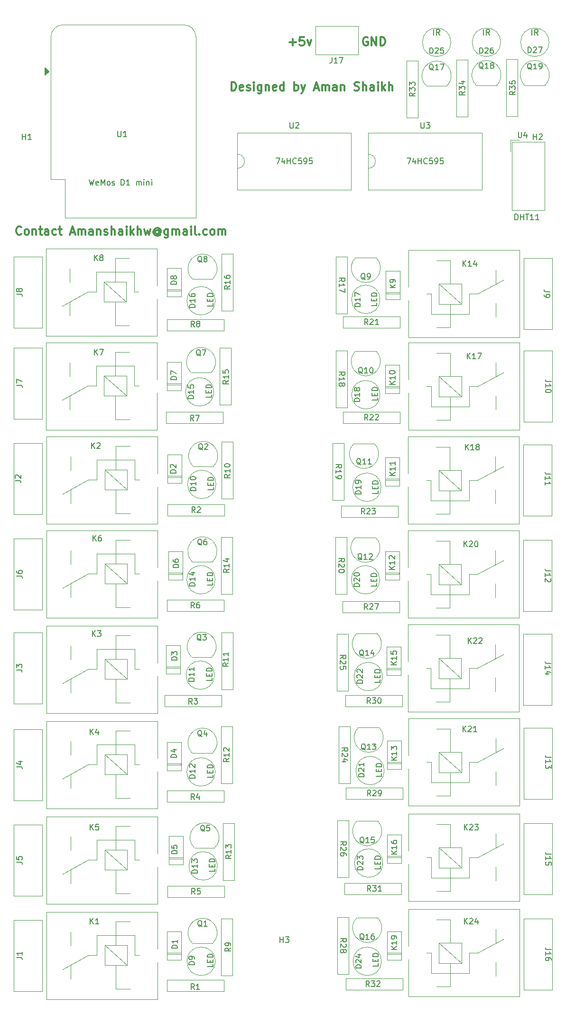
<source format=gto>
G04 #@! TF.GenerationSoftware,KiCad,Pcbnew,6.0.7-1.fc35*
G04 #@! TF.CreationDate,2022-08-15T15:05:26+05:30*
G04 #@! TF.ProjectId,16_channel_relay,31365f63-6861-46e6-9e65-6c5f72656c61,rev?*
G04 #@! TF.SameCoordinates,Original*
G04 #@! TF.FileFunction,Legend,Top*
G04 #@! TF.FilePolarity,Positive*
%FSLAX46Y46*%
G04 Gerber Fmt 4.6, Leading zero omitted, Abs format (unit mm)*
G04 Created by KiCad (PCBNEW 6.0.7-1.fc35) date 2022-08-15 15:05:26*
%MOMM*%
%LPD*%
G01*
G04 APERTURE LIST*
%ADD10C,0.300000*%
%ADD11C,0.150000*%
%ADD12C,0.120000*%
%ADD13C,1.524000*%
%ADD14R,1.050000X1.500000*%
%ADD15O,1.050000X1.500000*%
%ADD16R,1.524000X1.524000*%
%ADD17C,3.000000*%
%ADD18C,2.500000*%
%ADD19R,2.200000X2.200000*%
%ADD20O,2.200000X2.200000*%
%ADD21C,2.000000*%
%ADD22R,2.000000X2.000000*%
%ADD23O,2.000000X1.600000*%
%ADD24C,2.700000*%
%ADD25R,1.500000X1.500000*%
%ADD26C,1.500000*%
G04 APERTURE END LIST*
D10*
X54578457Y-27500971D02*
X54578457Y-26000971D01*
X54935600Y-26000971D01*
X55149885Y-26072400D01*
X55292742Y-26215257D01*
X55364171Y-26358114D01*
X55435600Y-26643828D01*
X55435600Y-26858114D01*
X55364171Y-27143828D01*
X55292742Y-27286685D01*
X55149885Y-27429542D01*
X54935600Y-27500971D01*
X54578457Y-27500971D01*
X56649885Y-27429542D02*
X56507028Y-27500971D01*
X56221314Y-27500971D01*
X56078457Y-27429542D01*
X56007028Y-27286685D01*
X56007028Y-26715257D01*
X56078457Y-26572400D01*
X56221314Y-26500971D01*
X56507028Y-26500971D01*
X56649885Y-26572400D01*
X56721314Y-26715257D01*
X56721314Y-26858114D01*
X56007028Y-27000971D01*
X57292742Y-27429542D02*
X57435600Y-27500971D01*
X57721314Y-27500971D01*
X57864171Y-27429542D01*
X57935600Y-27286685D01*
X57935600Y-27215257D01*
X57864171Y-27072400D01*
X57721314Y-27000971D01*
X57507028Y-27000971D01*
X57364171Y-26929542D01*
X57292742Y-26786685D01*
X57292742Y-26715257D01*
X57364171Y-26572400D01*
X57507028Y-26500971D01*
X57721314Y-26500971D01*
X57864171Y-26572400D01*
X58578457Y-27500971D02*
X58578457Y-26500971D01*
X58578457Y-26000971D02*
X58507028Y-26072400D01*
X58578457Y-26143828D01*
X58649885Y-26072400D01*
X58578457Y-26000971D01*
X58578457Y-26143828D01*
X59935600Y-26500971D02*
X59935600Y-27715257D01*
X59864171Y-27858114D01*
X59792742Y-27929542D01*
X59649885Y-28000971D01*
X59435600Y-28000971D01*
X59292742Y-27929542D01*
X59935600Y-27429542D02*
X59792742Y-27500971D01*
X59507028Y-27500971D01*
X59364171Y-27429542D01*
X59292742Y-27358114D01*
X59221314Y-27215257D01*
X59221314Y-26786685D01*
X59292742Y-26643828D01*
X59364171Y-26572400D01*
X59507028Y-26500971D01*
X59792742Y-26500971D01*
X59935600Y-26572400D01*
X60649885Y-26500971D02*
X60649885Y-27500971D01*
X60649885Y-26643828D02*
X60721314Y-26572400D01*
X60864171Y-26500971D01*
X61078457Y-26500971D01*
X61221314Y-26572400D01*
X61292742Y-26715257D01*
X61292742Y-27500971D01*
X62578457Y-27429542D02*
X62435600Y-27500971D01*
X62149885Y-27500971D01*
X62007028Y-27429542D01*
X61935600Y-27286685D01*
X61935600Y-26715257D01*
X62007028Y-26572400D01*
X62149885Y-26500971D01*
X62435600Y-26500971D01*
X62578457Y-26572400D01*
X62649885Y-26715257D01*
X62649885Y-26858114D01*
X61935600Y-27000971D01*
X63935600Y-27500971D02*
X63935600Y-26000971D01*
X63935600Y-27429542D02*
X63792742Y-27500971D01*
X63507028Y-27500971D01*
X63364171Y-27429542D01*
X63292742Y-27358114D01*
X63221314Y-27215257D01*
X63221314Y-26786685D01*
X63292742Y-26643828D01*
X63364171Y-26572400D01*
X63507028Y-26500971D01*
X63792742Y-26500971D01*
X63935600Y-26572400D01*
X65792742Y-27500971D02*
X65792742Y-26000971D01*
X65792742Y-26572400D02*
X65935600Y-26500971D01*
X66221314Y-26500971D01*
X66364171Y-26572400D01*
X66435600Y-26643828D01*
X66507028Y-26786685D01*
X66507028Y-27215257D01*
X66435600Y-27358114D01*
X66364171Y-27429542D01*
X66221314Y-27500971D01*
X65935600Y-27500971D01*
X65792742Y-27429542D01*
X67007028Y-26500971D02*
X67364171Y-27500971D01*
X67721314Y-26500971D02*
X67364171Y-27500971D01*
X67221314Y-27858114D01*
X67149885Y-27929542D01*
X67007028Y-28000971D01*
X69364171Y-27072400D02*
X70078457Y-27072400D01*
X69221314Y-27500971D02*
X69721314Y-26000971D01*
X70221314Y-27500971D01*
X70721314Y-27500971D02*
X70721314Y-26500971D01*
X70721314Y-26643828D02*
X70792742Y-26572400D01*
X70935600Y-26500971D01*
X71149885Y-26500971D01*
X71292742Y-26572400D01*
X71364171Y-26715257D01*
X71364171Y-27500971D01*
X71364171Y-26715257D02*
X71435600Y-26572400D01*
X71578457Y-26500971D01*
X71792742Y-26500971D01*
X71935600Y-26572400D01*
X72007028Y-26715257D01*
X72007028Y-27500971D01*
X73364171Y-27500971D02*
X73364171Y-26715257D01*
X73292742Y-26572400D01*
X73149885Y-26500971D01*
X72864171Y-26500971D01*
X72721314Y-26572400D01*
X73364171Y-27429542D02*
X73221314Y-27500971D01*
X72864171Y-27500971D01*
X72721314Y-27429542D01*
X72649885Y-27286685D01*
X72649885Y-27143828D01*
X72721314Y-27000971D01*
X72864171Y-26929542D01*
X73221314Y-26929542D01*
X73364171Y-26858114D01*
X74078457Y-26500971D02*
X74078457Y-27500971D01*
X74078457Y-26643828D02*
X74149885Y-26572400D01*
X74292742Y-26500971D01*
X74507028Y-26500971D01*
X74649885Y-26572400D01*
X74721314Y-26715257D01*
X74721314Y-27500971D01*
X76507028Y-27429542D02*
X76721314Y-27500971D01*
X77078457Y-27500971D01*
X77221314Y-27429542D01*
X77292742Y-27358114D01*
X77364171Y-27215257D01*
X77364171Y-27072400D01*
X77292742Y-26929542D01*
X77221314Y-26858114D01*
X77078457Y-26786685D01*
X76792742Y-26715257D01*
X76649885Y-26643828D01*
X76578457Y-26572400D01*
X76507028Y-26429542D01*
X76507028Y-26286685D01*
X76578457Y-26143828D01*
X76649885Y-26072400D01*
X76792742Y-26000971D01*
X77149885Y-26000971D01*
X77364171Y-26072400D01*
X78007028Y-27500971D02*
X78007028Y-26000971D01*
X78649885Y-27500971D02*
X78649885Y-26715257D01*
X78578457Y-26572400D01*
X78435600Y-26500971D01*
X78221314Y-26500971D01*
X78078457Y-26572400D01*
X78007028Y-26643828D01*
X80007028Y-27500971D02*
X80007028Y-26715257D01*
X79935600Y-26572400D01*
X79792742Y-26500971D01*
X79507028Y-26500971D01*
X79364171Y-26572400D01*
X80007028Y-27429542D02*
X79864171Y-27500971D01*
X79507028Y-27500971D01*
X79364171Y-27429542D01*
X79292742Y-27286685D01*
X79292742Y-27143828D01*
X79364171Y-27000971D01*
X79507028Y-26929542D01*
X79864171Y-26929542D01*
X80007028Y-26858114D01*
X80721314Y-27500971D02*
X80721314Y-26500971D01*
X80721314Y-26000971D02*
X80649885Y-26072400D01*
X80721314Y-26143828D01*
X80792742Y-26072400D01*
X80721314Y-26000971D01*
X80721314Y-26143828D01*
X81435600Y-27500971D02*
X81435600Y-26000971D01*
X81578457Y-26929542D02*
X82007028Y-27500971D01*
X82007028Y-26500971D02*
X81435600Y-27072400D01*
X82649885Y-27500971D02*
X82649885Y-26000971D01*
X83292742Y-27500971D02*
X83292742Y-26715257D01*
X83221314Y-26572400D01*
X83078457Y-26500971D01*
X82864171Y-26500971D01*
X82721314Y-26572400D01*
X82649885Y-26643828D01*
X78867142Y-18046000D02*
X78724285Y-17974571D01*
X78510000Y-17974571D01*
X78295714Y-18046000D01*
X78152857Y-18188857D01*
X78081428Y-18331714D01*
X78010000Y-18617428D01*
X78010000Y-18831714D01*
X78081428Y-19117428D01*
X78152857Y-19260285D01*
X78295714Y-19403142D01*
X78510000Y-19474571D01*
X78652857Y-19474571D01*
X78867142Y-19403142D01*
X78938571Y-19331714D01*
X78938571Y-18831714D01*
X78652857Y-18831714D01*
X79581428Y-19474571D02*
X79581428Y-17974571D01*
X80438571Y-19474571D01*
X80438571Y-17974571D01*
X81152857Y-19474571D02*
X81152857Y-17974571D01*
X81510000Y-17974571D01*
X81724285Y-18046000D01*
X81867142Y-18188857D01*
X81938571Y-18331714D01*
X82010000Y-18617428D01*
X82010000Y-18831714D01*
X81938571Y-19117428D01*
X81867142Y-19260285D01*
X81724285Y-19403142D01*
X81510000Y-19474571D01*
X81152857Y-19474571D01*
X17063085Y-53113714D02*
X16991657Y-53185142D01*
X16777371Y-53256571D01*
X16634514Y-53256571D01*
X16420228Y-53185142D01*
X16277371Y-53042285D01*
X16205942Y-52899428D01*
X16134514Y-52613714D01*
X16134514Y-52399428D01*
X16205942Y-52113714D01*
X16277371Y-51970857D01*
X16420228Y-51828000D01*
X16634514Y-51756571D01*
X16777371Y-51756571D01*
X16991657Y-51828000D01*
X17063085Y-51899428D01*
X17920228Y-53256571D02*
X17777371Y-53185142D01*
X17705942Y-53113714D01*
X17634514Y-52970857D01*
X17634514Y-52542285D01*
X17705942Y-52399428D01*
X17777371Y-52328000D01*
X17920228Y-52256571D01*
X18134514Y-52256571D01*
X18277371Y-52328000D01*
X18348800Y-52399428D01*
X18420228Y-52542285D01*
X18420228Y-52970857D01*
X18348800Y-53113714D01*
X18277371Y-53185142D01*
X18134514Y-53256571D01*
X17920228Y-53256571D01*
X19063085Y-52256571D02*
X19063085Y-53256571D01*
X19063085Y-52399428D02*
X19134514Y-52328000D01*
X19277371Y-52256571D01*
X19491657Y-52256571D01*
X19634514Y-52328000D01*
X19705942Y-52470857D01*
X19705942Y-53256571D01*
X20205942Y-52256571D02*
X20777371Y-52256571D01*
X20420228Y-51756571D02*
X20420228Y-53042285D01*
X20491657Y-53185142D01*
X20634514Y-53256571D01*
X20777371Y-53256571D01*
X21920228Y-53256571D02*
X21920228Y-52470857D01*
X21848800Y-52328000D01*
X21705942Y-52256571D01*
X21420228Y-52256571D01*
X21277371Y-52328000D01*
X21920228Y-53185142D02*
X21777371Y-53256571D01*
X21420228Y-53256571D01*
X21277371Y-53185142D01*
X21205942Y-53042285D01*
X21205942Y-52899428D01*
X21277371Y-52756571D01*
X21420228Y-52685142D01*
X21777371Y-52685142D01*
X21920228Y-52613714D01*
X23277371Y-53185142D02*
X23134514Y-53256571D01*
X22848800Y-53256571D01*
X22705942Y-53185142D01*
X22634514Y-53113714D01*
X22563085Y-52970857D01*
X22563085Y-52542285D01*
X22634514Y-52399428D01*
X22705942Y-52328000D01*
X22848800Y-52256571D01*
X23134514Y-52256571D01*
X23277371Y-52328000D01*
X23705942Y-52256571D02*
X24277371Y-52256571D01*
X23920228Y-51756571D02*
X23920228Y-53042285D01*
X23991657Y-53185142D01*
X24134514Y-53256571D01*
X24277371Y-53256571D01*
X25848800Y-52828000D02*
X26563085Y-52828000D01*
X25705942Y-53256571D02*
X26205942Y-51756571D01*
X26705942Y-53256571D01*
X27205942Y-53256571D02*
X27205942Y-52256571D01*
X27205942Y-52399428D02*
X27277371Y-52328000D01*
X27420228Y-52256571D01*
X27634514Y-52256571D01*
X27777371Y-52328000D01*
X27848800Y-52470857D01*
X27848800Y-53256571D01*
X27848800Y-52470857D02*
X27920228Y-52328000D01*
X28063085Y-52256571D01*
X28277371Y-52256571D01*
X28420228Y-52328000D01*
X28491657Y-52470857D01*
X28491657Y-53256571D01*
X29848800Y-53256571D02*
X29848800Y-52470857D01*
X29777371Y-52328000D01*
X29634514Y-52256571D01*
X29348800Y-52256571D01*
X29205942Y-52328000D01*
X29848800Y-53185142D02*
X29705942Y-53256571D01*
X29348800Y-53256571D01*
X29205942Y-53185142D01*
X29134514Y-53042285D01*
X29134514Y-52899428D01*
X29205942Y-52756571D01*
X29348800Y-52685142D01*
X29705942Y-52685142D01*
X29848800Y-52613714D01*
X30563085Y-52256571D02*
X30563085Y-53256571D01*
X30563085Y-52399428D02*
X30634514Y-52328000D01*
X30777371Y-52256571D01*
X30991657Y-52256571D01*
X31134514Y-52328000D01*
X31205942Y-52470857D01*
X31205942Y-53256571D01*
X31848800Y-53185142D02*
X31991657Y-53256571D01*
X32277371Y-53256571D01*
X32420228Y-53185142D01*
X32491657Y-53042285D01*
X32491657Y-52970857D01*
X32420228Y-52828000D01*
X32277371Y-52756571D01*
X32063085Y-52756571D01*
X31920228Y-52685142D01*
X31848800Y-52542285D01*
X31848800Y-52470857D01*
X31920228Y-52328000D01*
X32063085Y-52256571D01*
X32277371Y-52256571D01*
X32420228Y-52328000D01*
X33134514Y-53256571D02*
X33134514Y-51756571D01*
X33777371Y-53256571D02*
X33777371Y-52470857D01*
X33705942Y-52328000D01*
X33563085Y-52256571D01*
X33348800Y-52256571D01*
X33205942Y-52328000D01*
X33134514Y-52399428D01*
X35134514Y-53256571D02*
X35134514Y-52470857D01*
X35063085Y-52328000D01*
X34920228Y-52256571D01*
X34634514Y-52256571D01*
X34491657Y-52328000D01*
X35134514Y-53185142D02*
X34991657Y-53256571D01*
X34634514Y-53256571D01*
X34491657Y-53185142D01*
X34420228Y-53042285D01*
X34420228Y-52899428D01*
X34491657Y-52756571D01*
X34634514Y-52685142D01*
X34991657Y-52685142D01*
X35134514Y-52613714D01*
X35848800Y-53256571D02*
X35848800Y-52256571D01*
X35848800Y-51756571D02*
X35777371Y-51828000D01*
X35848800Y-51899428D01*
X35920228Y-51828000D01*
X35848800Y-51756571D01*
X35848800Y-51899428D01*
X36563085Y-53256571D02*
X36563085Y-51756571D01*
X36705942Y-52685142D02*
X37134514Y-53256571D01*
X37134514Y-52256571D02*
X36563085Y-52828000D01*
X37777371Y-53256571D02*
X37777371Y-51756571D01*
X38420228Y-53256571D02*
X38420228Y-52470857D01*
X38348800Y-52328000D01*
X38205942Y-52256571D01*
X37991657Y-52256571D01*
X37848800Y-52328000D01*
X37777371Y-52399428D01*
X38991657Y-52256571D02*
X39277371Y-53256571D01*
X39563085Y-52542285D01*
X39848800Y-53256571D01*
X40134514Y-52256571D01*
X41634514Y-52542285D02*
X41563085Y-52470857D01*
X41420228Y-52399428D01*
X41277371Y-52399428D01*
X41134514Y-52470857D01*
X41063085Y-52542285D01*
X40991657Y-52685142D01*
X40991657Y-52828000D01*
X41063085Y-52970857D01*
X41134514Y-53042285D01*
X41277371Y-53113714D01*
X41420228Y-53113714D01*
X41563085Y-53042285D01*
X41634514Y-52970857D01*
X41634514Y-52399428D02*
X41634514Y-52970857D01*
X41705942Y-53042285D01*
X41777371Y-53042285D01*
X41920228Y-52970857D01*
X41991657Y-52828000D01*
X41991657Y-52470857D01*
X41848800Y-52256571D01*
X41634514Y-52113714D01*
X41348800Y-52042285D01*
X41063085Y-52113714D01*
X40848800Y-52256571D01*
X40705942Y-52470857D01*
X40634514Y-52756571D01*
X40705942Y-53042285D01*
X40848800Y-53256571D01*
X41063085Y-53399428D01*
X41348800Y-53470857D01*
X41634514Y-53399428D01*
X41848800Y-53256571D01*
X43277371Y-52256571D02*
X43277371Y-53470857D01*
X43205942Y-53613714D01*
X43134514Y-53685142D01*
X42991657Y-53756571D01*
X42777371Y-53756571D01*
X42634514Y-53685142D01*
X43277371Y-53185142D02*
X43134514Y-53256571D01*
X42848800Y-53256571D01*
X42705942Y-53185142D01*
X42634514Y-53113714D01*
X42563085Y-52970857D01*
X42563085Y-52542285D01*
X42634514Y-52399428D01*
X42705942Y-52328000D01*
X42848800Y-52256571D01*
X43134514Y-52256571D01*
X43277371Y-52328000D01*
X43991657Y-53256571D02*
X43991657Y-52256571D01*
X43991657Y-52399428D02*
X44063085Y-52328000D01*
X44205942Y-52256571D01*
X44420228Y-52256571D01*
X44563085Y-52328000D01*
X44634514Y-52470857D01*
X44634514Y-53256571D01*
X44634514Y-52470857D02*
X44705942Y-52328000D01*
X44848800Y-52256571D01*
X45063085Y-52256571D01*
X45205942Y-52328000D01*
X45277371Y-52470857D01*
X45277371Y-53256571D01*
X46634514Y-53256571D02*
X46634514Y-52470857D01*
X46563085Y-52328000D01*
X46420228Y-52256571D01*
X46134514Y-52256571D01*
X45991657Y-52328000D01*
X46634514Y-53185142D02*
X46491657Y-53256571D01*
X46134514Y-53256571D01*
X45991657Y-53185142D01*
X45920228Y-53042285D01*
X45920228Y-52899428D01*
X45991657Y-52756571D01*
X46134514Y-52685142D01*
X46491657Y-52685142D01*
X46634514Y-52613714D01*
X47348800Y-53256571D02*
X47348800Y-52256571D01*
X47348800Y-51756571D02*
X47277371Y-51828000D01*
X47348800Y-51899428D01*
X47420228Y-51828000D01*
X47348800Y-51756571D01*
X47348800Y-51899428D01*
X48277371Y-53256571D02*
X48134514Y-53185142D01*
X48063085Y-53042285D01*
X48063085Y-51756571D01*
X48848800Y-53113714D02*
X48920228Y-53185142D01*
X48848800Y-53256571D01*
X48777371Y-53185142D01*
X48848800Y-53113714D01*
X48848800Y-53256571D01*
X50205942Y-53185142D02*
X50063085Y-53256571D01*
X49777371Y-53256571D01*
X49634514Y-53185142D01*
X49563085Y-53113714D01*
X49491657Y-52970857D01*
X49491657Y-52542285D01*
X49563085Y-52399428D01*
X49634514Y-52328000D01*
X49777371Y-52256571D01*
X50063085Y-52256571D01*
X50205942Y-52328000D01*
X51063085Y-53256571D02*
X50920228Y-53185142D01*
X50848800Y-53113714D01*
X50777371Y-52970857D01*
X50777371Y-52542285D01*
X50848800Y-52399428D01*
X50920228Y-52328000D01*
X51063085Y-52256571D01*
X51277371Y-52256571D01*
X51420228Y-52328000D01*
X51491657Y-52399428D01*
X51563085Y-52542285D01*
X51563085Y-52970857D01*
X51491657Y-53113714D01*
X51420228Y-53185142D01*
X51277371Y-53256571D01*
X51063085Y-53256571D01*
X52205942Y-53256571D02*
X52205942Y-52256571D01*
X52205942Y-52399428D02*
X52277371Y-52328000D01*
X52420228Y-52256571D01*
X52634514Y-52256571D01*
X52777371Y-52328000D01*
X52848800Y-52470857D01*
X52848800Y-53256571D01*
X52848800Y-52470857D02*
X52920228Y-52328000D01*
X53063085Y-52256571D01*
X53277371Y-52256571D01*
X53420228Y-52328000D01*
X53491657Y-52470857D01*
X53491657Y-53256571D01*
X64944857Y-18903142D02*
X66087714Y-18903142D01*
X65516285Y-19474571D02*
X65516285Y-18331714D01*
X67516285Y-17974571D02*
X66802000Y-17974571D01*
X66730571Y-18688857D01*
X66802000Y-18617428D01*
X66944857Y-18546000D01*
X67302000Y-18546000D01*
X67444857Y-18617428D01*
X67516285Y-18688857D01*
X67587714Y-18831714D01*
X67587714Y-19188857D01*
X67516285Y-19331714D01*
X67444857Y-19403142D01*
X67302000Y-19474571D01*
X66944857Y-19474571D01*
X66802000Y-19403142D01*
X66730571Y-19331714D01*
X68087714Y-18474571D02*
X68444857Y-19474571D01*
X68802000Y-18474571D01*
D11*
X72494876Y-21601180D02*
X72494876Y-22315466D01*
X72447257Y-22458323D01*
X72352019Y-22553561D01*
X72209161Y-22601180D01*
X72113923Y-22601180D01*
X73494876Y-22601180D02*
X72923447Y-22601180D01*
X73209161Y-22601180D02*
X73209161Y-21601180D01*
X73113923Y-21744038D01*
X73018685Y-21839276D01*
X72923447Y-21886895D01*
X73828209Y-21601180D02*
X74494876Y-21601180D01*
X74066304Y-22601180D01*
X49298761Y-142787619D02*
X49203523Y-142740000D01*
X49108285Y-142644761D01*
X48965428Y-142501904D01*
X48870190Y-142454285D01*
X48774952Y-142454285D01*
X48822571Y-142692380D02*
X48727333Y-142644761D01*
X48632095Y-142549523D01*
X48584476Y-142359047D01*
X48584476Y-142025714D01*
X48632095Y-141835238D01*
X48727333Y-141740000D01*
X48822571Y-141692380D01*
X49013047Y-141692380D01*
X49108285Y-141740000D01*
X49203523Y-141835238D01*
X49251142Y-142025714D01*
X49251142Y-142359047D01*
X49203523Y-142549523D01*
X49108285Y-142644761D01*
X49013047Y-142692380D01*
X48822571Y-142692380D01*
X50108285Y-142025714D02*
X50108285Y-142692380D01*
X49870190Y-141644761D02*
X49632095Y-142359047D01*
X50251142Y-142359047D01*
X77660571Y-94273619D02*
X77565333Y-94226000D01*
X77470095Y-94130761D01*
X77327238Y-93987904D01*
X77232000Y-93940285D01*
X77136761Y-93940285D01*
X77184380Y-94178380D02*
X77089142Y-94130761D01*
X76993904Y-94035523D01*
X76946285Y-93845047D01*
X76946285Y-93511714D01*
X76993904Y-93321238D01*
X77089142Y-93226000D01*
X77184380Y-93178380D01*
X77374857Y-93178380D01*
X77470095Y-93226000D01*
X77565333Y-93321238D01*
X77612952Y-93511714D01*
X77612952Y-93845047D01*
X77565333Y-94035523D01*
X77470095Y-94130761D01*
X77374857Y-94178380D01*
X77184380Y-94178380D01*
X78565333Y-94178380D02*
X77993904Y-94178380D01*
X78279619Y-94178380D02*
X78279619Y-93178380D01*
X78184380Y-93321238D01*
X78089142Y-93416476D01*
X77993904Y-93464095D01*
X79517714Y-94178380D02*
X78946285Y-94178380D01*
X79232000Y-94178380D02*
X79232000Y-93178380D01*
X79136761Y-93321238D01*
X79041523Y-93416476D01*
X78946285Y-93464095D01*
X77668380Y-99512285D02*
X76668380Y-99512285D01*
X76668380Y-99274190D01*
X76716000Y-99131333D01*
X76811238Y-99036095D01*
X76906476Y-98988476D01*
X77096952Y-98940857D01*
X77239809Y-98940857D01*
X77430285Y-98988476D01*
X77525523Y-99036095D01*
X77620761Y-99131333D01*
X77668380Y-99274190D01*
X77668380Y-99512285D01*
X77668380Y-97988476D02*
X77668380Y-98559904D01*
X77668380Y-98274190D02*
X76668380Y-98274190D01*
X76811238Y-98369428D01*
X76906476Y-98464666D01*
X76954095Y-98559904D01*
X77668380Y-97512285D02*
X77668380Y-97321809D01*
X77620761Y-97226571D01*
X77573142Y-97178952D01*
X77430285Y-97083714D01*
X77239809Y-97036095D01*
X76858857Y-97036095D01*
X76763619Y-97083714D01*
X76716000Y-97131333D01*
X76668380Y-97226571D01*
X76668380Y-97417047D01*
X76716000Y-97512285D01*
X76763619Y-97559904D01*
X76858857Y-97607523D01*
X77096952Y-97607523D01*
X77192190Y-97559904D01*
X77239809Y-97512285D01*
X77287428Y-97417047D01*
X77287428Y-97226571D01*
X77239809Y-97131333D01*
X77192190Y-97083714D01*
X77096952Y-97036095D01*
X80716380Y-98940857D02*
X80716380Y-99417047D01*
X79716380Y-99417047D01*
X80192571Y-98607523D02*
X80192571Y-98274190D01*
X80716380Y-98131333D02*
X80716380Y-98607523D01*
X79716380Y-98607523D01*
X79716380Y-98131333D01*
X80716380Y-97702761D02*
X79716380Y-97702761D01*
X79716380Y-97464666D01*
X79764000Y-97321809D01*
X79859238Y-97226571D01*
X79954476Y-97178952D01*
X80144952Y-97131333D01*
X80287809Y-97131333D01*
X80478285Y-97178952D01*
X80573523Y-97226571D01*
X80668761Y-97321809D01*
X80716380Y-97464666D01*
X80716380Y-97702761D01*
X29369904Y-159456380D02*
X29369904Y-158456380D01*
X29941333Y-159456380D02*
X29512761Y-158884952D01*
X29941333Y-158456380D02*
X29369904Y-159027809D01*
X30846095Y-158456380D02*
X30369904Y-158456380D01*
X30322285Y-158932571D01*
X30369904Y-158884952D01*
X30465142Y-158837333D01*
X30703238Y-158837333D01*
X30798476Y-158884952D01*
X30846095Y-158932571D01*
X30893714Y-159027809D01*
X30893714Y-159265904D01*
X30846095Y-159361142D01*
X30798476Y-159408761D01*
X30703238Y-159456380D01*
X30465142Y-159456380D01*
X30369904Y-159408761D01*
X30322285Y-159361142D01*
X49316761Y-176717619D02*
X49221523Y-176670000D01*
X49126285Y-176574761D01*
X48983428Y-176431904D01*
X48888190Y-176384285D01*
X48792952Y-176384285D01*
X48840571Y-176622380D02*
X48745333Y-176574761D01*
X48650095Y-176479523D01*
X48602476Y-176289047D01*
X48602476Y-175955714D01*
X48650095Y-175765238D01*
X48745333Y-175670000D01*
X48840571Y-175622380D01*
X49031047Y-175622380D01*
X49126285Y-175670000D01*
X49221523Y-175765238D01*
X49269142Y-175955714D01*
X49269142Y-176289047D01*
X49221523Y-176479523D01*
X49126285Y-176574761D01*
X49031047Y-176622380D01*
X48840571Y-176622380D01*
X50221523Y-176622380D02*
X49650095Y-176622380D01*
X49935809Y-176622380D02*
X49935809Y-175622380D01*
X49840571Y-175765238D01*
X49745333Y-175860476D01*
X49650095Y-175908095D01*
X48050380Y-115895285D02*
X47050380Y-115895285D01*
X47050380Y-115657190D01*
X47098000Y-115514333D01*
X47193238Y-115419095D01*
X47288476Y-115371476D01*
X47478952Y-115323857D01*
X47621809Y-115323857D01*
X47812285Y-115371476D01*
X47907523Y-115419095D01*
X48002761Y-115514333D01*
X48050380Y-115657190D01*
X48050380Y-115895285D01*
X48050380Y-114371476D02*
X48050380Y-114942904D01*
X48050380Y-114657190D02*
X47050380Y-114657190D01*
X47193238Y-114752428D01*
X47288476Y-114847666D01*
X47336095Y-114942904D01*
X47383714Y-113514333D02*
X48050380Y-113514333D01*
X47002761Y-113752428D02*
X47717047Y-113990523D01*
X47717047Y-113371476D01*
X51225380Y-115323857D02*
X51225380Y-115800047D01*
X50225380Y-115800047D01*
X50701571Y-114990523D02*
X50701571Y-114657190D01*
X51225380Y-114514333D02*
X51225380Y-114990523D01*
X50225380Y-114990523D01*
X50225380Y-114514333D01*
X51225380Y-114085761D02*
X50225380Y-114085761D01*
X50225380Y-113847666D01*
X50273000Y-113704809D01*
X50368238Y-113609571D01*
X50463476Y-113561952D01*
X50653952Y-113514333D01*
X50796809Y-113514333D01*
X50987285Y-113561952D01*
X51082523Y-113609571D01*
X51177761Y-113704809D01*
X51225380Y-113847666D01*
X51225380Y-114085761D01*
X83693580Y-112974285D02*
X82693580Y-112974285D01*
X83693580Y-112402857D02*
X83122152Y-112831428D01*
X82693580Y-112402857D02*
X83265009Y-112974285D01*
X83693580Y-111450476D02*
X83693580Y-112021904D01*
X83693580Y-111736190D02*
X82693580Y-111736190D01*
X82836438Y-111831428D01*
X82931676Y-111926666D01*
X82979295Y-112021904D01*
X82788819Y-111069523D02*
X82741200Y-111021904D01*
X82693580Y-110926666D01*
X82693580Y-110688571D01*
X82741200Y-110593333D01*
X82788819Y-110545714D01*
X82884057Y-110498095D01*
X82979295Y-110498095D01*
X83122152Y-110545714D01*
X83693580Y-111117142D01*
X83693580Y-110498095D01*
X29859904Y-107894380D02*
X29859904Y-106894380D01*
X30431333Y-107894380D02*
X30002761Y-107322952D01*
X30431333Y-106894380D02*
X29859904Y-107465809D01*
X31288476Y-106894380D02*
X31098000Y-106894380D01*
X31002761Y-106942000D01*
X30955142Y-106989619D01*
X30859904Y-107132476D01*
X30812285Y-107322952D01*
X30812285Y-107703904D01*
X30859904Y-107799142D01*
X30907523Y-107846761D01*
X31002761Y-107894380D01*
X31193238Y-107894380D01*
X31288476Y-107846761D01*
X31336095Y-107799142D01*
X31383714Y-107703904D01*
X31383714Y-107465809D01*
X31336095Y-107370571D01*
X31288476Y-107322952D01*
X31193238Y-107275333D01*
X31002761Y-107275333D01*
X30907523Y-107322952D01*
X30859904Y-107370571D01*
X30812285Y-107465809D01*
X73207619Y-94861142D02*
X73683809Y-94527809D01*
X73207619Y-94289714D02*
X74207619Y-94289714D01*
X74207619Y-94670666D01*
X74160000Y-94765904D01*
X74112380Y-94813523D01*
X74017142Y-94861142D01*
X73874285Y-94861142D01*
X73779047Y-94813523D01*
X73731428Y-94765904D01*
X73683809Y-94670666D01*
X73683809Y-94289714D01*
X73207619Y-95813523D02*
X73207619Y-95242095D01*
X73207619Y-95527809D02*
X74207619Y-95527809D01*
X74064761Y-95432571D01*
X73969523Y-95337333D01*
X73921904Y-95242095D01*
X73207619Y-96289714D02*
X73207619Y-96480190D01*
X73255238Y-96575428D01*
X73302857Y-96623047D01*
X73445714Y-96718285D01*
X73636190Y-96765904D01*
X74017142Y-96765904D01*
X74112380Y-96718285D01*
X74160000Y-96670666D01*
X74207619Y-96575428D01*
X74207619Y-96384952D01*
X74160000Y-96289714D01*
X74112380Y-96242095D01*
X74017142Y-96194476D01*
X73779047Y-96194476D01*
X73683809Y-96242095D01*
X73636190Y-96289714D01*
X73588571Y-96384952D01*
X73588571Y-96575428D01*
X73636190Y-96670666D01*
X73683809Y-96718285D01*
X73779047Y-96765904D01*
X44884380Y-129135095D02*
X43884380Y-129135095D01*
X43884380Y-128897000D01*
X43932000Y-128754142D01*
X44027238Y-128658904D01*
X44122476Y-128611285D01*
X44312952Y-128563666D01*
X44455809Y-128563666D01*
X44646285Y-128611285D01*
X44741523Y-128658904D01*
X44836761Y-128754142D01*
X44884380Y-128897000D01*
X44884380Y-129135095D01*
X43884380Y-128230333D02*
X43884380Y-127611285D01*
X44265333Y-127944619D01*
X44265333Y-127801761D01*
X44312952Y-127706523D01*
X44360571Y-127658904D01*
X44455809Y-127611285D01*
X44693904Y-127611285D01*
X44789142Y-127658904D01*
X44836761Y-127706523D01*
X44884380Y-127801761D01*
X44884380Y-128087476D01*
X44836761Y-128182714D01*
X44789142Y-128230333D01*
X48076380Y-66212885D02*
X47076380Y-66212885D01*
X47076380Y-65974790D01*
X47124000Y-65831933D01*
X47219238Y-65736695D01*
X47314476Y-65689076D01*
X47504952Y-65641457D01*
X47647809Y-65641457D01*
X47838285Y-65689076D01*
X47933523Y-65736695D01*
X48028761Y-65831933D01*
X48076380Y-65974790D01*
X48076380Y-66212885D01*
X48076380Y-64689076D02*
X48076380Y-65260504D01*
X48076380Y-64974790D02*
X47076380Y-64974790D01*
X47219238Y-65070028D01*
X47314476Y-65165266D01*
X47362095Y-65260504D01*
X47076380Y-63831933D02*
X47076380Y-64022409D01*
X47124000Y-64117647D01*
X47171619Y-64165266D01*
X47314476Y-64260504D01*
X47504952Y-64308123D01*
X47885904Y-64308123D01*
X47981142Y-64260504D01*
X48028761Y-64212885D01*
X48076380Y-64117647D01*
X48076380Y-63927171D01*
X48028761Y-63831933D01*
X47981142Y-63784314D01*
X47885904Y-63736695D01*
X47647809Y-63736695D01*
X47552571Y-63784314D01*
X47504952Y-63831933D01*
X47457333Y-63927171D01*
X47457333Y-64117647D01*
X47504952Y-64212885D01*
X47552571Y-64260504D01*
X47647809Y-64308123D01*
X51251380Y-65489057D02*
X51251380Y-65965247D01*
X50251380Y-65965247D01*
X50727571Y-65155723D02*
X50727571Y-64822390D01*
X51251380Y-64679533D02*
X51251380Y-65155723D01*
X50251380Y-65155723D01*
X50251380Y-64679533D01*
X51251380Y-64250961D02*
X50251380Y-64250961D01*
X50251380Y-64012866D01*
X50299000Y-63870009D01*
X50394238Y-63774771D01*
X50489476Y-63727152D01*
X50679952Y-63679533D01*
X50822809Y-63679533D01*
X51013285Y-63727152D01*
X51108523Y-63774771D01*
X51203761Y-63870009D01*
X51251380Y-64012866D01*
X51251380Y-64250961D01*
X15962380Y-97107333D02*
X16676666Y-97107333D01*
X16819523Y-97154952D01*
X16914761Y-97250190D01*
X16962380Y-97393047D01*
X16962380Y-97488285D01*
X16057619Y-96678761D02*
X16010000Y-96631142D01*
X15962380Y-96535904D01*
X15962380Y-96297809D01*
X16010000Y-96202571D01*
X16057619Y-96154952D01*
X16152857Y-96107333D01*
X16248095Y-96107333D01*
X16390952Y-96154952D01*
X16962380Y-96726380D01*
X16962380Y-96107333D01*
X78351142Y-103068380D02*
X78017809Y-102592190D01*
X77779714Y-103068380D02*
X77779714Y-102068380D01*
X78160666Y-102068380D01*
X78255904Y-102116000D01*
X78303523Y-102163619D01*
X78351142Y-102258857D01*
X78351142Y-102401714D01*
X78303523Y-102496952D01*
X78255904Y-102544571D01*
X78160666Y-102592190D01*
X77779714Y-102592190D01*
X78732095Y-102163619D02*
X78779714Y-102116000D01*
X78874952Y-102068380D01*
X79113047Y-102068380D01*
X79208285Y-102116000D01*
X79255904Y-102163619D01*
X79303523Y-102258857D01*
X79303523Y-102354095D01*
X79255904Y-102496952D01*
X78684476Y-103068380D01*
X79303523Y-103068380D01*
X79636857Y-102068380D02*
X80255904Y-102068380D01*
X79922571Y-102449333D01*
X80065428Y-102449333D01*
X80160666Y-102496952D01*
X80208285Y-102544571D01*
X80255904Y-102639809D01*
X80255904Y-102877904D01*
X80208285Y-102973142D01*
X80160666Y-103020761D01*
X80065428Y-103068380D01*
X79779714Y-103068380D01*
X79684476Y-103020761D01*
X79636857Y-102973142D01*
X87320380Y-27926857D02*
X86844190Y-28260190D01*
X87320380Y-28498285D02*
X86320380Y-28498285D01*
X86320380Y-28117333D01*
X86368000Y-28022095D01*
X86415619Y-27974476D01*
X86510857Y-27926857D01*
X86653714Y-27926857D01*
X86748952Y-27974476D01*
X86796571Y-28022095D01*
X86844190Y-28117333D01*
X86844190Y-28498285D01*
X86320380Y-27593523D02*
X86320380Y-26974476D01*
X86701333Y-27307809D01*
X86701333Y-27164952D01*
X86748952Y-27069714D01*
X86796571Y-27022095D01*
X86891809Y-26974476D01*
X87129904Y-26974476D01*
X87225142Y-27022095D01*
X87272761Y-27069714D01*
X87320380Y-27164952D01*
X87320380Y-27450666D01*
X87272761Y-27545904D01*
X87225142Y-27593523D01*
X86320380Y-26641142D02*
X86320380Y-26022095D01*
X86701333Y-26355428D01*
X86701333Y-26212571D01*
X86748952Y-26117333D01*
X86796571Y-26069714D01*
X86891809Y-26022095D01*
X87129904Y-26022095D01*
X87225142Y-26069714D01*
X87272761Y-26117333D01*
X87320380Y-26212571D01*
X87320380Y-26498285D01*
X87272761Y-26593523D01*
X87225142Y-26641142D01*
X78859142Y-120086380D02*
X78525809Y-119610190D01*
X78287714Y-120086380D02*
X78287714Y-119086380D01*
X78668666Y-119086380D01*
X78763904Y-119134000D01*
X78811523Y-119181619D01*
X78859142Y-119276857D01*
X78859142Y-119419714D01*
X78811523Y-119514952D01*
X78763904Y-119562571D01*
X78668666Y-119610190D01*
X78287714Y-119610190D01*
X79240095Y-119181619D02*
X79287714Y-119134000D01*
X79382952Y-119086380D01*
X79621047Y-119086380D01*
X79716285Y-119134000D01*
X79763904Y-119181619D01*
X79811523Y-119276857D01*
X79811523Y-119372095D01*
X79763904Y-119514952D01*
X79192476Y-120086380D01*
X79811523Y-120086380D01*
X80144857Y-119086380D02*
X80811523Y-119086380D01*
X80382952Y-120086380D01*
X65024095Y-33234380D02*
X65024095Y-34043904D01*
X65071714Y-34139142D01*
X65119333Y-34186761D01*
X65214571Y-34234380D01*
X65405047Y-34234380D01*
X65500285Y-34186761D01*
X65547904Y-34139142D01*
X65595523Y-34043904D01*
X65595523Y-33234380D01*
X66024095Y-33329619D02*
X66071714Y-33282000D01*
X66166952Y-33234380D01*
X66405047Y-33234380D01*
X66500285Y-33282000D01*
X66547904Y-33329619D01*
X66595523Y-33424857D01*
X66595523Y-33520095D01*
X66547904Y-33662952D01*
X65976476Y-34234380D01*
X66595523Y-34234380D01*
X62524095Y-39584380D02*
X63190761Y-39584380D01*
X62762190Y-40584380D01*
X64000285Y-39917714D02*
X64000285Y-40584380D01*
X63762190Y-39536761D02*
X63524095Y-40251047D01*
X64143142Y-40251047D01*
X64524095Y-40584380D02*
X64524095Y-39584380D01*
X64524095Y-40060571D02*
X65095523Y-40060571D01*
X65095523Y-40584380D02*
X65095523Y-39584380D01*
X66143142Y-40489142D02*
X66095523Y-40536761D01*
X65952666Y-40584380D01*
X65857428Y-40584380D01*
X65714571Y-40536761D01*
X65619333Y-40441523D01*
X65571714Y-40346285D01*
X65524095Y-40155809D01*
X65524095Y-40012952D01*
X65571714Y-39822476D01*
X65619333Y-39727238D01*
X65714571Y-39632000D01*
X65857428Y-39584380D01*
X65952666Y-39584380D01*
X66095523Y-39632000D01*
X66143142Y-39679619D01*
X67047904Y-39584380D02*
X66571714Y-39584380D01*
X66524095Y-40060571D01*
X66571714Y-40012952D01*
X66666952Y-39965333D01*
X66905047Y-39965333D01*
X67000285Y-40012952D01*
X67047904Y-40060571D01*
X67095523Y-40155809D01*
X67095523Y-40393904D01*
X67047904Y-40489142D01*
X67000285Y-40536761D01*
X66905047Y-40584380D01*
X66666952Y-40584380D01*
X66571714Y-40536761D01*
X66524095Y-40489142D01*
X67571714Y-40584380D02*
X67762190Y-40584380D01*
X67857428Y-40536761D01*
X67905047Y-40489142D01*
X68000285Y-40346285D01*
X68047904Y-40155809D01*
X68047904Y-39774857D01*
X68000285Y-39679619D01*
X67952666Y-39632000D01*
X67857428Y-39584380D01*
X67666952Y-39584380D01*
X67571714Y-39632000D01*
X67524095Y-39679619D01*
X67476476Y-39774857D01*
X67476476Y-40012952D01*
X67524095Y-40108190D01*
X67571714Y-40155809D01*
X67666952Y-40203428D01*
X67857428Y-40203428D01*
X67952666Y-40155809D01*
X68000285Y-40108190D01*
X68047904Y-40012952D01*
X68952666Y-39584380D02*
X68476476Y-39584380D01*
X68428857Y-40060571D01*
X68476476Y-40012952D01*
X68571714Y-39965333D01*
X68809809Y-39965333D01*
X68905047Y-40012952D01*
X68952666Y-40060571D01*
X69000285Y-40155809D01*
X69000285Y-40393904D01*
X68952666Y-40489142D01*
X68905047Y-40536761D01*
X68809809Y-40584380D01*
X68571714Y-40584380D01*
X68476476Y-40536761D01*
X68428857Y-40489142D01*
X74282619Y-145407142D02*
X74758809Y-145073809D01*
X74282619Y-144835714D02*
X75282619Y-144835714D01*
X75282619Y-145216666D01*
X75235000Y-145311904D01*
X75187380Y-145359523D01*
X75092142Y-145407142D01*
X74949285Y-145407142D01*
X74854047Y-145359523D01*
X74806428Y-145311904D01*
X74758809Y-145216666D01*
X74758809Y-144835714D01*
X75187380Y-145788095D02*
X75235000Y-145835714D01*
X75282619Y-145930952D01*
X75282619Y-146169047D01*
X75235000Y-146264285D01*
X75187380Y-146311904D01*
X75092142Y-146359523D01*
X74996904Y-146359523D01*
X74854047Y-146311904D01*
X74282619Y-145740476D01*
X74282619Y-146359523D01*
X74949285Y-147216666D02*
X74282619Y-147216666D01*
X75330238Y-146978571D02*
X74615952Y-146740476D01*
X74615952Y-147359523D01*
X111604619Y-163782476D02*
X110890333Y-163782476D01*
X110747476Y-163734857D01*
X110652238Y-163639619D01*
X110604619Y-163496761D01*
X110604619Y-163401523D01*
X110604619Y-164782476D02*
X110604619Y-164211047D01*
X110604619Y-164496761D02*
X111604619Y-164496761D01*
X111461761Y-164401523D01*
X111366523Y-164306285D01*
X111318904Y-164211047D01*
X111604619Y-165687238D02*
X111604619Y-165211047D01*
X111128428Y-165163428D01*
X111176047Y-165211047D01*
X111223666Y-165306285D01*
X111223666Y-165544380D01*
X111176047Y-165639619D01*
X111128428Y-165687238D01*
X111033190Y-165734857D01*
X110795095Y-165734857D01*
X110699857Y-165687238D01*
X110652238Y-165639619D01*
X110604619Y-165544380D01*
X110604619Y-165306285D01*
X110652238Y-165211047D01*
X110699857Y-165163428D01*
X78918142Y-69286380D02*
X78584809Y-68810190D01*
X78346714Y-69286380D02*
X78346714Y-68286380D01*
X78727666Y-68286380D01*
X78822904Y-68334000D01*
X78870523Y-68381619D01*
X78918142Y-68476857D01*
X78918142Y-68619714D01*
X78870523Y-68714952D01*
X78822904Y-68762571D01*
X78727666Y-68810190D01*
X78346714Y-68810190D01*
X79299095Y-68381619D02*
X79346714Y-68334000D01*
X79441952Y-68286380D01*
X79680047Y-68286380D01*
X79775285Y-68334000D01*
X79822904Y-68381619D01*
X79870523Y-68476857D01*
X79870523Y-68572095D01*
X79822904Y-68714952D01*
X79251476Y-69286380D01*
X79870523Y-69286380D01*
X80822904Y-69286380D02*
X80251476Y-69286380D01*
X80537190Y-69286380D02*
X80537190Y-68286380D01*
X80441952Y-68429238D01*
X80346714Y-68524476D01*
X80251476Y-68572095D01*
X96634714Y-75382380D02*
X96634714Y-74382380D01*
X97206142Y-75382380D02*
X96777571Y-74810952D01*
X97206142Y-74382380D02*
X96634714Y-74953809D01*
X98158523Y-75382380D02*
X97587095Y-75382380D01*
X97872809Y-75382380D02*
X97872809Y-74382380D01*
X97777571Y-74525238D01*
X97682333Y-74620476D01*
X97587095Y-74668095D01*
X98491857Y-74382380D02*
X99158523Y-74382380D01*
X98729952Y-75382380D01*
X74028619Y-162171142D02*
X74504809Y-161837809D01*
X74028619Y-161599714D02*
X75028619Y-161599714D01*
X75028619Y-161980666D01*
X74981000Y-162075904D01*
X74933380Y-162123523D01*
X74838142Y-162171142D01*
X74695285Y-162171142D01*
X74600047Y-162123523D01*
X74552428Y-162075904D01*
X74504809Y-161980666D01*
X74504809Y-161599714D01*
X74933380Y-162552095D02*
X74981000Y-162599714D01*
X75028619Y-162694952D01*
X75028619Y-162933047D01*
X74981000Y-163028285D01*
X74933380Y-163075904D01*
X74838142Y-163123523D01*
X74742904Y-163123523D01*
X74600047Y-163075904D01*
X74028619Y-162504476D01*
X74028619Y-163123523D01*
X75028619Y-163980666D02*
X75028619Y-163790190D01*
X74981000Y-163694952D01*
X74933380Y-163647333D01*
X74790523Y-163552095D01*
X74600047Y-163504476D01*
X74219095Y-163504476D01*
X74123857Y-163552095D01*
X74076238Y-163599714D01*
X74028619Y-163694952D01*
X74028619Y-163885428D01*
X74076238Y-163980666D01*
X74123857Y-164028285D01*
X74219095Y-164075904D01*
X74457190Y-164075904D01*
X74552428Y-164028285D01*
X74600047Y-163980666D01*
X74647666Y-163885428D01*
X74647666Y-163694952D01*
X74600047Y-163599714D01*
X74552428Y-163552095D01*
X74457190Y-163504476D01*
X54436380Y-180506666D02*
X53960190Y-180840000D01*
X54436380Y-181078095D02*
X53436380Y-181078095D01*
X53436380Y-180697142D01*
X53484000Y-180601904D01*
X53531619Y-180554285D01*
X53626857Y-180506666D01*
X53769714Y-180506666D01*
X53864952Y-180554285D01*
X53912571Y-180601904D01*
X53960190Y-180697142D01*
X53960190Y-181078095D01*
X54436380Y-180030476D02*
X54436380Y-179840000D01*
X54388761Y-179744761D01*
X54341142Y-179697142D01*
X54198285Y-179601904D01*
X54007809Y-179554285D01*
X53626857Y-179554285D01*
X53531619Y-179601904D01*
X53484000Y-179649523D01*
X53436380Y-179744761D01*
X53436380Y-179935238D01*
X53484000Y-180030476D01*
X53531619Y-180078095D01*
X53626857Y-180125714D01*
X53864952Y-180125714D01*
X53960190Y-180078095D01*
X54007809Y-180030476D01*
X54055428Y-179935238D01*
X54055428Y-179744761D01*
X54007809Y-179649523D01*
X53960190Y-179601904D01*
X53864952Y-179554285D01*
X79367142Y-136850380D02*
X79033809Y-136374190D01*
X78795714Y-136850380D02*
X78795714Y-135850380D01*
X79176666Y-135850380D01*
X79271904Y-135898000D01*
X79319523Y-135945619D01*
X79367142Y-136040857D01*
X79367142Y-136183714D01*
X79319523Y-136278952D01*
X79271904Y-136326571D01*
X79176666Y-136374190D01*
X78795714Y-136374190D01*
X79700476Y-135850380D02*
X80319523Y-135850380D01*
X79986190Y-136231333D01*
X80129047Y-136231333D01*
X80224285Y-136278952D01*
X80271904Y-136326571D01*
X80319523Y-136421809D01*
X80319523Y-136659904D01*
X80271904Y-136755142D01*
X80224285Y-136802761D01*
X80129047Y-136850380D01*
X79843333Y-136850380D01*
X79748095Y-136802761D01*
X79700476Y-136755142D01*
X80938571Y-135850380D02*
X81033809Y-135850380D01*
X81129047Y-135898000D01*
X81176666Y-135945619D01*
X81224285Y-136040857D01*
X81271904Y-136231333D01*
X81271904Y-136469428D01*
X81224285Y-136659904D01*
X81176666Y-136755142D01*
X81129047Y-136802761D01*
X81033809Y-136850380D01*
X80938571Y-136850380D01*
X80843333Y-136802761D01*
X80795714Y-136755142D01*
X80748095Y-136659904D01*
X80700476Y-136469428D01*
X80700476Y-136231333D01*
X80748095Y-136040857D01*
X80795714Y-135945619D01*
X80843333Y-135898000D01*
X80938571Y-135850380D01*
X111350619Y-63420666D02*
X110636333Y-63420666D01*
X110493476Y-63373047D01*
X110398238Y-63277809D01*
X110350619Y-63134952D01*
X110350619Y-63039714D01*
X110350619Y-63944476D02*
X110350619Y-64134952D01*
X110398238Y-64230190D01*
X110445857Y-64277809D01*
X110588714Y-64373047D01*
X110779190Y-64420666D01*
X111160142Y-64420666D01*
X111255380Y-64373047D01*
X111303000Y-64325428D01*
X111350619Y-64230190D01*
X111350619Y-64039714D01*
X111303000Y-63944476D01*
X111255380Y-63896857D01*
X111160142Y-63849238D01*
X110922047Y-63849238D01*
X110826809Y-63896857D01*
X110779190Y-63944476D01*
X110731571Y-64039714D01*
X110731571Y-64230190D01*
X110779190Y-64325428D01*
X110826809Y-64373047D01*
X110922047Y-64420666D01*
X111545619Y-129746476D02*
X110831333Y-129746476D01*
X110688476Y-129698857D01*
X110593238Y-129603619D01*
X110545619Y-129460761D01*
X110545619Y-129365523D01*
X110545619Y-130746476D02*
X110545619Y-130175047D01*
X110545619Y-130460761D02*
X111545619Y-130460761D01*
X111402761Y-130365523D01*
X111307523Y-130270285D01*
X111259904Y-130175047D01*
X111212285Y-131603619D02*
X110545619Y-131603619D01*
X111593238Y-131365523D02*
X110878952Y-131127428D01*
X110878952Y-131746476D01*
X44911380Y-180570095D02*
X43911380Y-180570095D01*
X43911380Y-180332000D01*
X43959000Y-180189142D01*
X44054238Y-180093904D01*
X44149476Y-180046285D01*
X44339952Y-179998666D01*
X44482809Y-179998666D01*
X44673285Y-180046285D01*
X44768523Y-180093904D01*
X44863761Y-180189142D01*
X44911380Y-180332000D01*
X44911380Y-180570095D01*
X44911380Y-179046285D02*
X44911380Y-179617714D01*
X44911380Y-179332000D02*
X43911380Y-179332000D01*
X44054238Y-179427238D01*
X44149476Y-179522476D01*
X44197095Y-179617714D01*
X96321714Y-91638380D02*
X96321714Y-90638380D01*
X96893142Y-91638380D02*
X96464571Y-91066952D01*
X96893142Y-90638380D02*
X96321714Y-91209809D01*
X97845523Y-91638380D02*
X97274095Y-91638380D01*
X97559809Y-91638380D02*
X97559809Y-90638380D01*
X97464571Y-90781238D01*
X97369333Y-90876476D01*
X97274095Y-90924095D01*
X98416952Y-91066952D02*
X98321714Y-91019333D01*
X98274095Y-90971714D01*
X98226476Y-90876476D01*
X98226476Y-90828857D01*
X98274095Y-90733619D01*
X98321714Y-90686000D01*
X98416952Y-90638380D01*
X98607428Y-90638380D01*
X98702666Y-90686000D01*
X98750285Y-90733619D01*
X98797904Y-90828857D01*
X98797904Y-90876476D01*
X98750285Y-90971714D01*
X98702666Y-91019333D01*
X98607428Y-91066952D01*
X98416952Y-91066952D01*
X98321714Y-91114571D01*
X98274095Y-91162190D01*
X98226476Y-91257428D01*
X98226476Y-91447904D01*
X98274095Y-91543142D01*
X98321714Y-91590761D01*
X98416952Y-91638380D01*
X98607428Y-91638380D01*
X98702666Y-91590761D01*
X98750285Y-91543142D01*
X98797904Y-91447904D01*
X98797904Y-91257428D01*
X98750285Y-91162190D01*
X98702666Y-91114571D01*
X98607428Y-91066952D01*
X48204380Y-98877285D02*
X47204380Y-98877285D01*
X47204380Y-98639190D01*
X47252000Y-98496333D01*
X47347238Y-98401095D01*
X47442476Y-98353476D01*
X47632952Y-98305857D01*
X47775809Y-98305857D01*
X47966285Y-98353476D01*
X48061523Y-98401095D01*
X48156761Y-98496333D01*
X48204380Y-98639190D01*
X48204380Y-98877285D01*
X48204380Y-97353476D02*
X48204380Y-97924904D01*
X48204380Y-97639190D02*
X47204380Y-97639190D01*
X47347238Y-97734428D01*
X47442476Y-97829666D01*
X47490095Y-97924904D01*
X47204380Y-96734428D02*
X47204380Y-96639190D01*
X47252000Y-96543952D01*
X47299619Y-96496333D01*
X47394857Y-96448714D01*
X47585333Y-96401095D01*
X47823428Y-96401095D01*
X48013904Y-96448714D01*
X48109142Y-96496333D01*
X48156761Y-96543952D01*
X48204380Y-96639190D01*
X48204380Y-96734428D01*
X48156761Y-96829666D01*
X48109142Y-96877285D01*
X48013904Y-96924904D01*
X47823428Y-96972523D01*
X47585333Y-96972523D01*
X47394857Y-96924904D01*
X47299619Y-96877285D01*
X47252000Y-96829666D01*
X47204380Y-96734428D01*
X51379380Y-98305857D02*
X51379380Y-98782047D01*
X50379380Y-98782047D01*
X50855571Y-97972523D02*
X50855571Y-97639190D01*
X51379380Y-97496333D02*
X51379380Y-97972523D01*
X50379380Y-97972523D01*
X50379380Y-97496333D01*
X51379380Y-97067761D02*
X50379380Y-97067761D01*
X50379380Y-96829666D01*
X50427000Y-96686809D01*
X50522238Y-96591571D01*
X50617476Y-96543952D01*
X50807952Y-96496333D01*
X50950809Y-96496333D01*
X51141285Y-96543952D01*
X51236523Y-96591571D01*
X51331761Y-96686809D01*
X51379380Y-96829666D01*
X51379380Y-97067761D01*
X90614571Y-23873619D02*
X90519333Y-23826000D01*
X90424095Y-23730761D01*
X90281238Y-23587904D01*
X90186000Y-23540285D01*
X90090761Y-23540285D01*
X90138380Y-23778380D02*
X90043142Y-23730761D01*
X89947904Y-23635523D01*
X89900285Y-23445047D01*
X89900285Y-23111714D01*
X89947904Y-22921238D01*
X90043142Y-22826000D01*
X90138380Y-22778380D01*
X90328857Y-22778380D01*
X90424095Y-22826000D01*
X90519333Y-22921238D01*
X90566952Y-23111714D01*
X90566952Y-23445047D01*
X90519333Y-23635523D01*
X90424095Y-23730761D01*
X90328857Y-23778380D01*
X90138380Y-23778380D01*
X91519333Y-23778380D02*
X90947904Y-23778380D01*
X91233619Y-23778380D02*
X91233619Y-22778380D01*
X91138380Y-22921238D01*
X91043142Y-23016476D01*
X90947904Y-23064095D01*
X91852666Y-22778380D02*
X92519333Y-22778380D01*
X92090761Y-23778380D01*
X16216380Y-165179333D02*
X16930666Y-165179333D01*
X17073523Y-165226952D01*
X17168761Y-165322190D01*
X17216380Y-165465047D01*
X17216380Y-165560285D01*
X16216380Y-164226952D02*
X16216380Y-164703142D01*
X16692571Y-164750761D01*
X16644952Y-164703142D01*
X16597333Y-164607904D01*
X16597333Y-164369809D01*
X16644952Y-164274571D01*
X16692571Y-164226952D01*
X16787809Y-164179333D01*
X17025904Y-164179333D01*
X17121142Y-164226952D01*
X17168761Y-164274571D01*
X17216380Y-164369809D01*
X17216380Y-164607904D01*
X17168761Y-164703142D01*
X17121142Y-164750761D01*
X44774380Y-62079095D02*
X43774380Y-62079095D01*
X43774380Y-61841000D01*
X43822000Y-61698142D01*
X43917238Y-61602904D01*
X44012476Y-61555285D01*
X44202952Y-61507666D01*
X44345809Y-61507666D01*
X44536285Y-61555285D01*
X44631523Y-61602904D01*
X44726761Y-61698142D01*
X44774380Y-61841000D01*
X44774380Y-62079095D01*
X44202952Y-60936238D02*
X44155333Y-61031476D01*
X44107714Y-61079095D01*
X44012476Y-61126714D01*
X43964857Y-61126714D01*
X43869619Y-61079095D01*
X43822000Y-61031476D01*
X43774380Y-60936238D01*
X43774380Y-60745761D01*
X43822000Y-60650523D01*
X43869619Y-60602904D01*
X43964857Y-60555285D01*
X44012476Y-60555285D01*
X44107714Y-60602904D01*
X44155333Y-60650523D01*
X44202952Y-60745761D01*
X44202952Y-60936238D01*
X44250571Y-61031476D01*
X44298190Y-61079095D01*
X44393428Y-61126714D01*
X44583904Y-61126714D01*
X44679142Y-61079095D01*
X44726761Y-61031476D01*
X44774380Y-60936238D01*
X44774380Y-60745761D01*
X44726761Y-60650523D01*
X44679142Y-60602904D01*
X44583904Y-60555285D01*
X44393428Y-60555285D01*
X44298190Y-60602904D01*
X44250571Y-60650523D01*
X44202952Y-60745761D01*
X47932380Y-132913285D02*
X46932380Y-132913285D01*
X46932380Y-132675190D01*
X46980000Y-132532333D01*
X47075238Y-132437095D01*
X47170476Y-132389476D01*
X47360952Y-132341857D01*
X47503809Y-132341857D01*
X47694285Y-132389476D01*
X47789523Y-132437095D01*
X47884761Y-132532333D01*
X47932380Y-132675190D01*
X47932380Y-132913285D01*
X47932380Y-131389476D02*
X47932380Y-131960904D01*
X47932380Y-131675190D02*
X46932380Y-131675190D01*
X47075238Y-131770428D01*
X47170476Y-131865666D01*
X47218095Y-131960904D01*
X47932380Y-130437095D02*
X47932380Y-131008523D01*
X47932380Y-130722809D02*
X46932380Y-130722809D01*
X47075238Y-130818047D01*
X47170476Y-130913285D01*
X47218095Y-131008523D01*
X51107380Y-132341857D02*
X51107380Y-132818047D01*
X50107380Y-132818047D01*
X50583571Y-132008523D02*
X50583571Y-131675190D01*
X51107380Y-131532333D02*
X51107380Y-132008523D01*
X50107380Y-132008523D01*
X50107380Y-131532333D01*
X51107380Y-131103761D02*
X50107380Y-131103761D01*
X50107380Y-130865666D01*
X50155000Y-130722809D01*
X50250238Y-130627571D01*
X50345476Y-130579952D01*
X50535952Y-130532333D01*
X50678809Y-130532333D01*
X50869285Y-130579952D01*
X50964523Y-130627571D01*
X51059761Y-130722809D01*
X51107380Y-130865666D01*
X51107380Y-131103761D01*
X47567333Y-136977380D02*
X47234000Y-136501190D01*
X46995904Y-136977380D02*
X46995904Y-135977380D01*
X47376857Y-135977380D01*
X47472095Y-136025000D01*
X47519714Y-136072619D01*
X47567333Y-136167857D01*
X47567333Y-136310714D01*
X47519714Y-136405952D01*
X47472095Y-136453571D01*
X47376857Y-136501190D01*
X46995904Y-136501190D01*
X47900666Y-135977380D02*
X48519714Y-135977380D01*
X48186380Y-136358333D01*
X48329238Y-136358333D01*
X48424476Y-136405952D01*
X48472095Y-136453571D01*
X48519714Y-136548809D01*
X48519714Y-136786904D01*
X48472095Y-136882142D01*
X48424476Y-136929761D01*
X48329238Y-136977380D01*
X48043523Y-136977380D01*
X47948285Y-136929761D01*
X47900666Y-136882142D01*
X73969619Y-128897142D02*
X74445809Y-128563809D01*
X73969619Y-128325714D02*
X74969619Y-128325714D01*
X74969619Y-128706666D01*
X74922000Y-128801904D01*
X74874380Y-128849523D01*
X74779142Y-128897142D01*
X74636285Y-128897142D01*
X74541047Y-128849523D01*
X74493428Y-128801904D01*
X74445809Y-128706666D01*
X74445809Y-128325714D01*
X74874380Y-129278095D02*
X74922000Y-129325714D01*
X74969619Y-129420952D01*
X74969619Y-129659047D01*
X74922000Y-129754285D01*
X74874380Y-129801904D01*
X74779142Y-129849523D01*
X74683904Y-129849523D01*
X74541047Y-129801904D01*
X73969619Y-129230476D01*
X73969619Y-129849523D01*
X74969619Y-130754285D02*
X74969619Y-130278095D01*
X74493428Y-130230476D01*
X74541047Y-130278095D01*
X74588666Y-130373333D01*
X74588666Y-130611428D01*
X74541047Y-130706666D01*
X74493428Y-130754285D01*
X74398190Y-130801904D01*
X74160095Y-130801904D01*
X74064857Y-130754285D01*
X74017238Y-130706666D01*
X73969619Y-130611428D01*
X73969619Y-130373333D01*
X74017238Y-130278095D01*
X74064857Y-130230476D01*
X96126714Y-176220380D02*
X96126714Y-175220380D01*
X96698142Y-176220380D02*
X96269571Y-175648952D01*
X96698142Y-175220380D02*
X96126714Y-175791809D01*
X97079095Y-175315619D02*
X97126714Y-175268000D01*
X97221952Y-175220380D01*
X97460047Y-175220380D01*
X97555285Y-175268000D01*
X97602904Y-175315619D01*
X97650523Y-175410857D01*
X97650523Y-175506095D01*
X97602904Y-175648952D01*
X97031476Y-176220380D01*
X97650523Y-176220380D01*
X98507666Y-175553714D02*
X98507666Y-176220380D01*
X98269571Y-175172761D02*
X98031476Y-175887047D01*
X98650523Y-175887047D01*
X78168571Y-128415619D02*
X78073333Y-128368000D01*
X77978095Y-128272761D01*
X77835238Y-128129904D01*
X77740000Y-128082285D01*
X77644761Y-128082285D01*
X77692380Y-128320380D02*
X77597142Y-128272761D01*
X77501904Y-128177523D01*
X77454285Y-127987047D01*
X77454285Y-127653714D01*
X77501904Y-127463238D01*
X77597142Y-127368000D01*
X77692380Y-127320380D01*
X77882857Y-127320380D01*
X77978095Y-127368000D01*
X78073333Y-127463238D01*
X78120952Y-127653714D01*
X78120952Y-127987047D01*
X78073333Y-128177523D01*
X77978095Y-128272761D01*
X77882857Y-128320380D01*
X77692380Y-128320380D01*
X79073333Y-128320380D02*
X78501904Y-128320380D01*
X78787619Y-128320380D02*
X78787619Y-127320380D01*
X78692380Y-127463238D01*
X78597142Y-127558476D01*
X78501904Y-127606095D01*
X79930476Y-127653714D02*
X79930476Y-128320380D01*
X79692380Y-127272761D02*
X79454285Y-127987047D01*
X80073333Y-127987047D01*
X89971714Y-20878380D02*
X89971714Y-19878380D01*
X90209809Y-19878380D01*
X90352666Y-19926000D01*
X90447904Y-20021238D01*
X90495523Y-20116476D01*
X90543142Y-20306952D01*
X90543142Y-20449809D01*
X90495523Y-20640285D01*
X90447904Y-20735523D01*
X90352666Y-20830761D01*
X90209809Y-20878380D01*
X89971714Y-20878380D01*
X90924095Y-19973619D02*
X90971714Y-19926000D01*
X91066952Y-19878380D01*
X91305047Y-19878380D01*
X91400285Y-19926000D01*
X91447904Y-19973619D01*
X91495523Y-20068857D01*
X91495523Y-20164095D01*
X91447904Y-20306952D01*
X90876476Y-20878380D01*
X91495523Y-20878380D01*
X92400285Y-19878380D02*
X91924095Y-19878380D01*
X91876476Y-20354571D01*
X91924095Y-20306952D01*
X92019333Y-20259333D01*
X92257428Y-20259333D01*
X92352666Y-20306952D01*
X92400285Y-20354571D01*
X92447904Y-20449809D01*
X92447904Y-20687904D01*
X92400285Y-20783142D01*
X92352666Y-20830761D01*
X92257428Y-20878380D01*
X92019333Y-20878380D01*
X91924095Y-20830761D01*
X91876476Y-20783142D01*
X90686000Y-17618380D02*
X90686000Y-16618380D01*
X91733619Y-17618380D02*
X91400285Y-17142190D01*
X91162190Y-17618380D02*
X91162190Y-16618380D01*
X91543142Y-16618380D01*
X91638380Y-16666000D01*
X91686000Y-16713619D01*
X91733619Y-16808857D01*
X91733619Y-16951714D01*
X91686000Y-17046952D01*
X91638380Y-17094571D01*
X91543142Y-17142190D01*
X91162190Y-17142190D01*
X54045380Y-79255857D02*
X53569190Y-79589190D01*
X54045380Y-79827285D02*
X53045380Y-79827285D01*
X53045380Y-79446333D01*
X53093000Y-79351095D01*
X53140619Y-79303476D01*
X53235857Y-79255857D01*
X53378714Y-79255857D01*
X53473952Y-79303476D01*
X53521571Y-79351095D01*
X53569190Y-79446333D01*
X53569190Y-79827285D01*
X54045380Y-78303476D02*
X54045380Y-78874904D01*
X54045380Y-78589190D02*
X53045380Y-78589190D01*
X53188238Y-78684428D01*
X53283476Y-78779666D01*
X53331095Y-78874904D01*
X53045380Y-77398714D02*
X53045380Y-77874904D01*
X53521571Y-77922523D01*
X53473952Y-77874904D01*
X53426333Y-77779666D01*
X53426333Y-77541571D01*
X53473952Y-77446333D01*
X53521571Y-77398714D01*
X53616809Y-77351095D01*
X53854904Y-77351095D01*
X53950142Y-77398714D01*
X53997761Y-77446333D01*
X54045380Y-77541571D01*
X54045380Y-77779666D01*
X53997761Y-77874904D01*
X53950142Y-77922523D01*
X48068380Y-150185285D02*
X47068380Y-150185285D01*
X47068380Y-149947190D01*
X47116000Y-149804333D01*
X47211238Y-149709095D01*
X47306476Y-149661476D01*
X47496952Y-149613857D01*
X47639809Y-149613857D01*
X47830285Y-149661476D01*
X47925523Y-149709095D01*
X48020761Y-149804333D01*
X48068380Y-149947190D01*
X48068380Y-150185285D01*
X48068380Y-148661476D02*
X48068380Y-149232904D01*
X48068380Y-148947190D02*
X47068380Y-148947190D01*
X47211238Y-149042428D01*
X47306476Y-149137666D01*
X47354095Y-149232904D01*
X47163619Y-148280523D02*
X47116000Y-148232904D01*
X47068380Y-148137666D01*
X47068380Y-147899571D01*
X47116000Y-147804333D01*
X47163619Y-147756714D01*
X47258857Y-147709095D01*
X47354095Y-147709095D01*
X47496952Y-147756714D01*
X48068380Y-148328142D01*
X48068380Y-147709095D01*
X51243380Y-149613857D02*
X51243380Y-150090047D01*
X50243380Y-150090047D01*
X50719571Y-149280523D02*
X50719571Y-148947190D01*
X51243380Y-148804333D02*
X51243380Y-149280523D01*
X50243380Y-149280523D01*
X50243380Y-148804333D01*
X51243380Y-148375761D02*
X50243380Y-148375761D01*
X50243380Y-148137666D01*
X50291000Y-147994809D01*
X50386238Y-147899571D01*
X50481476Y-147851952D01*
X50671952Y-147804333D01*
X50814809Y-147804333D01*
X51005285Y-147851952D01*
X51100523Y-147899571D01*
X51195761Y-147994809D01*
X51243380Y-148137666D01*
X51243380Y-148375761D01*
X78219371Y-179058819D02*
X78124133Y-179011200D01*
X78028895Y-178915961D01*
X77886038Y-178773104D01*
X77790800Y-178725485D01*
X77695561Y-178725485D01*
X77743180Y-178963580D02*
X77647942Y-178915961D01*
X77552704Y-178820723D01*
X77505085Y-178630247D01*
X77505085Y-178296914D01*
X77552704Y-178106438D01*
X77647942Y-178011200D01*
X77743180Y-177963580D01*
X77933657Y-177963580D01*
X78028895Y-178011200D01*
X78124133Y-178106438D01*
X78171752Y-178296914D01*
X78171752Y-178630247D01*
X78124133Y-178820723D01*
X78028895Y-178915961D01*
X77933657Y-178963580D01*
X77743180Y-178963580D01*
X79124133Y-178963580D02*
X78552704Y-178963580D01*
X78838419Y-178963580D02*
X78838419Y-177963580D01*
X78743180Y-178106438D01*
X78647942Y-178201676D01*
X78552704Y-178249295D01*
X79981276Y-177963580D02*
X79790800Y-177963580D01*
X79695561Y-178011200D01*
X79647942Y-178058819D01*
X79552704Y-178201676D01*
X79505085Y-178392152D01*
X79505085Y-178773104D01*
X79552704Y-178868342D01*
X79600323Y-178915961D01*
X79695561Y-178963580D01*
X79886038Y-178963580D01*
X79981276Y-178915961D01*
X80028895Y-178868342D01*
X80076514Y-178773104D01*
X80076514Y-178535009D01*
X80028895Y-178439771D01*
X79981276Y-178392152D01*
X79886038Y-178344533D01*
X79695561Y-178344533D01*
X79600323Y-178392152D01*
X79552704Y-178439771D01*
X79505085Y-178535009D01*
X111545619Y-113236476D02*
X110831333Y-113236476D01*
X110688476Y-113188857D01*
X110593238Y-113093619D01*
X110545619Y-112950761D01*
X110545619Y-112855523D01*
X110545619Y-114236476D02*
X110545619Y-113665047D01*
X110545619Y-113950761D02*
X111545619Y-113950761D01*
X111402761Y-113855523D01*
X111307523Y-113760285D01*
X111259904Y-113665047D01*
X111450380Y-114617428D02*
X111498000Y-114665047D01*
X111545619Y-114760285D01*
X111545619Y-114998380D01*
X111498000Y-115093619D01*
X111450380Y-115141238D01*
X111355142Y-115188857D01*
X111259904Y-115188857D01*
X111117047Y-115141238D01*
X110545619Y-114569809D01*
X110545619Y-115188857D01*
X34290095Y-34758380D02*
X34290095Y-35567904D01*
X34337714Y-35663142D01*
X34385333Y-35710761D01*
X34480571Y-35758380D01*
X34671047Y-35758380D01*
X34766285Y-35710761D01*
X34813904Y-35663142D01*
X34861523Y-35567904D01*
X34861523Y-34758380D01*
X35861523Y-35758380D02*
X35290095Y-35758380D01*
X35575809Y-35758380D02*
X35575809Y-34758380D01*
X35480571Y-34901238D01*
X35385333Y-34996476D01*
X35290095Y-35044095D01*
X29178952Y-43394380D02*
X29417047Y-44394380D01*
X29607523Y-43680095D01*
X29798000Y-44394380D01*
X30036095Y-43394380D01*
X30798000Y-44346761D02*
X30702761Y-44394380D01*
X30512285Y-44394380D01*
X30417047Y-44346761D01*
X30369428Y-44251523D01*
X30369428Y-43870571D01*
X30417047Y-43775333D01*
X30512285Y-43727714D01*
X30702761Y-43727714D01*
X30798000Y-43775333D01*
X30845619Y-43870571D01*
X30845619Y-43965809D01*
X30369428Y-44061047D01*
X31274190Y-44394380D02*
X31274190Y-43394380D01*
X31607523Y-44108666D01*
X31940857Y-43394380D01*
X31940857Y-44394380D01*
X32559904Y-44394380D02*
X32464666Y-44346761D01*
X32417047Y-44299142D01*
X32369428Y-44203904D01*
X32369428Y-43918190D01*
X32417047Y-43822952D01*
X32464666Y-43775333D01*
X32559904Y-43727714D01*
X32702761Y-43727714D01*
X32798000Y-43775333D01*
X32845619Y-43822952D01*
X32893238Y-43918190D01*
X32893238Y-44203904D01*
X32845619Y-44299142D01*
X32798000Y-44346761D01*
X32702761Y-44394380D01*
X32559904Y-44394380D01*
X33274190Y-44346761D02*
X33369428Y-44394380D01*
X33559904Y-44394380D01*
X33655142Y-44346761D01*
X33702761Y-44251523D01*
X33702761Y-44203904D01*
X33655142Y-44108666D01*
X33559904Y-44061047D01*
X33417047Y-44061047D01*
X33321809Y-44013428D01*
X33274190Y-43918190D01*
X33274190Y-43870571D01*
X33321809Y-43775333D01*
X33417047Y-43727714D01*
X33559904Y-43727714D01*
X33655142Y-43775333D01*
X34893238Y-44394380D02*
X34893238Y-43394380D01*
X35131333Y-43394380D01*
X35274190Y-43442000D01*
X35369428Y-43537238D01*
X35417047Y-43632476D01*
X35464666Y-43822952D01*
X35464666Y-43965809D01*
X35417047Y-44156285D01*
X35369428Y-44251523D01*
X35274190Y-44346761D01*
X35131333Y-44394380D01*
X34893238Y-44394380D01*
X36417047Y-44394380D02*
X35845619Y-44394380D01*
X36131333Y-44394380D02*
X36131333Y-43394380D01*
X36036095Y-43537238D01*
X35940857Y-43632476D01*
X35845619Y-43680095D01*
X37607523Y-44394380D02*
X37607523Y-43727714D01*
X37607523Y-43822952D02*
X37655142Y-43775333D01*
X37750380Y-43727714D01*
X37893238Y-43727714D01*
X37988476Y-43775333D01*
X38036095Y-43870571D01*
X38036095Y-44394380D01*
X38036095Y-43870571D02*
X38083714Y-43775333D01*
X38178952Y-43727714D01*
X38321809Y-43727714D01*
X38417047Y-43775333D01*
X38464666Y-43870571D01*
X38464666Y-44394380D01*
X38940857Y-44394380D02*
X38940857Y-43727714D01*
X38940857Y-43394380D02*
X38893238Y-43442000D01*
X38940857Y-43489619D01*
X38988476Y-43442000D01*
X38940857Y-43394380D01*
X38940857Y-43489619D01*
X39417047Y-43727714D02*
X39417047Y-44394380D01*
X39417047Y-43822952D02*
X39464666Y-43775333D01*
X39559904Y-43727714D01*
X39702761Y-43727714D01*
X39798000Y-43775333D01*
X39845619Y-43870571D01*
X39845619Y-44394380D01*
X40321809Y-44394380D02*
X40321809Y-43727714D01*
X40321809Y-43394380D02*
X40274190Y-43442000D01*
X40321809Y-43489619D01*
X40369428Y-43442000D01*
X40321809Y-43394380D01*
X40321809Y-43489619D01*
X16216380Y-80089333D02*
X16930666Y-80089333D01*
X17073523Y-80136952D01*
X17168761Y-80232190D01*
X17216380Y-80375047D01*
X17216380Y-80470285D01*
X16216380Y-79708380D02*
X16216380Y-79041714D01*
X17216380Y-79470285D01*
X77414380Y-116022285D02*
X76414380Y-116022285D01*
X76414380Y-115784190D01*
X76462000Y-115641333D01*
X76557238Y-115546095D01*
X76652476Y-115498476D01*
X76842952Y-115450857D01*
X76985809Y-115450857D01*
X77176285Y-115498476D01*
X77271523Y-115546095D01*
X77366761Y-115641333D01*
X77414380Y-115784190D01*
X77414380Y-116022285D01*
X76509619Y-115069904D02*
X76462000Y-115022285D01*
X76414380Y-114927047D01*
X76414380Y-114688952D01*
X76462000Y-114593714D01*
X76509619Y-114546095D01*
X76604857Y-114498476D01*
X76700095Y-114498476D01*
X76842952Y-114546095D01*
X77414380Y-115117523D01*
X77414380Y-114498476D01*
X76414380Y-113879428D02*
X76414380Y-113784190D01*
X76462000Y-113688952D01*
X76509619Y-113641333D01*
X76604857Y-113593714D01*
X76795333Y-113546095D01*
X77033428Y-113546095D01*
X77223904Y-113593714D01*
X77319142Y-113641333D01*
X77366761Y-113688952D01*
X77414380Y-113784190D01*
X77414380Y-113879428D01*
X77366761Y-113974666D01*
X77319142Y-114022285D01*
X77223904Y-114069904D01*
X77033428Y-114117523D01*
X76795333Y-114117523D01*
X76604857Y-114069904D01*
X76509619Y-114022285D01*
X76462000Y-113974666D01*
X76414380Y-113879428D01*
X80462380Y-115450857D02*
X80462380Y-115927047D01*
X79462380Y-115927047D01*
X79938571Y-115117523D02*
X79938571Y-114784190D01*
X80462380Y-114641333D02*
X80462380Y-115117523D01*
X79462380Y-115117523D01*
X79462380Y-114641333D01*
X80462380Y-114212761D02*
X79462380Y-114212761D01*
X79462380Y-113974666D01*
X79510000Y-113831809D01*
X79605238Y-113736571D01*
X79700476Y-113688952D01*
X79890952Y-113641333D01*
X80033809Y-113641333D01*
X80224285Y-113688952D01*
X80319523Y-113736571D01*
X80414761Y-113831809D01*
X80462380Y-113974666D01*
X80462380Y-114212761D01*
X108458095Y-36266380D02*
X108458095Y-35266380D01*
X108458095Y-35742571D02*
X109029523Y-35742571D01*
X109029523Y-36266380D02*
X109029523Y-35266380D01*
X109458095Y-35361619D02*
X109505714Y-35314000D01*
X109600952Y-35266380D01*
X109839047Y-35266380D01*
X109934285Y-35314000D01*
X109981904Y-35361619D01*
X110029523Y-35456857D01*
X110029523Y-35552095D01*
X109981904Y-35694952D01*
X109410476Y-36266380D01*
X110029523Y-36266380D01*
X96210380Y-27714857D02*
X95734190Y-28048190D01*
X96210380Y-28286285D02*
X95210380Y-28286285D01*
X95210380Y-27905333D01*
X95258000Y-27810095D01*
X95305619Y-27762476D01*
X95400857Y-27714857D01*
X95543714Y-27714857D01*
X95638952Y-27762476D01*
X95686571Y-27810095D01*
X95734190Y-27905333D01*
X95734190Y-28286285D01*
X95210380Y-27381523D02*
X95210380Y-26762476D01*
X95591333Y-27095809D01*
X95591333Y-26952952D01*
X95638952Y-26857714D01*
X95686571Y-26810095D01*
X95781809Y-26762476D01*
X96019904Y-26762476D01*
X96115142Y-26810095D01*
X96162761Y-26857714D01*
X96210380Y-26952952D01*
X96210380Y-27238666D01*
X96162761Y-27333904D01*
X96115142Y-27381523D01*
X95543714Y-25905333D02*
X96210380Y-25905333D01*
X95162761Y-26143428D02*
X95877047Y-26381523D01*
X95877047Y-25762476D01*
X16216380Y-148161333D02*
X16930666Y-148161333D01*
X17073523Y-148208952D01*
X17168761Y-148304190D01*
X17216380Y-148447047D01*
X17216380Y-148542285D01*
X16549714Y-147256571D02*
X17216380Y-147256571D01*
X16168761Y-147494666D02*
X16883047Y-147732761D01*
X16883047Y-147113714D01*
X44766380Y-146534095D02*
X43766380Y-146534095D01*
X43766380Y-146296000D01*
X43814000Y-146153142D01*
X43909238Y-146057904D01*
X44004476Y-146010285D01*
X44194952Y-145962666D01*
X44337809Y-145962666D01*
X44528285Y-146010285D01*
X44623523Y-146057904D01*
X44718761Y-146153142D01*
X44766380Y-146296000D01*
X44766380Y-146534095D01*
X44099714Y-145105523D02*
X44766380Y-145105523D01*
X43718761Y-145343619D02*
X44433047Y-145581714D01*
X44433047Y-144962666D01*
X73715619Y-111625142D02*
X74191809Y-111291809D01*
X73715619Y-111053714D02*
X74715619Y-111053714D01*
X74715619Y-111434666D01*
X74668000Y-111529904D01*
X74620380Y-111577523D01*
X74525142Y-111625142D01*
X74382285Y-111625142D01*
X74287047Y-111577523D01*
X74239428Y-111529904D01*
X74191809Y-111434666D01*
X74191809Y-111053714D01*
X74620380Y-112006095D02*
X74668000Y-112053714D01*
X74715619Y-112148952D01*
X74715619Y-112387047D01*
X74668000Y-112482285D01*
X74620380Y-112529904D01*
X74525142Y-112577523D01*
X74429904Y-112577523D01*
X74287047Y-112529904D01*
X73715619Y-111958476D01*
X73715619Y-112577523D01*
X74715619Y-113196571D02*
X74715619Y-113291809D01*
X74668000Y-113387047D01*
X74620380Y-113434666D01*
X74525142Y-113482285D01*
X74334666Y-113529904D01*
X74096571Y-113529904D01*
X73906095Y-113482285D01*
X73810857Y-113434666D01*
X73763238Y-113387047D01*
X73715619Y-113291809D01*
X73715619Y-113196571D01*
X73763238Y-113101333D01*
X73810857Y-113053714D01*
X73906095Y-113006095D01*
X74096571Y-112958476D01*
X74334666Y-112958476D01*
X74525142Y-113006095D01*
X74620380Y-113053714D01*
X74668000Y-113101333D01*
X74715619Y-113196571D01*
X77727380Y-184094285D02*
X76727380Y-184094285D01*
X76727380Y-183856190D01*
X76775000Y-183713333D01*
X76870238Y-183618095D01*
X76965476Y-183570476D01*
X77155952Y-183522857D01*
X77298809Y-183522857D01*
X77489285Y-183570476D01*
X77584523Y-183618095D01*
X77679761Y-183713333D01*
X77727380Y-183856190D01*
X77727380Y-184094285D01*
X76822619Y-183141904D02*
X76775000Y-183094285D01*
X76727380Y-182999047D01*
X76727380Y-182760952D01*
X76775000Y-182665714D01*
X76822619Y-182618095D01*
X76917857Y-182570476D01*
X77013095Y-182570476D01*
X77155952Y-182618095D01*
X77727380Y-183189523D01*
X77727380Y-182570476D01*
X77060714Y-181713333D02*
X77727380Y-181713333D01*
X76679761Y-181951428D02*
X77394047Y-182189523D01*
X77394047Y-181570476D01*
X80775380Y-183268857D02*
X80775380Y-183745047D01*
X79775380Y-183745047D01*
X80251571Y-182935523D02*
X80251571Y-182602190D01*
X80775380Y-182459333D02*
X80775380Y-182935523D01*
X79775380Y-182935523D01*
X79775380Y-182459333D01*
X80775380Y-182030761D02*
X79775380Y-182030761D01*
X79775380Y-181792666D01*
X79823000Y-181649809D01*
X79918238Y-181554571D01*
X80013476Y-181506952D01*
X80203952Y-181459333D01*
X80346809Y-181459333D01*
X80537285Y-181506952D01*
X80632523Y-181554571D01*
X80727761Y-181649809D01*
X80775380Y-181792666D01*
X80775380Y-182030761D01*
X77566780Y-66035085D02*
X76566780Y-66035085D01*
X76566780Y-65796990D01*
X76614400Y-65654133D01*
X76709638Y-65558895D01*
X76804876Y-65511276D01*
X76995352Y-65463657D01*
X77138209Y-65463657D01*
X77328685Y-65511276D01*
X77423923Y-65558895D01*
X77519161Y-65654133D01*
X77566780Y-65796990D01*
X77566780Y-66035085D01*
X77566780Y-64511276D02*
X77566780Y-65082704D01*
X77566780Y-64796990D02*
X76566780Y-64796990D01*
X76709638Y-64892228D01*
X76804876Y-64987466D01*
X76852495Y-65082704D01*
X76566780Y-64177942D02*
X76566780Y-63511276D01*
X77566780Y-63939847D01*
X80521380Y-65412857D02*
X80521380Y-65889047D01*
X79521380Y-65889047D01*
X79997571Y-65079523D02*
X79997571Y-64746190D01*
X80521380Y-64603333D02*
X80521380Y-65079523D01*
X79521380Y-65079523D01*
X79521380Y-64603333D01*
X80521380Y-64174761D02*
X79521380Y-64174761D01*
X79521380Y-63936666D01*
X79569000Y-63793809D01*
X79664238Y-63698571D01*
X79759476Y-63650952D01*
X79949952Y-63603333D01*
X80092809Y-63603333D01*
X80283285Y-63650952D01*
X80378523Y-63698571D01*
X80473761Y-63793809D01*
X80521380Y-63936666D01*
X80521380Y-64174761D01*
X47939333Y-119832380D02*
X47606000Y-119356190D01*
X47367904Y-119832380D02*
X47367904Y-118832380D01*
X47748857Y-118832380D01*
X47844095Y-118880000D01*
X47891714Y-118927619D01*
X47939333Y-119022857D01*
X47939333Y-119165714D01*
X47891714Y-119260952D01*
X47844095Y-119308571D01*
X47748857Y-119356190D01*
X47367904Y-119356190D01*
X48796476Y-118832380D02*
X48606000Y-118832380D01*
X48510761Y-118880000D01*
X48463142Y-118927619D01*
X48367904Y-119070476D01*
X48320285Y-119260952D01*
X48320285Y-119641904D01*
X48367904Y-119737142D01*
X48415523Y-119784761D01*
X48510761Y-119832380D01*
X48701238Y-119832380D01*
X48796476Y-119784761D01*
X48844095Y-119737142D01*
X48891714Y-119641904D01*
X48891714Y-119403809D01*
X48844095Y-119308571D01*
X48796476Y-119260952D01*
X48701238Y-119213333D01*
X48510761Y-119213333D01*
X48415523Y-119260952D01*
X48367904Y-119308571D01*
X48320285Y-119403809D01*
X54146380Y-112910857D02*
X53670190Y-113244190D01*
X54146380Y-113482285D02*
X53146380Y-113482285D01*
X53146380Y-113101333D01*
X53194000Y-113006095D01*
X53241619Y-112958476D01*
X53336857Y-112910857D01*
X53479714Y-112910857D01*
X53574952Y-112958476D01*
X53622571Y-113006095D01*
X53670190Y-113101333D01*
X53670190Y-113482285D01*
X54146380Y-111958476D02*
X54146380Y-112529904D01*
X54146380Y-112244190D02*
X53146380Y-112244190D01*
X53289238Y-112339428D01*
X53384476Y-112434666D01*
X53432095Y-112529904D01*
X53479714Y-111101333D02*
X54146380Y-111101333D01*
X53098761Y-111339428D02*
X53813047Y-111577523D01*
X53813047Y-110958476D01*
X47829333Y-86431380D02*
X47496000Y-85955190D01*
X47257904Y-86431380D02*
X47257904Y-85431380D01*
X47638857Y-85431380D01*
X47734095Y-85479000D01*
X47781714Y-85526619D01*
X47829333Y-85621857D01*
X47829333Y-85764714D01*
X47781714Y-85859952D01*
X47734095Y-85907571D01*
X47638857Y-85955190D01*
X47257904Y-85955190D01*
X48162666Y-85431380D02*
X48829333Y-85431380D01*
X48400761Y-86431380D01*
X83823380Y-62714095D02*
X82823380Y-62714095D01*
X83823380Y-62142666D02*
X83251952Y-62571238D01*
X82823380Y-62142666D02*
X83394809Y-62714095D01*
X83823380Y-61666476D02*
X83823380Y-61476000D01*
X83775761Y-61380761D01*
X83728142Y-61333142D01*
X83585285Y-61237904D01*
X83394809Y-61190285D01*
X83013857Y-61190285D01*
X82918619Y-61237904D01*
X82871000Y-61285523D01*
X82823380Y-61380761D01*
X82823380Y-61571238D01*
X82871000Y-61666476D01*
X82918619Y-61714095D01*
X83013857Y-61761714D01*
X83251952Y-61761714D01*
X83347190Y-61714095D01*
X83394809Y-61666476D01*
X83442428Y-61571238D01*
X83442428Y-61380761D01*
X83394809Y-61285523D01*
X83347190Y-61237904D01*
X83251952Y-61190285D01*
X30139904Y-74666380D02*
X30139904Y-73666380D01*
X30711333Y-74666380D02*
X30282761Y-74094952D01*
X30711333Y-73666380D02*
X30139904Y-74237809D01*
X31044666Y-73666380D02*
X31711333Y-73666380D01*
X31282761Y-74666380D01*
X29741904Y-124912380D02*
X29741904Y-123912380D01*
X30313333Y-124912380D02*
X29884761Y-124340952D01*
X30313333Y-123912380D02*
X29741904Y-124483809D01*
X30646666Y-123912380D02*
X31265714Y-123912380D01*
X30932380Y-124293333D01*
X31075238Y-124293333D01*
X31170476Y-124340952D01*
X31218095Y-124388571D01*
X31265714Y-124483809D01*
X31265714Y-124721904D01*
X31218095Y-124817142D01*
X31170476Y-124864761D01*
X31075238Y-124912380D01*
X30789523Y-124912380D01*
X30694285Y-124864761D01*
X30646666Y-124817142D01*
X99504571Y-23661619D02*
X99409333Y-23614000D01*
X99314095Y-23518761D01*
X99171238Y-23375904D01*
X99076000Y-23328285D01*
X98980761Y-23328285D01*
X99028380Y-23566380D02*
X98933142Y-23518761D01*
X98837904Y-23423523D01*
X98790285Y-23233047D01*
X98790285Y-22899714D01*
X98837904Y-22709238D01*
X98933142Y-22614000D01*
X99028380Y-22566380D01*
X99218857Y-22566380D01*
X99314095Y-22614000D01*
X99409333Y-22709238D01*
X99456952Y-22899714D01*
X99456952Y-23233047D01*
X99409333Y-23423523D01*
X99314095Y-23518761D01*
X99218857Y-23566380D01*
X99028380Y-23566380D01*
X100409333Y-23566380D02*
X99837904Y-23566380D01*
X100123619Y-23566380D02*
X100123619Y-22566380D01*
X100028380Y-22709238D01*
X99933142Y-22804476D01*
X99837904Y-22852095D01*
X100980761Y-22994952D02*
X100885523Y-22947333D01*
X100837904Y-22899714D01*
X100790285Y-22804476D01*
X100790285Y-22756857D01*
X100837904Y-22661619D01*
X100885523Y-22614000D01*
X100980761Y-22566380D01*
X101171238Y-22566380D01*
X101266476Y-22614000D01*
X101314095Y-22661619D01*
X101361714Y-22756857D01*
X101361714Y-22804476D01*
X101314095Y-22899714D01*
X101266476Y-22947333D01*
X101171238Y-22994952D01*
X100980761Y-22994952D01*
X100885523Y-23042571D01*
X100837904Y-23090190D01*
X100790285Y-23185428D01*
X100790285Y-23375904D01*
X100837904Y-23471142D01*
X100885523Y-23518761D01*
X100980761Y-23566380D01*
X101171238Y-23566380D01*
X101266476Y-23518761D01*
X101314095Y-23471142D01*
X101361714Y-23375904D01*
X101361714Y-23185428D01*
X101314095Y-23090190D01*
X101266476Y-23042571D01*
X101171238Y-22994952D01*
X44648380Y-95744895D02*
X43648380Y-95744895D01*
X43648380Y-95506800D01*
X43696000Y-95363942D01*
X43791238Y-95268704D01*
X43886476Y-95221085D01*
X44076952Y-95173466D01*
X44219809Y-95173466D01*
X44410285Y-95221085D01*
X44505523Y-95268704D01*
X44600761Y-95363942D01*
X44648380Y-95506800D01*
X44648380Y-95744895D01*
X43743619Y-94792514D02*
X43696000Y-94744895D01*
X43648380Y-94649657D01*
X43648380Y-94411561D01*
X43696000Y-94316323D01*
X43743619Y-94268704D01*
X43838857Y-94221085D01*
X43934095Y-94221085D01*
X44076952Y-94268704D01*
X44648380Y-94840133D01*
X44648380Y-94221085D01*
X54164380Y-146692857D02*
X53688190Y-147026190D01*
X54164380Y-147264285D02*
X53164380Y-147264285D01*
X53164380Y-146883333D01*
X53212000Y-146788095D01*
X53259619Y-146740476D01*
X53354857Y-146692857D01*
X53497714Y-146692857D01*
X53592952Y-146740476D01*
X53640571Y-146788095D01*
X53688190Y-146883333D01*
X53688190Y-147264285D01*
X54164380Y-145740476D02*
X54164380Y-146311904D01*
X54164380Y-146026190D02*
X53164380Y-146026190D01*
X53307238Y-146121428D01*
X53402476Y-146216666D01*
X53450095Y-146311904D01*
X53259619Y-145359523D02*
X53212000Y-145311904D01*
X53164380Y-145216666D01*
X53164380Y-144978571D01*
X53212000Y-144883333D01*
X53259619Y-144835714D01*
X53354857Y-144788095D01*
X53450095Y-144788095D01*
X53592952Y-144835714D01*
X54164380Y-145407142D01*
X54164380Y-144788095D01*
X29623904Y-91384380D02*
X29623904Y-90384380D01*
X30195333Y-91384380D02*
X29766761Y-90812952D01*
X30195333Y-90384380D02*
X29623904Y-90955809D01*
X30576285Y-90479619D02*
X30623904Y-90432000D01*
X30719142Y-90384380D01*
X30957238Y-90384380D01*
X31052476Y-90432000D01*
X31100095Y-90479619D01*
X31147714Y-90574857D01*
X31147714Y-90670095D01*
X31100095Y-90812952D01*
X30528666Y-91384380D01*
X31147714Y-91384380D01*
X47959380Y-183491095D02*
X46959380Y-183491095D01*
X46959380Y-183253000D01*
X47007000Y-183110142D01*
X47102238Y-183014904D01*
X47197476Y-182967285D01*
X47387952Y-182919666D01*
X47530809Y-182919666D01*
X47721285Y-182967285D01*
X47816523Y-183014904D01*
X47911761Y-183110142D01*
X47959380Y-183253000D01*
X47959380Y-183491095D01*
X47959380Y-182443476D02*
X47959380Y-182253000D01*
X47911761Y-182157761D01*
X47864142Y-182110142D01*
X47721285Y-182014904D01*
X47530809Y-181967285D01*
X47149857Y-181967285D01*
X47054619Y-182014904D01*
X47007000Y-182062523D01*
X46959380Y-182157761D01*
X46959380Y-182348238D01*
X47007000Y-182443476D01*
X47054619Y-182491095D01*
X47149857Y-182538714D01*
X47387952Y-182538714D01*
X47483190Y-182491095D01*
X47530809Y-182443476D01*
X47578428Y-182348238D01*
X47578428Y-182157761D01*
X47530809Y-182062523D01*
X47483190Y-182014904D01*
X47387952Y-181967285D01*
X51261380Y-183395857D02*
X51261380Y-183872047D01*
X50261380Y-183872047D01*
X50737571Y-183062523D02*
X50737571Y-182729190D01*
X51261380Y-182586333D02*
X51261380Y-183062523D01*
X50261380Y-183062523D01*
X50261380Y-182586333D01*
X51261380Y-182157761D02*
X50261380Y-182157761D01*
X50261380Y-181919666D01*
X50309000Y-181776809D01*
X50404238Y-181681571D01*
X50499476Y-181633952D01*
X50689952Y-181586333D01*
X50832809Y-181586333D01*
X51023285Y-181633952D01*
X51118523Y-181681571D01*
X51213761Y-181776809D01*
X51261380Y-181919666D01*
X51261380Y-182157761D01*
X111545619Y-95964476D02*
X110831333Y-95964476D01*
X110688476Y-95916857D01*
X110593238Y-95821619D01*
X110545619Y-95678761D01*
X110545619Y-95583523D01*
X110545619Y-96964476D02*
X110545619Y-96393047D01*
X110545619Y-96678761D02*
X111545619Y-96678761D01*
X111402761Y-96583523D01*
X111307523Y-96488285D01*
X111259904Y-96393047D01*
X110545619Y-97916857D02*
X110545619Y-97345428D01*
X110545619Y-97631142D02*
X111545619Y-97631142D01*
X111402761Y-97535904D01*
X111307523Y-97440666D01*
X111259904Y-97345428D01*
X83752580Y-79954285D02*
X82752580Y-79954285D01*
X83752580Y-79382857D02*
X83181152Y-79811428D01*
X82752580Y-79382857D02*
X83324009Y-79954285D01*
X83752580Y-78430476D02*
X83752580Y-79001904D01*
X83752580Y-78716190D02*
X82752580Y-78716190D01*
X82895438Y-78811428D01*
X82990676Y-78906666D01*
X83038295Y-79001904D01*
X82752580Y-77811428D02*
X82752580Y-77716190D01*
X82800200Y-77620952D01*
X82847819Y-77573333D01*
X82943057Y-77525714D01*
X83133533Y-77478095D01*
X83371628Y-77478095D01*
X83562104Y-77525714D01*
X83657342Y-77573333D01*
X83704961Y-77620952D01*
X83752580Y-77716190D01*
X83752580Y-77811428D01*
X83704961Y-77906666D01*
X83657342Y-77954285D01*
X83562104Y-78001904D01*
X83371628Y-78049523D01*
X83133533Y-78049523D01*
X82943057Y-78001904D01*
X82847819Y-77954285D01*
X82800200Y-77906666D01*
X82752580Y-77811428D01*
X78481571Y-145179619D02*
X78386333Y-145132000D01*
X78291095Y-145036761D01*
X78148238Y-144893904D01*
X78053000Y-144846285D01*
X77957761Y-144846285D01*
X78005380Y-145084380D02*
X77910142Y-145036761D01*
X77814904Y-144941523D01*
X77767285Y-144751047D01*
X77767285Y-144417714D01*
X77814904Y-144227238D01*
X77910142Y-144132000D01*
X78005380Y-144084380D01*
X78195857Y-144084380D01*
X78291095Y-144132000D01*
X78386333Y-144227238D01*
X78433952Y-144417714D01*
X78433952Y-144751047D01*
X78386333Y-144941523D01*
X78291095Y-145036761D01*
X78195857Y-145084380D01*
X78005380Y-145084380D01*
X79386333Y-145084380D02*
X78814904Y-145084380D01*
X79100619Y-145084380D02*
X79100619Y-144084380D01*
X79005380Y-144227238D01*
X78910142Y-144322476D01*
X78814904Y-144370095D01*
X79719666Y-144084380D02*
X80338714Y-144084380D01*
X80005380Y-144465333D01*
X80148238Y-144465333D01*
X80243476Y-144512952D01*
X80291095Y-144560571D01*
X80338714Y-144655809D01*
X80338714Y-144893904D01*
X80291095Y-144989142D01*
X80243476Y-145036761D01*
X80148238Y-145084380D01*
X79862523Y-145084380D01*
X79767285Y-145036761D01*
X79719666Y-144989142D01*
X111604619Y-79454476D02*
X110890333Y-79454476D01*
X110747476Y-79406857D01*
X110652238Y-79311619D01*
X110604619Y-79168761D01*
X110604619Y-79073523D01*
X110604619Y-80454476D02*
X110604619Y-79883047D01*
X110604619Y-80168761D02*
X111604619Y-80168761D01*
X111461761Y-80073523D01*
X111366523Y-79978285D01*
X111318904Y-79883047D01*
X111604619Y-81073523D02*
X111604619Y-81168761D01*
X111557000Y-81264000D01*
X111509380Y-81311619D01*
X111414142Y-81359238D01*
X111223666Y-81406857D01*
X110985571Y-81406857D01*
X110795095Y-81359238D01*
X110699857Y-81311619D01*
X110652238Y-81264000D01*
X110604619Y-81168761D01*
X110604619Y-81073523D01*
X110652238Y-80978285D01*
X110699857Y-80930666D01*
X110795095Y-80883047D01*
X110985571Y-80835428D01*
X111223666Y-80835428D01*
X111414142Y-80883047D01*
X111509380Y-80930666D01*
X111557000Y-80978285D01*
X111604619Y-81073523D01*
X95872714Y-141930380D02*
X95872714Y-140930380D01*
X96444142Y-141930380D02*
X96015571Y-141358952D01*
X96444142Y-140930380D02*
X95872714Y-141501809D01*
X96825095Y-141025619D02*
X96872714Y-140978000D01*
X96967952Y-140930380D01*
X97206047Y-140930380D01*
X97301285Y-140978000D01*
X97348904Y-141025619D01*
X97396523Y-141120857D01*
X97396523Y-141216095D01*
X97348904Y-141358952D01*
X96777476Y-141930380D01*
X97396523Y-141930380D01*
X98348904Y-141930380D02*
X97777476Y-141930380D01*
X98063190Y-141930380D02*
X98063190Y-140930380D01*
X97967952Y-141073238D01*
X97872714Y-141168476D01*
X97777476Y-141216095D01*
X79172142Y-187396380D02*
X78838809Y-186920190D01*
X78600714Y-187396380D02*
X78600714Y-186396380D01*
X78981666Y-186396380D01*
X79076904Y-186444000D01*
X79124523Y-186491619D01*
X79172142Y-186586857D01*
X79172142Y-186729714D01*
X79124523Y-186824952D01*
X79076904Y-186872571D01*
X78981666Y-186920190D01*
X78600714Y-186920190D01*
X79505476Y-186396380D02*
X80124523Y-186396380D01*
X79791190Y-186777333D01*
X79934047Y-186777333D01*
X80029285Y-186824952D01*
X80076904Y-186872571D01*
X80124523Y-186967809D01*
X80124523Y-187205904D01*
X80076904Y-187301142D01*
X80029285Y-187348761D01*
X79934047Y-187396380D01*
X79648333Y-187396380D01*
X79553095Y-187348761D01*
X79505476Y-187301142D01*
X80505476Y-186491619D02*
X80553095Y-186444000D01*
X80648333Y-186396380D01*
X80886428Y-186396380D01*
X80981666Y-186444000D01*
X81029285Y-186491619D01*
X81076904Y-186586857D01*
X81076904Y-186682095D01*
X81029285Y-186824952D01*
X80457857Y-187396380D01*
X81076904Y-187396380D01*
X108140571Y-23767619D02*
X108045333Y-23720000D01*
X107950095Y-23624761D01*
X107807238Y-23481904D01*
X107712000Y-23434285D01*
X107616761Y-23434285D01*
X107664380Y-23672380D02*
X107569142Y-23624761D01*
X107473904Y-23529523D01*
X107426285Y-23339047D01*
X107426285Y-23005714D01*
X107473904Y-22815238D01*
X107569142Y-22720000D01*
X107664380Y-22672380D01*
X107854857Y-22672380D01*
X107950095Y-22720000D01*
X108045333Y-22815238D01*
X108092952Y-23005714D01*
X108092952Y-23339047D01*
X108045333Y-23529523D01*
X107950095Y-23624761D01*
X107854857Y-23672380D01*
X107664380Y-23672380D01*
X109045333Y-23672380D02*
X108473904Y-23672380D01*
X108759619Y-23672380D02*
X108759619Y-22672380D01*
X108664380Y-22815238D01*
X108569142Y-22910476D01*
X108473904Y-22958095D01*
X109521523Y-23672380D02*
X109712000Y-23672380D01*
X109807238Y-23624761D01*
X109854857Y-23577142D01*
X109950095Y-23434285D01*
X109997714Y-23243809D01*
X109997714Y-22862857D01*
X109950095Y-22767619D01*
X109902476Y-22720000D01*
X109807238Y-22672380D01*
X109616761Y-22672380D01*
X109521523Y-22720000D01*
X109473904Y-22767619D01*
X109426285Y-22862857D01*
X109426285Y-23100952D01*
X109473904Y-23196190D01*
X109521523Y-23243809D01*
X109616761Y-23291428D01*
X109807238Y-23291428D01*
X109902476Y-23243809D01*
X109950095Y-23196190D01*
X109997714Y-23100952D01*
X63246095Y-179522380D02*
X63246095Y-178522380D01*
X63246095Y-178998571D02*
X63817523Y-178998571D01*
X63817523Y-179522380D02*
X63817523Y-178522380D01*
X64198476Y-178522380D02*
X64817523Y-178522380D01*
X64484190Y-178903333D01*
X64627047Y-178903333D01*
X64722285Y-178950952D01*
X64769904Y-178998571D01*
X64817523Y-179093809D01*
X64817523Y-179331904D01*
X64769904Y-179427142D01*
X64722285Y-179474761D01*
X64627047Y-179522380D01*
X64341333Y-179522380D01*
X64246095Y-179474761D01*
X64198476Y-179427142D01*
X96067714Y-108910380D02*
X96067714Y-107910380D01*
X96639142Y-108910380D02*
X96210571Y-108338952D01*
X96639142Y-107910380D02*
X96067714Y-108481809D01*
X97020095Y-108005619D02*
X97067714Y-107958000D01*
X97162952Y-107910380D01*
X97401047Y-107910380D01*
X97496285Y-107958000D01*
X97543904Y-108005619D01*
X97591523Y-108100857D01*
X97591523Y-108196095D01*
X97543904Y-108338952D01*
X96972476Y-108910380D01*
X97591523Y-108910380D01*
X98210571Y-107910380D02*
X98305809Y-107910380D01*
X98401047Y-107958000D01*
X98448666Y-108005619D01*
X98496285Y-108100857D01*
X98543904Y-108291333D01*
X98543904Y-108529428D01*
X98496285Y-108719904D01*
X98448666Y-108815142D01*
X98401047Y-108862761D01*
X98305809Y-108910380D01*
X98210571Y-108910380D01*
X98115333Y-108862761D01*
X98067714Y-108815142D01*
X98020095Y-108719904D01*
X97972476Y-108529428D01*
X97972476Y-108291333D01*
X98020095Y-108100857D01*
X98067714Y-108005619D01*
X98115333Y-107958000D01*
X98210571Y-107910380D01*
X98861714Y-20878380D02*
X98861714Y-19878380D01*
X99099809Y-19878380D01*
X99242666Y-19926000D01*
X99337904Y-20021238D01*
X99385523Y-20116476D01*
X99433142Y-20306952D01*
X99433142Y-20449809D01*
X99385523Y-20640285D01*
X99337904Y-20735523D01*
X99242666Y-20830761D01*
X99099809Y-20878380D01*
X98861714Y-20878380D01*
X99814095Y-19973619D02*
X99861714Y-19926000D01*
X99956952Y-19878380D01*
X100195047Y-19878380D01*
X100290285Y-19926000D01*
X100337904Y-19973619D01*
X100385523Y-20068857D01*
X100385523Y-20164095D01*
X100337904Y-20306952D01*
X99766476Y-20878380D01*
X100385523Y-20878380D01*
X101242666Y-19878380D02*
X101052190Y-19878380D01*
X100956952Y-19926000D01*
X100909333Y-19973619D01*
X100814095Y-20116476D01*
X100766476Y-20306952D01*
X100766476Y-20687904D01*
X100814095Y-20783142D01*
X100861714Y-20830761D01*
X100956952Y-20878380D01*
X101147428Y-20878380D01*
X101242666Y-20830761D01*
X101290285Y-20783142D01*
X101337904Y-20687904D01*
X101337904Y-20449809D01*
X101290285Y-20354571D01*
X101242666Y-20306952D01*
X101147428Y-20259333D01*
X100956952Y-20259333D01*
X100861714Y-20306952D01*
X100814095Y-20354571D01*
X100766476Y-20449809D01*
X99576000Y-17618380D02*
X99576000Y-16618380D01*
X100623619Y-17618380D02*
X100290285Y-17142190D01*
X100052190Y-17618380D02*
X100052190Y-16618380D01*
X100433142Y-16618380D01*
X100528380Y-16666000D01*
X100576000Y-16713619D01*
X100623619Y-16808857D01*
X100623619Y-16951714D01*
X100576000Y-17046952D01*
X100528380Y-17094571D01*
X100433142Y-17142190D01*
X100052190Y-17142190D01*
X54300380Y-96019857D02*
X53824190Y-96353190D01*
X54300380Y-96591285D02*
X53300380Y-96591285D01*
X53300380Y-96210333D01*
X53348000Y-96115095D01*
X53395619Y-96067476D01*
X53490857Y-96019857D01*
X53633714Y-96019857D01*
X53728952Y-96067476D01*
X53776571Y-96115095D01*
X53824190Y-96210333D01*
X53824190Y-96591285D01*
X54300380Y-95067476D02*
X54300380Y-95638904D01*
X54300380Y-95353190D02*
X53300380Y-95353190D01*
X53443238Y-95448428D01*
X53538476Y-95543666D01*
X53586095Y-95638904D01*
X53300380Y-94448428D02*
X53300380Y-94353190D01*
X53348000Y-94257952D01*
X53395619Y-94210333D01*
X53490857Y-94162714D01*
X53681333Y-94115095D01*
X53919428Y-94115095D01*
X54109904Y-94162714D01*
X54205142Y-94210333D01*
X54252761Y-94257952D01*
X54300380Y-94353190D01*
X54300380Y-94448428D01*
X54252761Y-94543666D01*
X54205142Y-94591285D01*
X54109904Y-94638904D01*
X53919428Y-94686523D01*
X53681333Y-94686523D01*
X53490857Y-94638904D01*
X53395619Y-94591285D01*
X53348000Y-94543666D01*
X53300380Y-94448428D01*
X49280761Y-108645619D02*
X49185523Y-108598000D01*
X49090285Y-108502761D01*
X48947428Y-108359904D01*
X48852190Y-108312285D01*
X48756952Y-108312285D01*
X48804571Y-108550380D02*
X48709333Y-108502761D01*
X48614095Y-108407523D01*
X48566476Y-108217047D01*
X48566476Y-107883714D01*
X48614095Y-107693238D01*
X48709333Y-107598000D01*
X48804571Y-107550380D01*
X48995047Y-107550380D01*
X49090285Y-107598000D01*
X49185523Y-107693238D01*
X49233142Y-107883714D01*
X49233142Y-108217047D01*
X49185523Y-108407523D01*
X49090285Y-108502761D01*
X48995047Y-108550380D01*
X48804571Y-108550380D01*
X50090285Y-107550380D02*
X49899809Y-107550380D01*
X49804571Y-107598000D01*
X49756952Y-107645619D01*
X49661714Y-107788476D01*
X49614095Y-107978952D01*
X49614095Y-108359904D01*
X49661714Y-108455142D01*
X49709333Y-108502761D01*
X49804571Y-108550380D01*
X49995047Y-108550380D01*
X50090285Y-108502761D01*
X50137904Y-108455142D01*
X50185523Y-108359904D01*
X50185523Y-108121809D01*
X50137904Y-108026571D01*
X50090285Y-107978952D01*
X49995047Y-107931333D01*
X49804571Y-107931333D01*
X49709333Y-107978952D01*
X49661714Y-108026571D01*
X49614095Y-108121809D01*
X16198380Y-130889333D02*
X16912666Y-130889333D01*
X17055523Y-130936952D01*
X17150761Y-131032190D01*
X17198380Y-131175047D01*
X17198380Y-131270285D01*
X16198380Y-130508380D02*
X16198380Y-129889333D01*
X16579333Y-130222666D01*
X16579333Y-130079809D01*
X16626952Y-129984571D01*
X16674571Y-129936952D01*
X16769809Y-129889333D01*
X17007904Y-129889333D01*
X17103142Y-129936952D01*
X17150761Y-129984571D01*
X17198380Y-130079809D01*
X17198380Y-130365523D01*
X17150761Y-130460761D01*
X17103142Y-130508380D01*
X54028380Y-129674857D02*
X53552190Y-130008190D01*
X54028380Y-130246285D02*
X53028380Y-130246285D01*
X53028380Y-129865333D01*
X53076000Y-129770095D01*
X53123619Y-129722476D01*
X53218857Y-129674857D01*
X53361714Y-129674857D01*
X53456952Y-129722476D01*
X53504571Y-129770095D01*
X53552190Y-129865333D01*
X53552190Y-130246285D01*
X54028380Y-128722476D02*
X54028380Y-129293904D01*
X54028380Y-129008190D02*
X53028380Y-129008190D01*
X53171238Y-129103428D01*
X53266476Y-129198666D01*
X53314095Y-129293904D01*
X54028380Y-127770095D02*
X54028380Y-128341523D01*
X54028380Y-128055809D02*
X53028380Y-128055809D01*
X53171238Y-128151047D01*
X53266476Y-128246285D01*
X53314095Y-128341523D01*
X77473380Y-83002285D02*
X76473380Y-83002285D01*
X76473380Y-82764190D01*
X76521000Y-82621333D01*
X76616238Y-82526095D01*
X76711476Y-82478476D01*
X76901952Y-82430857D01*
X77044809Y-82430857D01*
X77235285Y-82478476D01*
X77330523Y-82526095D01*
X77425761Y-82621333D01*
X77473380Y-82764190D01*
X77473380Y-83002285D01*
X77473380Y-81478476D02*
X77473380Y-82049904D01*
X77473380Y-81764190D02*
X76473380Y-81764190D01*
X76616238Y-81859428D01*
X76711476Y-81954666D01*
X76759095Y-82049904D01*
X76901952Y-80907047D02*
X76854333Y-81002285D01*
X76806714Y-81049904D01*
X76711476Y-81097523D01*
X76663857Y-81097523D01*
X76568619Y-81049904D01*
X76521000Y-81002285D01*
X76473380Y-80907047D01*
X76473380Y-80716571D01*
X76521000Y-80621333D01*
X76568619Y-80573714D01*
X76663857Y-80526095D01*
X76711476Y-80526095D01*
X76806714Y-80573714D01*
X76854333Y-80621333D01*
X76901952Y-80716571D01*
X76901952Y-80907047D01*
X76949571Y-81002285D01*
X76997190Y-81049904D01*
X77092428Y-81097523D01*
X77282904Y-81097523D01*
X77378142Y-81049904D01*
X77425761Y-81002285D01*
X77473380Y-80907047D01*
X77473380Y-80716571D01*
X77425761Y-80621333D01*
X77378142Y-80573714D01*
X77282904Y-80526095D01*
X77092428Y-80526095D01*
X76997190Y-80573714D01*
X76949571Y-80621333D01*
X76901952Y-80716571D01*
X80665580Y-82278457D02*
X80665580Y-82754647D01*
X79665580Y-82754647D01*
X80141771Y-81945123D02*
X80141771Y-81611790D01*
X80665580Y-81468933D02*
X80665580Y-81945123D01*
X79665580Y-81945123D01*
X79665580Y-81468933D01*
X80665580Y-81040361D02*
X79665580Y-81040361D01*
X79665580Y-80802266D01*
X79713200Y-80659409D01*
X79808438Y-80564171D01*
X79903676Y-80516552D01*
X80094152Y-80468933D01*
X80237009Y-80468933D01*
X80427485Y-80516552D01*
X80522723Y-80564171D01*
X80617961Y-80659409D01*
X80665580Y-80802266D01*
X80665580Y-81040361D01*
X105206380Y-27672857D02*
X104730190Y-28006190D01*
X105206380Y-28244285D02*
X104206380Y-28244285D01*
X104206380Y-27863333D01*
X104254000Y-27768095D01*
X104301619Y-27720476D01*
X104396857Y-27672857D01*
X104539714Y-27672857D01*
X104634952Y-27720476D01*
X104682571Y-27768095D01*
X104730190Y-27863333D01*
X104730190Y-28244285D01*
X104206380Y-27339523D02*
X104206380Y-26720476D01*
X104587333Y-27053809D01*
X104587333Y-26910952D01*
X104634952Y-26815714D01*
X104682571Y-26768095D01*
X104777809Y-26720476D01*
X105015904Y-26720476D01*
X105111142Y-26768095D01*
X105158761Y-26815714D01*
X105206380Y-26910952D01*
X105206380Y-27196666D01*
X105158761Y-27291904D01*
X105111142Y-27339523D01*
X104206380Y-25815714D02*
X104206380Y-26291904D01*
X104682571Y-26339523D01*
X104634952Y-26291904D01*
X104587333Y-26196666D01*
X104587333Y-25958571D01*
X104634952Y-25863333D01*
X104682571Y-25815714D01*
X104777809Y-25768095D01*
X105015904Y-25768095D01*
X105111142Y-25815714D01*
X105158761Y-25863333D01*
X105206380Y-25958571D01*
X105206380Y-26196666D01*
X105158761Y-26291904D01*
X105111142Y-26339523D01*
X79426142Y-153360380D02*
X79092809Y-152884190D01*
X78854714Y-153360380D02*
X78854714Y-152360380D01*
X79235666Y-152360380D01*
X79330904Y-152408000D01*
X79378523Y-152455619D01*
X79426142Y-152550857D01*
X79426142Y-152693714D01*
X79378523Y-152788952D01*
X79330904Y-152836571D01*
X79235666Y-152884190D01*
X78854714Y-152884190D01*
X79807095Y-152455619D02*
X79854714Y-152408000D01*
X79949952Y-152360380D01*
X80188047Y-152360380D01*
X80283285Y-152408000D01*
X80330904Y-152455619D01*
X80378523Y-152550857D01*
X80378523Y-152646095D01*
X80330904Y-152788952D01*
X79759476Y-153360380D01*
X80378523Y-153360380D01*
X80854714Y-153360380D02*
X81045190Y-153360380D01*
X81140428Y-153312761D01*
X81188047Y-153265142D01*
X81283285Y-153122285D01*
X81330904Y-152931809D01*
X81330904Y-152550857D01*
X81283285Y-152455619D01*
X81235666Y-152408000D01*
X81140428Y-152360380D01*
X80949952Y-152360380D01*
X80854714Y-152408000D01*
X80807095Y-152455619D01*
X80759476Y-152550857D01*
X80759476Y-152788952D01*
X80807095Y-152884190D01*
X80854714Y-152931809D01*
X80949952Y-152979428D01*
X81140428Y-152979428D01*
X81235666Y-152931809D01*
X81283285Y-152884190D01*
X81330904Y-152788952D01*
X49434761Y-91627619D02*
X49339523Y-91580000D01*
X49244285Y-91484761D01*
X49101428Y-91341904D01*
X49006190Y-91294285D01*
X48910952Y-91294285D01*
X48958571Y-91532380D02*
X48863333Y-91484761D01*
X48768095Y-91389523D01*
X48720476Y-91199047D01*
X48720476Y-90865714D01*
X48768095Y-90675238D01*
X48863333Y-90580000D01*
X48958571Y-90532380D01*
X49149047Y-90532380D01*
X49244285Y-90580000D01*
X49339523Y-90675238D01*
X49387142Y-90865714D01*
X49387142Y-91199047D01*
X49339523Y-91389523D01*
X49244285Y-91484761D01*
X49149047Y-91532380D01*
X48958571Y-91532380D01*
X49768095Y-90627619D02*
X49815714Y-90580000D01*
X49910952Y-90532380D01*
X50149047Y-90532380D01*
X50244285Y-90580000D01*
X50291904Y-90627619D01*
X50339523Y-90722857D01*
X50339523Y-90818095D01*
X50291904Y-90960952D01*
X49720476Y-91532380D01*
X50339523Y-91532380D01*
X47965333Y-69667380D02*
X47632000Y-69191190D01*
X47393904Y-69667380D02*
X47393904Y-68667380D01*
X47774857Y-68667380D01*
X47870095Y-68715000D01*
X47917714Y-68762619D01*
X47965333Y-68857857D01*
X47965333Y-69000714D01*
X47917714Y-69095952D01*
X47870095Y-69143571D01*
X47774857Y-69191190D01*
X47393904Y-69191190D01*
X48536761Y-69095952D02*
X48441523Y-69048333D01*
X48393904Y-69000714D01*
X48346285Y-68905476D01*
X48346285Y-68857857D01*
X48393904Y-68762619D01*
X48441523Y-68715000D01*
X48536761Y-68667380D01*
X48727238Y-68667380D01*
X48822476Y-68715000D01*
X48870095Y-68762619D01*
X48917714Y-68857857D01*
X48917714Y-68905476D01*
X48870095Y-69000714D01*
X48822476Y-69048333D01*
X48727238Y-69095952D01*
X48536761Y-69095952D01*
X48441523Y-69143571D01*
X48393904Y-69191190D01*
X48346285Y-69286428D01*
X48346285Y-69476904D01*
X48393904Y-69572142D01*
X48441523Y-69619761D01*
X48536761Y-69667380D01*
X48727238Y-69667380D01*
X48822476Y-69619761D01*
X48870095Y-69572142D01*
X48917714Y-69476904D01*
X48917714Y-69286428D01*
X48870095Y-69191190D01*
X48822476Y-69143571D01*
X48727238Y-69095952D01*
X47939333Y-153995380D02*
X47606000Y-153519190D01*
X47367904Y-153995380D02*
X47367904Y-152995380D01*
X47748857Y-152995380D01*
X47844095Y-153043000D01*
X47891714Y-153090619D01*
X47939333Y-153185857D01*
X47939333Y-153328714D01*
X47891714Y-153423952D01*
X47844095Y-153471571D01*
X47748857Y-153519190D01*
X47367904Y-153519190D01*
X48796476Y-153328714D02*
X48796476Y-153995380D01*
X48558380Y-152947761D02*
X48320285Y-153662047D01*
X48939333Y-153662047D01*
X84077380Y-163774285D02*
X83077380Y-163774285D01*
X84077380Y-163202857D02*
X83505952Y-163631428D01*
X83077380Y-163202857D02*
X83648809Y-163774285D01*
X84077380Y-162250476D02*
X84077380Y-162821904D01*
X84077380Y-162536190D02*
X83077380Y-162536190D01*
X83220238Y-162631428D01*
X83315476Y-162726666D01*
X83363095Y-162821904D01*
X83077380Y-161393333D02*
X83077380Y-161583809D01*
X83125000Y-161679047D01*
X83172619Y-161726666D01*
X83315476Y-161821904D01*
X83505952Y-161869523D01*
X83886904Y-161869523D01*
X83982142Y-161821904D01*
X84029761Y-161774285D01*
X84077380Y-161679047D01*
X84077380Y-161488571D01*
X84029761Y-161393333D01*
X83982142Y-161345714D01*
X83886904Y-161298095D01*
X83648809Y-161298095D01*
X83553571Y-161345714D01*
X83505952Y-161393333D01*
X83458333Y-161488571D01*
X83458333Y-161679047D01*
X83505952Y-161774285D01*
X83553571Y-161821904D01*
X83648809Y-161869523D01*
X77973571Y-78017619D02*
X77878333Y-77970000D01*
X77783095Y-77874761D01*
X77640238Y-77731904D01*
X77545000Y-77684285D01*
X77449761Y-77684285D01*
X77497380Y-77922380D02*
X77402142Y-77874761D01*
X77306904Y-77779523D01*
X77259285Y-77589047D01*
X77259285Y-77255714D01*
X77306904Y-77065238D01*
X77402142Y-76970000D01*
X77497380Y-76922380D01*
X77687857Y-76922380D01*
X77783095Y-76970000D01*
X77878333Y-77065238D01*
X77925952Y-77255714D01*
X77925952Y-77589047D01*
X77878333Y-77779523D01*
X77783095Y-77874761D01*
X77687857Y-77922380D01*
X77497380Y-77922380D01*
X78878333Y-77922380D02*
X78306904Y-77922380D01*
X78592619Y-77922380D02*
X78592619Y-76922380D01*
X78497380Y-77065238D01*
X78402142Y-77160476D01*
X78306904Y-77208095D01*
X79497380Y-76922380D02*
X79592619Y-76922380D01*
X79687857Y-76970000D01*
X79735476Y-77017619D01*
X79783095Y-77112857D01*
X79830714Y-77303333D01*
X79830714Y-77541428D01*
X79783095Y-77731904D01*
X79735476Y-77827142D01*
X79687857Y-77874761D01*
X79592619Y-77922380D01*
X79497380Y-77922380D01*
X79402142Y-77874761D01*
X79354523Y-77827142D01*
X79306904Y-77731904D01*
X79259285Y-77541428D01*
X79259285Y-77303333D01*
X79306904Y-77112857D01*
X79354523Y-77017619D01*
X79402142Y-76970000D01*
X79497380Y-76922380D01*
X74028619Y-179443142D02*
X74504809Y-179109809D01*
X74028619Y-178871714D02*
X75028619Y-178871714D01*
X75028619Y-179252666D01*
X74981000Y-179347904D01*
X74933380Y-179395523D01*
X74838142Y-179443142D01*
X74695285Y-179443142D01*
X74600047Y-179395523D01*
X74552428Y-179347904D01*
X74504809Y-179252666D01*
X74504809Y-178871714D01*
X74933380Y-179824095D02*
X74981000Y-179871714D01*
X75028619Y-179966952D01*
X75028619Y-180205047D01*
X74981000Y-180300285D01*
X74933380Y-180347904D01*
X74838142Y-180395523D01*
X74742904Y-180395523D01*
X74600047Y-180347904D01*
X74028619Y-179776476D01*
X74028619Y-180395523D01*
X74600047Y-180966952D02*
X74647666Y-180871714D01*
X74695285Y-180824095D01*
X74790523Y-180776476D01*
X74838142Y-180776476D01*
X74933380Y-180824095D01*
X74981000Y-180871714D01*
X75028619Y-180966952D01*
X75028619Y-181157428D01*
X74981000Y-181252666D01*
X74933380Y-181300285D01*
X74838142Y-181347904D01*
X74790523Y-181347904D01*
X74695285Y-181300285D01*
X74647666Y-181252666D01*
X74600047Y-181157428D01*
X74600047Y-180966952D01*
X74552428Y-180871714D01*
X74504809Y-180824095D01*
X74409571Y-180776476D01*
X74219095Y-180776476D01*
X74123857Y-180824095D01*
X74076238Y-180871714D01*
X74028619Y-180966952D01*
X74028619Y-181157428D01*
X74076238Y-181252666D01*
X74123857Y-181300285D01*
X74219095Y-181347904D01*
X74409571Y-181347904D01*
X74504809Y-181300285D01*
X74552428Y-181252666D01*
X74600047Y-181157428D01*
X47822380Y-82494285D02*
X46822380Y-82494285D01*
X46822380Y-82256190D01*
X46870000Y-82113333D01*
X46965238Y-82018095D01*
X47060476Y-81970476D01*
X47250952Y-81922857D01*
X47393809Y-81922857D01*
X47584285Y-81970476D01*
X47679523Y-82018095D01*
X47774761Y-82113333D01*
X47822380Y-82256190D01*
X47822380Y-82494285D01*
X47822380Y-80970476D02*
X47822380Y-81541904D01*
X47822380Y-81256190D02*
X46822380Y-81256190D01*
X46965238Y-81351428D01*
X47060476Y-81446666D01*
X47108095Y-81541904D01*
X46822380Y-80065714D02*
X46822380Y-80541904D01*
X47298571Y-80589523D01*
X47250952Y-80541904D01*
X47203333Y-80446666D01*
X47203333Y-80208571D01*
X47250952Y-80113333D01*
X47298571Y-80065714D01*
X47393809Y-80018095D01*
X47631904Y-80018095D01*
X47727142Y-80065714D01*
X47774761Y-80113333D01*
X47822380Y-80208571D01*
X47822380Y-80446666D01*
X47774761Y-80541904D01*
X47727142Y-80589523D01*
X50997380Y-81795857D02*
X50997380Y-82272047D01*
X49997380Y-82272047D01*
X50473571Y-81462523D02*
X50473571Y-81129190D01*
X50997380Y-80986333D02*
X50997380Y-81462523D01*
X49997380Y-81462523D01*
X49997380Y-80986333D01*
X50997380Y-80557761D02*
X49997380Y-80557761D01*
X49997380Y-80319666D01*
X50045000Y-80176809D01*
X50140238Y-80081571D01*
X50235476Y-80033952D01*
X50425952Y-79986333D01*
X50568809Y-79986333D01*
X50759285Y-80033952D01*
X50854523Y-80081571D01*
X50949761Y-80176809D01*
X50997380Y-80319666D01*
X50997380Y-80557761D01*
X16216380Y-182197333D02*
X16930666Y-182197333D01*
X17073523Y-182244952D01*
X17168761Y-182340190D01*
X17216380Y-182483047D01*
X17216380Y-182578285D01*
X17216380Y-181197333D02*
X17216380Y-181768761D01*
X17216380Y-181483047D02*
X16216380Y-181483047D01*
X16359238Y-181578285D01*
X16454476Y-181673523D01*
X16502095Y-181768761D01*
X29369904Y-176220380D02*
X29369904Y-175220380D01*
X29941333Y-176220380D02*
X29512761Y-175648952D01*
X29941333Y-175220380D02*
X29369904Y-175791809D01*
X30893714Y-176220380D02*
X30322285Y-176220380D01*
X30608000Y-176220380D02*
X30608000Y-175220380D01*
X30512761Y-175363238D01*
X30417523Y-175458476D01*
X30322285Y-175506095D01*
X49306761Y-58184619D02*
X49211523Y-58137000D01*
X49116285Y-58041761D01*
X48973428Y-57898904D01*
X48878190Y-57851285D01*
X48782952Y-57851285D01*
X48830571Y-58089380D02*
X48735333Y-58041761D01*
X48640095Y-57946523D01*
X48592476Y-57756047D01*
X48592476Y-57422714D01*
X48640095Y-57232238D01*
X48735333Y-57137000D01*
X48830571Y-57089380D01*
X49021047Y-57089380D01*
X49116285Y-57137000D01*
X49211523Y-57232238D01*
X49259142Y-57422714D01*
X49259142Y-57756047D01*
X49211523Y-57946523D01*
X49116285Y-58041761D01*
X49021047Y-58089380D01*
X48830571Y-58089380D01*
X49830571Y-57517952D02*
X49735333Y-57470333D01*
X49687714Y-57422714D01*
X49640095Y-57327476D01*
X49640095Y-57279857D01*
X49687714Y-57184619D01*
X49735333Y-57137000D01*
X49830571Y-57089380D01*
X50021047Y-57089380D01*
X50116285Y-57137000D01*
X50163904Y-57184619D01*
X50211523Y-57279857D01*
X50211523Y-57327476D01*
X50163904Y-57422714D01*
X50116285Y-57470333D01*
X50021047Y-57517952D01*
X49830571Y-57517952D01*
X49735333Y-57565571D01*
X49687714Y-57613190D01*
X49640095Y-57708428D01*
X49640095Y-57898904D01*
X49687714Y-57994142D01*
X49735333Y-58041761D01*
X49830571Y-58089380D01*
X50021047Y-58089380D01*
X50116285Y-58041761D01*
X50163904Y-57994142D01*
X50211523Y-57898904D01*
X50211523Y-57708428D01*
X50163904Y-57613190D01*
X50116285Y-57565571D01*
X50021047Y-57517952D01*
X30121904Y-57856380D02*
X30121904Y-56856380D01*
X30693333Y-57856380D02*
X30264761Y-57284952D01*
X30693333Y-56856380D02*
X30121904Y-57427809D01*
X31264761Y-57284952D02*
X31169523Y-57237333D01*
X31121904Y-57189714D01*
X31074285Y-57094476D01*
X31074285Y-57046857D01*
X31121904Y-56951619D01*
X31169523Y-56904000D01*
X31264761Y-56856380D01*
X31455238Y-56856380D01*
X31550476Y-56904000D01*
X31598095Y-56951619D01*
X31645714Y-57046857D01*
X31645714Y-57094476D01*
X31598095Y-57189714D01*
X31550476Y-57237333D01*
X31455238Y-57284952D01*
X31264761Y-57284952D01*
X31169523Y-57332571D01*
X31121904Y-57380190D01*
X31074285Y-57475428D01*
X31074285Y-57665904D01*
X31121904Y-57761142D01*
X31169523Y-57808761D01*
X31264761Y-57856380D01*
X31455238Y-57856380D01*
X31550476Y-57808761D01*
X31598095Y-57761142D01*
X31645714Y-57665904D01*
X31645714Y-57475428D01*
X31598095Y-57380190D01*
X31550476Y-57332571D01*
X31455238Y-57284952D01*
X54299380Y-62364857D02*
X53823190Y-62698190D01*
X54299380Y-62936285D02*
X53299380Y-62936285D01*
X53299380Y-62555333D01*
X53347000Y-62460095D01*
X53394619Y-62412476D01*
X53489857Y-62364857D01*
X53632714Y-62364857D01*
X53727952Y-62412476D01*
X53775571Y-62460095D01*
X53823190Y-62555333D01*
X53823190Y-62936285D01*
X54299380Y-61412476D02*
X54299380Y-61983904D01*
X54299380Y-61698190D02*
X53299380Y-61698190D01*
X53442238Y-61793428D01*
X53537476Y-61888666D01*
X53585095Y-61983904D01*
X53299380Y-60555333D02*
X53299380Y-60745809D01*
X53347000Y-60841047D01*
X53394619Y-60888666D01*
X53537476Y-60983904D01*
X53727952Y-61031523D01*
X54108904Y-61031523D01*
X54204142Y-60983904D01*
X54251761Y-60936285D01*
X54299380Y-60841047D01*
X54299380Y-60650571D01*
X54251761Y-60555333D01*
X54204142Y-60507714D01*
X54108904Y-60460095D01*
X53870809Y-60460095D01*
X53775571Y-60507714D01*
X53727952Y-60555333D01*
X53680333Y-60650571D01*
X53680333Y-60841047D01*
X53727952Y-60936285D01*
X53775571Y-60983904D01*
X53870809Y-61031523D01*
X84077380Y-180792285D02*
X83077380Y-180792285D01*
X84077380Y-180220857D02*
X83505952Y-180649428D01*
X83077380Y-180220857D02*
X83648809Y-180792285D01*
X84077380Y-179268476D02*
X84077380Y-179839904D01*
X84077380Y-179554190D02*
X83077380Y-179554190D01*
X83220238Y-179649428D01*
X83315476Y-179744666D01*
X83363095Y-179839904D01*
X84077380Y-178792285D02*
X84077380Y-178601809D01*
X84029761Y-178506571D01*
X83982142Y-178458952D01*
X83839285Y-178363714D01*
X83648809Y-178316095D01*
X83267857Y-178316095D01*
X83172619Y-178363714D01*
X83125000Y-178411333D01*
X83077380Y-178506571D01*
X83077380Y-178697047D01*
X83125000Y-178792285D01*
X83172619Y-178839904D01*
X83267857Y-178887523D01*
X83505952Y-178887523D01*
X83601190Y-178839904D01*
X83648809Y-178792285D01*
X83696428Y-178697047D01*
X83696428Y-178506571D01*
X83648809Y-178411333D01*
X83601190Y-178363714D01*
X83505952Y-178316095D01*
X78235380Y-149956685D02*
X77235380Y-149956685D01*
X77235380Y-149718590D01*
X77283000Y-149575733D01*
X77378238Y-149480495D01*
X77473476Y-149432876D01*
X77663952Y-149385257D01*
X77806809Y-149385257D01*
X77997285Y-149432876D01*
X78092523Y-149480495D01*
X78187761Y-149575733D01*
X78235380Y-149718590D01*
X78235380Y-149956685D01*
X77330619Y-149004304D02*
X77283000Y-148956685D01*
X77235380Y-148861447D01*
X77235380Y-148623352D01*
X77283000Y-148528114D01*
X77330619Y-148480495D01*
X77425857Y-148432876D01*
X77521095Y-148432876D01*
X77663952Y-148480495D01*
X78235380Y-149051923D01*
X78235380Y-148432876D01*
X78235380Y-147480495D02*
X78235380Y-148051923D01*
X78235380Y-147766209D02*
X77235380Y-147766209D01*
X77378238Y-147861447D01*
X77473476Y-147956685D01*
X77521095Y-148051923D01*
X81376780Y-149385257D02*
X81376780Y-149861447D01*
X80376780Y-149861447D01*
X80852971Y-149051923D02*
X80852971Y-148718590D01*
X81376780Y-148575733D02*
X81376780Y-149051923D01*
X80376780Y-149051923D01*
X80376780Y-148575733D01*
X81376780Y-148147161D02*
X80376780Y-148147161D01*
X80376780Y-147909066D01*
X80424400Y-147766209D01*
X80519638Y-147670971D01*
X80614876Y-147623352D01*
X80805352Y-147575733D01*
X80948209Y-147575733D01*
X81138685Y-147623352D01*
X81233923Y-147670971D01*
X81329161Y-147766209D01*
X81376780Y-147909066D01*
X81376780Y-148147161D01*
X111604619Y-146510476D02*
X110890333Y-146510476D01*
X110747476Y-146462857D01*
X110652238Y-146367619D01*
X110604619Y-146224761D01*
X110604619Y-146129523D01*
X110604619Y-147510476D02*
X110604619Y-146939047D01*
X110604619Y-147224761D02*
X111604619Y-147224761D01*
X111461761Y-147129523D01*
X111366523Y-147034285D01*
X111318904Y-146939047D01*
X111604619Y-147843809D02*
X111604619Y-148462857D01*
X111223666Y-148129523D01*
X111223666Y-148272380D01*
X111176047Y-148367619D01*
X111128428Y-148415238D01*
X111033190Y-148462857D01*
X110795095Y-148462857D01*
X110699857Y-148415238D01*
X110652238Y-148367619D01*
X110604619Y-148272380D01*
X110604619Y-147986666D01*
X110652238Y-147891428D01*
X110699857Y-147843809D01*
X111604619Y-180800476D02*
X110890333Y-180800476D01*
X110747476Y-180752857D01*
X110652238Y-180657619D01*
X110604619Y-180514761D01*
X110604619Y-180419523D01*
X110604619Y-181800476D02*
X110604619Y-181229047D01*
X110604619Y-181514761D02*
X111604619Y-181514761D01*
X111461761Y-181419523D01*
X111366523Y-181324285D01*
X111318904Y-181229047D01*
X111604619Y-182657619D02*
X111604619Y-182467142D01*
X111557000Y-182371904D01*
X111509380Y-182324285D01*
X111366523Y-182229047D01*
X111176047Y-182181428D01*
X110795095Y-182181428D01*
X110699857Y-182229047D01*
X110652238Y-182276666D01*
X110604619Y-182371904D01*
X110604619Y-182562380D01*
X110652238Y-182657619D01*
X110699857Y-182705238D01*
X110795095Y-182752857D01*
X111033190Y-182752857D01*
X111128428Y-182705238D01*
X111176047Y-182657619D01*
X111223666Y-182562380D01*
X111223666Y-182371904D01*
X111176047Y-182276666D01*
X111128428Y-182229047D01*
X111033190Y-182181428D01*
X78918142Y-86304380D02*
X78584809Y-85828190D01*
X78346714Y-86304380D02*
X78346714Y-85304380D01*
X78727666Y-85304380D01*
X78822904Y-85352000D01*
X78870523Y-85399619D01*
X78918142Y-85494857D01*
X78918142Y-85637714D01*
X78870523Y-85732952D01*
X78822904Y-85780571D01*
X78727666Y-85828190D01*
X78346714Y-85828190D01*
X79299095Y-85399619D02*
X79346714Y-85352000D01*
X79441952Y-85304380D01*
X79680047Y-85304380D01*
X79775285Y-85352000D01*
X79822904Y-85399619D01*
X79870523Y-85494857D01*
X79870523Y-85590095D01*
X79822904Y-85732952D01*
X79251476Y-86304380D01*
X79870523Y-86304380D01*
X80251476Y-85399619D02*
X80299095Y-85352000D01*
X80394333Y-85304380D01*
X80632428Y-85304380D01*
X80727666Y-85352000D01*
X80775285Y-85399619D01*
X80822904Y-85494857D01*
X80822904Y-85590095D01*
X80775285Y-85732952D01*
X80203857Y-86304380D01*
X80822904Y-86304380D01*
X73774619Y-61587142D02*
X74250809Y-61253809D01*
X73774619Y-61015714D02*
X74774619Y-61015714D01*
X74774619Y-61396666D01*
X74727000Y-61491904D01*
X74679380Y-61539523D01*
X74584142Y-61587142D01*
X74441285Y-61587142D01*
X74346047Y-61539523D01*
X74298428Y-61491904D01*
X74250809Y-61396666D01*
X74250809Y-61015714D01*
X73774619Y-62539523D02*
X73774619Y-61968095D01*
X73774619Y-62253809D02*
X74774619Y-62253809D01*
X74631761Y-62158571D01*
X74536523Y-62063333D01*
X74488904Y-61968095D01*
X74774619Y-62872857D02*
X74774619Y-63539523D01*
X73774619Y-63110952D01*
X84077380Y-147010285D02*
X83077380Y-147010285D01*
X84077380Y-146438857D02*
X83505952Y-146867428D01*
X83077380Y-146438857D02*
X83648809Y-147010285D01*
X84077380Y-145486476D02*
X84077380Y-146057904D01*
X84077380Y-145772190D02*
X83077380Y-145772190D01*
X83220238Y-145867428D01*
X83315476Y-145962666D01*
X83363095Y-146057904D01*
X83077380Y-145153142D02*
X83077380Y-144534095D01*
X83458333Y-144867428D01*
X83458333Y-144724571D01*
X83505952Y-144629333D01*
X83553571Y-144581714D01*
X83648809Y-144534095D01*
X83886904Y-144534095D01*
X83982142Y-144581714D01*
X84029761Y-144629333D01*
X84077380Y-144724571D01*
X84077380Y-145010285D01*
X84029761Y-145105523D01*
X83982142Y-145153142D01*
X88392095Y-33234380D02*
X88392095Y-34043904D01*
X88439714Y-34139142D01*
X88487333Y-34186761D01*
X88582571Y-34234380D01*
X88773047Y-34234380D01*
X88868285Y-34186761D01*
X88915904Y-34139142D01*
X88963523Y-34043904D01*
X88963523Y-33234380D01*
X89344476Y-33234380D02*
X89963523Y-33234380D01*
X89630190Y-33615333D01*
X89773047Y-33615333D01*
X89868285Y-33662952D01*
X89915904Y-33710571D01*
X89963523Y-33805809D01*
X89963523Y-34043904D01*
X89915904Y-34139142D01*
X89868285Y-34186761D01*
X89773047Y-34234380D01*
X89487333Y-34234380D01*
X89392095Y-34186761D01*
X89344476Y-34139142D01*
X85892095Y-39584380D02*
X86558761Y-39584380D01*
X86130190Y-40584380D01*
X87368285Y-39917714D02*
X87368285Y-40584380D01*
X87130190Y-39536761D02*
X86892095Y-40251047D01*
X87511142Y-40251047D01*
X87892095Y-40584380D02*
X87892095Y-39584380D01*
X87892095Y-40060571D02*
X88463523Y-40060571D01*
X88463523Y-40584380D02*
X88463523Y-39584380D01*
X89511142Y-40489142D02*
X89463523Y-40536761D01*
X89320666Y-40584380D01*
X89225428Y-40584380D01*
X89082571Y-40536761D01*
X88987333Y-40441523D01*
X88939714Y-40346285D01*
X88892095Y-40155809D01*
X88892095Y-40012952D01*
X88939714Y-39822476D01*
X88987333Y-39727238D01*
X89082571Y-39632000D01*
X89225428Y-39584380D01*
X89320666Y-39584380D01*
X89463523Y-39632000D01*
X89511142Y-39679619D01*
X90415904Y-39584380D02*
X89939714Y-39584380D01*
X89892095Y-40060571D01*
X89939714Y-40012952D01*
X90034952Y-39965333D01*
X90273047Y-39965333D01*
X90368285Y-40012952D01*
X90415904Y-40060571D01*
X90463523Y-40155809D01*
X90463523Y-40393904D01*
X90415904Y-40489142D01*
X90368285Y-40536761D01*
X90273047Y-40584380D01*
X90034952Y-40584380D01*
X89939714Y-40536761D01*
X89892095Y-40489142D01*
X90939714Y-40584380D02*
X91130190Y-40584380D01*
X91225428Y-40536761D01*
X91273047Y-40489142D01*
X91368285Y-40346285D01*
X91415904Y-40155809D01*
X91415904Y-39774857D01*
X91368285Y-39679619D01*
X91320666Y-39632000D01*
X91225428Y-39584380D01*
X91034952Y-39584380D01*
X90939714Y-39632000D01*
X90892095Y-39679619D01*
X90844476Y-39774857D01*
X90844476Y-40012952D01*
X90892095Y-40108190D01*
X90939714Y-40155809D01*
X91034952Y-40203428D01*
X91225428Y-40203428D01*
X91320666Y-40155809D01*
X91368285Y-40108190D01*
X91415904Y-40012952D01*
X92320666Y-39584380D02*
X91844476Y-39584380D01*
X91796857Y-40060571D01*
X91844476Y-40012952D01*
X91939714Y-39965333D01*
X92177809Y-39965333D01*
X92273047Y-40012952D01*
X92320666Y-40060571D01*
X92368285Y-40155809D01*
X92368285Y-40393904D01*
X92320666Y-40489142D01*
X92273047Y-40536761D01*
X92177809Y-40584380D01*
X91939714Y-40584380D01*
X91844476Y-40536761D01*
X91796857Y-40489142D01*
X79426142Y-170378380D02*
X79092809Y-169902190D01*
X78854714Y-170378380D02*
X78854714Y-169378380D01*
X79235666Y-169378380D01*
X79330904Y-169426000D01*
X79378523Y-169473619D01*
X79426142Y-169568857D01*
X79426142Y-169711714D01*
X79378523Y-169806952D01*
X79330904Y-169854571D01*
X79235666Y-169902190D01*
X78854714Y-169902190D01*
X79759476Y-169378380D02*
X80378523Y-169378380D01*
X80045190Y-169759333D01*
X80188047Y-169759333D01*
X80283285Y-169806952D01*
X80330904Y-169854571D01*
X80378523Y-169949809D01*
X80378523Y-170187904D01*
X80330904Y-170283142D01*
X80283285Y-170330761D01*
X80188047Y-170378380D01*
X79902333Y-170378380D01*
X79807095Y-170330761D01*
X79759476Y-170283142D01*
X81330904Y-170378380D02*
X80759476Y-170378380D01*
X81045190Y-170378380D02*
X81045190Y-169378380D01*
X80949952Y-169521238D01*
X80854714Y-169616476D01*
X80759476Y-169664095D01*
X95872714Y-58872380D02*
X95872714Y-57872380D01*
X96444142Y-58872380D02*
X96015571Y-58300952D01*
X96444142Y-57872380D02*
X95872714Y-58443809D01*
X97396523Y-58872380D02*
X96825095Y-58872380D01*
X97110809Y-58872380D02*
X97110809Y-57872380D01*
X97015571Y-58015238D01*
X96920333Y-58110476D01*
X96825095Y-58158095D01*
X98253666Y-58205714D02*
X98253666Y-58872380D01*
X98015571Y-57824761D02*
X97777476Y-58539047D01*
X98396523Y-58539047D01*
X49052761Y-74842619D02*
X48957523Y-74795000D01*
X48862285Y-74699761D01*
X48719428Y-74556904D01*
X48624190Y-74509285D01*
X48528952Y-74509285D01*
X48576571Y-74747380D02*
X48481333Y-74699761D01*
X48386095Y-74604523D01*
X48338476Y-74414047D01*
X48338476Y-74080714D01*
X48386095Y-73890238D01*
X48481333Y-73795000D01*
X48576571Y-73747380D01*
X48767047Y-73747380D01*
X48862285Y-73795000D01*
X48957523Y-73890238D01*
X49005142Y-74080714D01*
X49005142Y-74414047D01*
X48957523Y-74604523D01*
X48862285Y-74699761D01*
X48767047Y-74747380D01*
X48576571Y-74747380D01*
X49338476Y-73747380D02*
X50005142Y-73747380D01*
X49576571Y-74747380D01*
X16216380Y-63833333D02*
X16930666Y-63833333D01*
X17073523Y-63880952D01*
X17168761Y-63976190D01*
X17216380Y-64119047D01*
X17216380Y-64214285D01*
X16644952Y-63214285D02*
X16597333Y-63309523D01*
X16549714Y-63357142D01*
X16454476Y-63404761D01*
X16406857Y-63404761D01*
X16311619Y-63357142D01*
X16264000Y-63309523D01*
X16216380Y-63214285D01*
X16216380Y-63023809D01*
X16264000Y-62928571D01*
X16311619Y-62880952D01*
X16406857Y-62833333D01*
X16454476Y-62833333D01*
X16549714Y-62880952D01*
X16597333Y-62928571D01*
X16644952Y-63023809D01*
X16644952Y-63214285D01*
X16692571Y-63309523D01*
X16740190Y-63357142D01*
X16835428Y-63404761D01*
X17025904Y-63404761D01*
X17121142Y-63357142D01*
X17168761Y-63309523D01*
X17216380Y-63214285D01*
X17216380Y-63023809D01*
X17168761Y-62928571D01*
X17121142Y-62880952D01*
X17025904Y-62833333D01*
X16835428Y-62833333D01*
X16740190Y-62880952D01*
X16692571Y-62928571D01*
X16644952Y-63023809D01*
X47939333Y-187904380D02*
X47606000Y-187428190D01*
X47367904Y-187904380D02*
X47367904Y-186904380D01*
X47748857Y-186904380D01*
X47844095Y-186952000D01*
X47891714Y-186999619D01*
X47939333Y-187094857D01*
X47939333Y-187237714D01*
X47891714Y-187332952D01*
X47844095Y-187380571D01*
X47748857Y-187428190D01*
X47367904Y-187428190D01*
X48891714Y-187904380D02*
X48320285Y-187904380D01*
X48606000Y-187904380D02*
X48606000Y-186904380D01*
X48510761Y-187047238D01*
X48415523Y-187142476D01*
X48320285Y-187190095D01*
X78227571Y-161837619D02*
X78132333Y-161790000D01*
X78037095Y-161694761D01*
X77894238Y-161551904D01*
X77799000Y-161504285D01*
X77703761Y-161504285D01*
X77751380Y-161742380D02*
X77656142Y-161694761D01*
X77560904Y-161599523D01*
X77513285Y-161409047D01*
X77513285Y-161075714D01*
X77560904Y-160885238D01*
X77656142Y-160790000D01*
X77751380Y-160742380D01*
X77941857Y-160742380D01*
X78037095Y-160790000D01*
X78132333Y-160885238D01*
X78179952Y-161075714D01*
X78179952Y-161409047D01*
X78132333Y-161599523D01*
X78037095Y-161694761D01*
X77941857Y-161742380D01*
X77751380Y-161742380D01*
X79132333Y-161742380D02*
X78560904Y-161742380D01*
X78846619Y-161742380D02*
X78846619Y-160742380D01*
X78751380Y-160885238D01*
X78656142Y-160980476D01*
X78560904Y-161028095D01*
X80037095Y-160742380D02*
X79560904Y-160742380D01*
X79513285Y-161218571D01*
X79560904Y-161170952D01*
X79656142Y-161123333D01*
X79894238Y-161123333D01*
X79989476Y-161170952D01*
X80037095Y-161218571D01*
X80084714Y-161313809D01*
X80084714Y-161551904D01*
X80037095Y-161647142D01*
X79989476Y-161694761D01*
X79894238Y-161742380D01*
X79656142Y-161742380D01*
X79560904Y-161694761D01*
X79513285Y-161647142D01*
X73774619Y-78351142D02*
X74250809Y-78017809D01*
X73774619Y-77779714D02*
X74774619Y-77779714D01*
X74774619Y-78160666D01*
X74727000Y-78255904D01*
X74679380Y-78303523D01*
X74584142Y-78351142D01*
X74441285Y-78351142D01*
X74346047Y-78303523D01*
X74298428Y-78255904D01*
X74250809Y-78160666D01*
X74250809Y-77779714D01*
X73774619Y-79303523D02*
X73774619Y-78732095D01*
X73774619Y-79017809D02*
X74774619Y-79017809D01*
X74631761Y-78922571D01*
X74536523Y-78827333D01*
X74488904Y-78732095D01*
X74346047Y-79874952D02*
X74393666Y-79779714D01*
X74441285Y-79732095D01*
X74536523Y-79684476D01*
X74584142Y-79684476D01*
X74679380Y-79732095D01*
X74727000Y-79779714D01*
X74774619Y-79874952D01*
X74774619Y-80065428D01*
X74727000Y-80160666D01*
X74679380Y-80208285D01*
X74584142Y-80255904D01*
X74536523Y-80255904D01*
X74441285Y-80208285D01*
X74393666Y-80160666D01*
X74346047Y-80065428D01*
X74346047Y-79874952D01*
X74298428Y-79779714D01*
X74250809Y-79732095D01*
X74155571Y-79684476D01*
X73965095Y-79684476D01*
X73869857Y-79732095D01*
X73822238Y-79779714D01*
X73774619Y-79874952D01*
X73774619Y-80065428D01*
X73822238Y-80160666D01*
X73869857Y-80208285D01*
X73965095Y-80255904D01*
X74155571Y-80255904D01*
X74250809Y-80208285D01*
X74298428Y-80160666D01*
X74346047Y-80065428D01*
X16216380Y-114125333D02*
X16930666Y-114125333D01*
X17073523Y-114172952D01*
X17168761Y-114268190D01*
X17216380Y-114411047D01*
X17216380Y-114506285D01*
X16216380Y-113220571D02*
X16216380Y-113411047D01*
X16264000Y-113506285D01*
X16311619Y-113553904D01*
X16454476Y-113649142D01*
X16644952Y-113696761D01*
X17025904Y-113696761D01*
X17121142Y-113649142D01*
X17168761Y-113601523D01*
X17216380Y-113506285D01*
X17216380Y-113315809D01*
X17168761Y-113220571D01*
X17121142Y-113172952D01*
X17025904Y-113125333D01*
X16787809Y-113125333D01*
X16692571Y-113172952D01*
X16644952Y-113220571D01*
X16597333Y-113315809D01*
X16597333Y-113506285D01*
X16644952Y-113601523D01*
X16692571Y-113649142D01*
X16787809Y-113696761D01*
X17272095Y-36266380D02*
X17272095Y-35266380D01*
X17272095Y-35742571D02*
X17843523Y-35742571D01*
X17843523Y-36266380D02*
X17843523Y-35266380D01*
X18843523Y-36266380D02*
X18272095Y-36266380D01*
X18557809Y-36266380D02*
X18557809Y-35266380D01*
X18462571Y-35409238D01*
X18367333Y-35504476D01*
X18272095Y-35552095D01*
X48075333Y-170886380D02*
X47742000Y-170410190D01*
X47503904Y-170886380D02*
X47503904Y-169886380D01*
X47884857Y-169886380D01*
X47980095Y-169934000D01*
X48027714Y-169981619D01*
X48075333Y-170076857D01*
X48075333Y-170219714D01*
X48027714Y-170314952D01*
X47980095Y-170362571D01*
X47884857Y-170410190D01*
X47503904Y-170410190D01*
X48980095Y-169886380D02*
X48503904Y-169886380D01*
X48456285Y-170362571D01*
X48503904Y-170314952D01*
X48599142Y-170267333D01*
X48837238Y-170267333D01*
X48932476Y-170314952D01*
X48980095Y-170362571D01*
X49027714Y-170457809D01*
X49027714Y-170695904D01*
X48980095Y-170791142D01*
X48932476Y-170838761D01*
X48837238Y-170886380D01*
X48599142Y-170886380D01*
X48503904Y-170838761D01*
X48456285Y-170791142D01*
X96126714Y-159456380D02*
X96126714Y-158456380D01*
X96698142Y-159456380D02*
X96269571Y-158884952D01*
X96698142Y-158456380D02*
X96126714Y-159027809D01*
X97079095Y-158551619D02*
X97126714Y-158504000D01*
X97221952Y-158456380D01*
X97460047Y-158456380D01*
X97555285Y-158504000D01*
X97602904Y-158551619D01*
X97650523Y-158646857D01*
X97650523Y-158742095D01*
X97602904Y-158884952D01*
X97031476Y-159456380D01*
X97650523Y-159456380D01*
X97983857Y-158456380D02*
X98602904Y-158456380D01*
X98269571Y-158837333D01*
X98412428Y-158837333D01*
X98507666Y-158884952D01*
X98555285Y-158932571D01*
X98602904Y-159027809D01*
X98602904Y-159265904D01*
X98555285Y-159361142D01*
X98507666Y-159408761D01*
X98412428Y-159456380D01*
X98126714Y-159456380D01*
X98031476Y-159408761D01*
X97983857Y-159361142D01*
X44884380Y-163679095D02*
X43884380Y-163679095D01*
X43884380Y-163441000D01*
X43932000Y-163298142D01*
X44027238Y-163202904D01*
X44122476Y-163155285D01*
X44312952Y-163107666D01*
X44455809Y-163107666D01*
X44646285Y-163155285D01*
X44741523Y-163202904D01*
X44836761Y-163298142D01*
X44884380Y-163441000D01*
X44884380Y-163679095D01*
X43884380Y-162202904D02*
X43884380Y-162679095D01*
X44360571Y-162726714D01*
X44312952Y-162679095D01*
X44265333Y-162583857D01*
X44265333Y-162345761D01*
X44312952Y-162250523D01*
X44360571Y-162202904D01*
X44455809Y-162155285D01*
X44693904Y-162155285D01*
X44789142Y-162202904D01*
X44836761Y-162250523D01*
X44884380Y-162345761D01*
X44884380Y-162583857D01*
X44836761Y-162679095D01*
X44789142Y-162726714D01*
X78449761Y-61253619D02*
X78354523Y-61206000D01*
X78259285Y-61110761D01*
X78116428Y-60967904D01*
X78021190Y-60920285D01*
X77925952Y-60920285D01*
X77973571Y-61158380D02*
X77878333Y-61110761D01*
X77783095Y-61015523D01*
X77735476Y-60825047D01*
X77735476Y-60491714D01*
X77783095Y-60301238D01*
X77878333Y-60206000D01*
X77973571Y-60158380D01*
X78164047Y-60158380D01*
X78259285Y-60206000D01*
X78354523Y-60301238D01*
X78402142Y-60491714D01*
X78402142Y-60825047D01*
X78354523Y-61015523D01*
X78259285Y-61110761D01*
X78164047Y-61158380D01*
X77973571Y-61158380D01*
X78878333Y-61158380D02*
X79068809Y-61158380D01*
X79164047Y-61110761D01*
X79211666Y-61063142D01*
X79306904Y-60920285D01*
X79354523Y-60729809D01*
X79354523Y-60348857D01*
X79306904Y-60253619D01*
X79259285Y-60206000D01*
X79164047Y-60158380D01*
X78973571Y-60158380D01*
X78878333Y-60206000D01*
X78830714Y-60253619D01*
X78783095Y-60348857D01*
X78783095Y-60586952D01*
X78830714Y-60682190D01*
X78878333Y-60729809D01*
X78973571Y-60777428D01*
X79164047Y-60777428D01*
X79259285Y-60729809D01*
X79306904Y-60682190D01*
X79354523Y-60586952D01*
X77973180Y-133243485D02*
X76973180Y-133243485D01*
X76973180Y-133005390D01*
X77020800Y-132862533D01*
X77116038Y-132767295D01*
X77211276Y-132719676D01*
X77401752Y-132672057D01*
X77544609Y-132672057D01*
X77735085Y-132719676D01*
X77830323Y-132767295D01*
X77925561Y-132862533D01*
X77973180Y-133005390D01*
X77973180Y-133243485D01*
X77068419Y-132291104D02*
X77020800Y-132243485D01*
X76973180Y-132148247D01*
X76973180Y-131910152D01*
X77020800Y-131814914D01*
X77068419Y-131767295D01*
X77163657Y-131719676D01*
X77258895Y-131719676D01*
X77401752Y-131767295D01*
X77973180Y-132338723D01*
X77973180Y-131719676D01*
X77068419Y-131338723D02*
X77020800Y-131291104D01*
X76973180Y-131195866D01*
X76973180Y-130957771D01*
X77020800Y-130862533D01*
X77068419Y-130814914D01*
X77163657Y-130767295D01*
X77258895Y-130767295D01*
X77401752Y-130814914D01*
X77973180Y-131386342D01*
X77973180Y-130767295D01*
X81122780Y-132621257D02*
X81122780Y-133097447D01*
X80122780Y-133097447D01*
X80598971Y-132287923D02*
X80598971Y-131954590D01*
X81122780Y-131811733D02*
X81122780Y-132287923D01*
X80122780Y-132287923D01*
X80122780Y-131811733D01*
X81122780Y-131383161D02*
X80122780Y-131383161D01*
X80122780Y-131145066D01*
X80170400Y-131002209D01*
X80265638Y-130906971D01*
X80360876Y-130859352D01*
X80551352Y-130811733D01*
X80694209Y-130811733D01*
X80884685Y-130859352D01*
X80979923Y-130906971D01*
X81075161Y-131002209D01*
X81122780Y-131145066D01*
X81122780Y-131383161D01*
X48093333Y-102814380D02*
X47760000Y-102338190D01*
X47521904Y-102814380D02*
X47521904Y-101814380D01*
X47902857Y-101814380D01*
X47998095Y-101862000D01*
X48045714Y-101909619D01*
X48093333Y-102004857D01*
X48093333Y-102147714D01*
X48045714Y-102242952D01*
X47998095Y-102290571D01*
X47902857Y-102338190D01*
X47521904Y-102338190D01*
X48474285Y-101909619D02*
X48521904Y-101862000D01*
X48617142Y-101814380D01*
X48855238Y-101814380D01*
X48950476Y-101862000D01*
X48998095Y-101909619D01*
X49045714Y-102004857D01*
X49045714Y-102100095D01*
X48998095Y-102242952D01*
X48426666Y-102814380D01*
X49045714Y-102814380D01*
X29369904Y-142438380D02*
X29369904Y-141438380D01*
X29941333Y-142438380D02*
X29512761Y-141866952D01*
X29941333Y-141438380D02*
X29369904Y-142009809D01*
X30798476Y-141771714D02*
X30798476Y-142438380D01*
X30560380Y-141390761D02*
X30322285Y-142105047D01*
X30941333Y-142105047D01*
X107497714Y-20772380D02*
X107497714Y-19772380D01*
X107735809Y-19772380D01*
X107878666Y-19820000D01*
X107973904Y-19915238D01*
X108021523Y-20010476D01*
X108069142Y-20200952D01*
X108069142Y-20343809D01*
X108021523Y-20534285D01*
X107973904Y-20629523D01*
X107878666Y-20724761D01*
X107735809Y-20772380D01*
X107497714Y-20772380D01*
X108450095Y-19867619D02*
X108497714Y-19820000D01*
X108592952Y-19772380D01*
X108831047Y-19772380D01*
X108926285Y-19820000D01*
X108973904Y-19867619D01*
X109021523Y-19962857D01*
X109021523Y-20058095D01*
X108973904Y-20200952D01*
X108402476Y-20772380D01*
X109021523Y-20772380D01*
X109354857Y-19772380D02*
X110021523Y-19772380D01*
X109592952Y-20772380D01*
X108212000Y-17618380D02*
X108212000Y-16618380D01*
X109259619Y-17618380D02*
X108926285Y-17142190D01*
X108688190Y-17618380D02*
X108688190Y-16618380D01*
X109069142Y-16618380D01*
X109164380Y-16666000D01*
X109212000Y-16713619D01*
X109259619Y-16808857D01*
X109259619Y-16951714D01*
X109212000Y-17046952D01*
X109164380Y-17094571D01*
X109069142Y-17142190D01*
X108688190Y-17142190D01*
X77863771Y-111240819D02*
X77768533Y-111193200D01*
X77673295Y-111097961D01*
X77530438Y-110955104D01*
X77435200Y-110907485D01*
X77339961Y-110907485D01*
X77387580Y-111145580D02*
X77292342Y-111097961D01*
X77197104Y-111002723D01*
X77149485Y-110812247D01*
X77149485Y-110478914D01*
X77197104Y-110288438D01*
X77292342Y-110193200D01*
X77387580Y-110145580D01*
X77578057Y-110145580D01*
X77673295Y-110193200D01*
X77768533Y-110288438D01*
X77816152Y-110478914D01*
X77816152Y-110812247D01*
X77768533Y-111002723D01*
X77673295Y-111097961D01*
X77578057Y-111145580D01*
X77387580Y-111145580D01*
X78768533Y-111145580D02*
X78197104Y-111145580D01*
X78482819Y-111145580D02*
X78482819Y-110145580D01*
X78387580Y-110288438D01*
X78292342Y-110383676D01*
X78197104Y-110431295D01*
X79149485Y-110240819D02*
X79197104Y-110193200D01*
X79292342Y-110145580D01*
X79530438Y-110145580D01*
X79625676Y-110193200D01*
X79673295Y-110240819D01*
X79720914Y-110336057D01*
X79720914Y-110431295D01*
X79673295Y-110574152D01*
X79101866Y-111145580D01*
X79720914Y-111145580D01*
X78023980Y-166568285D02*
X77023980Y-166568285D01*
X77023980Y-166330190D01*
X77071600Y-166187333D01*
X77166838Y-166092095D01*
X77262076Y-166044476D01*
X77452552Y-165996857D01*
X77595409Y-165996857D01*
X77785885Y-166044476D01*
X77881123Y-166092095D01*
X77976361Y-166187333D01*
X78023980Y-166330190D01*
X78023980Y-166568285D01*
X77119219Y-165615904D02*
X77071600Y-165568285D01*
X77023980Y-165473047D01*
X77023980Y-165234952D01*
X77071600Y-165139714D01*
X77119219Y-165092095D01*
X77214457Y-165044476D01*
X77309695Y-165044476D01*
X77452552Y-165092095D01*
X78023980Y-165663523D01*
X78023980Y-165044476D01*
X77023980Y-164711142D02*
X77023980Y-164092095D01*
X77404933Y-164425428D01*
X77404933Y-164282571D01*
X77452552Y-164187333D01*
X77500171Y-164139714D01*
X77595409Y-164092095D01*
X77833504Y-164092095D01*
X77928742Y-164139714D01*
X77976361Y-164187333D01*
X78023980Y-164282571D01*
X78023980Y-164568285D01*
X77976361Y-164663523D01*
X77928742Y-164711142D01*
X81173580Y-165895257D02*
X81173580Y-166371447D01*
X80173580Y-166371447D01*
X80649771Y-165561923D02*
X80649771Y-165228590D01*
X81173580Y-165085733D02*
X81173580Y-165561923D01*
X80173580Y-165561923D01*
X80173580Y-165085733D01*
X81173580Y-164657161D02*
X80173580Y-164657161D01*
X80173580Y-164419066D01*
X80221200Y-164276209D01*
X80316438Y-164180971D01*
X80411676Y-164133352D01*
X80602152Y-164085733D01*
X80745009Y-164085733D01*
X80935485Y-164133352D01*
X81030723Y-164180971D01*
X81125961Y-164276209D01*
X81173580Y-164419066D01*
X81173580Y-164657161D01*
X83764380Y-96210285D02*
X82764380Y-96210285D01*
X83764380Y-95638857D02*
X83192952Y-96067428D01*
X82764380Y-95638857D02*
X83335809Y-96210285D01*
X83764380Y-94686476D02*
X83764380Y-95257904D01*
X83764380Y-94972190D02*
X82764380Y-94972190D01*
X82907238Y-95067428D01*
X83002476Y-95162666D01*
X83050095Y-95257904D01*
X83764380Y-93734095D02*
X83764380Y-94305523D01*
X83764380Y-94019809D02*
X82764380Y-94019809D01*
X82907238Y-94115047D01*
X83002476Y-94210285D01*
X83050095Y-94305523D01*
X45129380Y-112625095D02*
X44129380Y-112625095D01*
X44129380Y-112387000D01*
X44177000Y-112244142D01*
X44272238Y-112148904D01*
X44367476Y-112101285D01*
X44557952Y-112053666D01*
X44700809Y-112053666D01*
X44891285Y-112101285D01*
X44986523Y-112148904D01*
X45081761Y-112244142D01*
X45129380Y-112387000D01*
X45129380Y-112625095D01*
X44129380Y-111196523D02*
X44129380Y-111387000D01*
X44177000Y-111482238D01*
X44224619Y-111529857D01*
X44367476Y-111625095D01*
X44557952Y-111672714D01*
X44938904Y-111672714D01*
X45034142Y-111625095D01*
X45081761Y-111577476D01*
X45129380Y-111482238D01*
X45129380Y-111291761D01*
X45081761Y-111196523D01*
X45034142Y-111148904D01*
X44938904Y-111101285D01*
X44700809Y-111101285D01*
X44605571Y-111148904D01*
X44557952Y-111196523D01*
X44510333Y-111291761D01*
X44510333Y-111482238D01*
X44557952Y-111577476D01*
X44605571Y-111625095D01*
X44700809Y-111672714D01*
X84018380Y-129992285D02*
X83018380Y-129992285D01*
X84018380Y-129420857D02*
X83446952Y-129849428D01*
X83018380Y-129420857D02*
X83589809Y-129992285D01*
X84018380Y-128468476D02*
X84018380Y-129039904D01*
X84018380Y-128754190D02*
X83018380Y-128754190D01*
X83161238Y-128849428D01*
X83256476Y-128944666D01*
X83304095Y-129039904D01*
X83018380Y-127563714D02*
X83018380Y-128039904D01*
X83494571Y-128087523D01*
X83446952Y-128039904D01*
X83399333Y-127944666D01*
X83399333Y-127706571D01*
X83446952Y-127611333D01*
X83494571Y-127563714D01*
X83589809Y-127516095D01*
X83827904Y-127516095D01*
X83923142Y-127563714D01*
X83970761Y-127611333D01*
X84018380Y-127706571D01*
X84018380Y-127944666D01*
X83970761Y-128039904D01*
X83923142Y-128087523D01*
X49797761Y-159699619D02*
X49702523Y-159652000D01*
X49607285Y-159556761D01*
X49464428Y-159413904D01*
X49369190Y-159366285D01*
X49273952Y-159366285D01*
X49321571Y-159604380D02*
X49226333Y-159556761D01*
X49131095Y-159461523D01*
X49083476Y-159271047D01*
X49083476Y-158937714D01*
X49131095Y-158747238D01*
X49226333Y-158652000D01*
X49321571Y-158604380D01*
X49512047Y-158604380D01*
X49607285Y-158652000D01*
X49702523Y-158747238D01*
X49750142Y-158937714D01*
X49750142Y-159271047D01*
X49702523Y-159461523D01*
X49607285Y-159556761D01*
X49512047Y-159604380D01*
X49321571Y-159604380D01*
X50654904Y-158604380D02*
X50178714Y-158604380D01*
X50131095Y-159080571D01*
X50178714Y-159032952D01*
X50273952Y-158985333D01*
X50512047Y-158985333D01*
X50607285Y-159032952D01*
X50654904Y-159080571D01*
X50702523Y-159175809D01*
X50702523Y-159413904D01*
X50654904Y-159509142D01*
X50607285Y-159556761D01*
X50512047Y-159604380D01*
X50273952Y-159604380D01*
X50178714Y-159556761D01*
X50131095Y-159509142D01*
X105777595Y-34911880D02*
X105777595Y-35721404D01*
X105825214Y-35816642D01*
X105872833Y-35864261D01*
X105968071Y-35911880D01*
X106158547Y-35911880D01*
X106253785Y-35864261D01*
X106301404Y-35816642D01*
X106349023Y-35721404D01*
X106349023Y-34911880D01*
X107253785Y-35245214D02*
X107253785Y-35911880D01*
X107015690Y-34864261D02*
X106777595Y-35578547D01*
X107396642Y-35578547D01*
X105166452Y-50587880D02*
X105166452Y-49587880D01*
X105404547Y-49587880D01*
X105547404Y-49635500D01*
X105642642Y-49730738D01*
X105690261Y-49825976D01*
X105737880Y-50016452D01*
X105737880Y-50159309D01*
X105690261Y-50349785D01*
X105642642Y-50445023D01*
X105547404Y-50540261D01*
X105404547Y-50587880D01*
X105166452Y-50587880D01*
X106166452Y-50587880D02*
X106166452Y-49587880D01*
X106166452Y-50064071D02*
X106737880Y-50064071D01*
X106737880Y-50587880D02*
X106737880Y-49587880D01*
X107071214Y-49587880D02*
X107642642Y-49587880D01*
X107356928Y-50587880D02*
X107356928Y-49587880D01*
X108499785Y-50587880D02*
X107928357Y-50587880D01*
X108214071Y-50587880D02*
X108214071Y-49587880D01*
X108118833Y-49730738D01*
X108023595Y-49825976D01*
X107928357Y-49873595D01*
X109452166Y-50587880D02*
X108880738Y-50587880D01*
X109166452Y-50587880D02*
X109166452Y-49587880D01*
X109071214Y-49730738D01*
X108975976Y-49825976D01*
X108880738Y-49873595D01*
X49162761Y-125663619D02*
X49067523Y-125616000D01*
X48972285Y-125520761D01*
X48829428Y-125377904D01*
X48734190Y-125330285D01*
X48638952Y-125330285D01*
X48686571Y-125568380D02*
X48591333Y-125520761D01*
X48496095Y-125425523D01*
X48448476Y-125235047D01*
X48448476Y-124901714D01*
X48496095Y-124711238D01*
X48591333Y-124616000D01*
X48686571Y-124568380D01*
X48877047Y-124568380D01*
X48972285Y-124616000D01*
X49067523Y-124711238D01*
X49115142Y-124901714D01*
X49115142Y-125235047D01*
X49067523Y-125425523D01*
X48972285Y-125520761D01*
X48877047Y-125568380D01*
X48686571Y-125568380D01*
X49448476Y-124568380D02*
X50067523Y-124568380D01*
X49734190Y-124949333D01*
X49877047Y-124949333D01*
X49972285Y-124996952D01*
X50019904Y-125044571D01*
X50067523Y-125139809D01*
X50067523Y-125377904D01*
X50019904Y-125473142D01*
X49972285Y-125520761D01*
X49877047Y-125568380D01*
X49591333Y-125568380D01*
X49496095Y-125520761D01*
X49448476Y-125473142D01*
X44774380Y-79097095D02*
X43774380Y-79097095D01*
X43774380Y-78859000D01*
X43822000Y-78716142D01*
X43917238Y-78620904D01*
X44012476Y-78573285D01*
X44202952Y-78525666D01*
X44345809Y-78525666D01*
X44536285Y-78573285D01*
X44631523Y-78620904D01*
X44726761Y-78716142D01*
X44774380Y-78859000D01*
X44774380Y-79097095D01*
X43774380Y-78192333D02*
X43774380Y-77525666D01*
X44774380Y-77954238D01*
X48509180Y-167127085D02*
X47509180Y-167127085D01*
X47509180Y-166888990D01*
X47556800Y-166746133D01*
X47652038Y-166650895D01*
X47747276Y-166603276D01*
X47937752Y-166555657D01*
X48080609Y-166555657D01*
X48271085Y-166603276D01*
X48366323Y-166650895D01*
X48461561Y-166746133D01*
X48509180Y-166888990D01*
X48509180Y-167127085D01*
X48509180Y-165603276D02*
X48509180Y-166174704D01*
X48509180Y-165888990D02*
X47509180Y-165888990D01*
X47652038Y-165984228D01*
X47747276Y-166079466D01*
X47794895Y-166174704D01*
X47509180Y-165269942D02*
X47509180Y-164650895D01*
X47890133Y-164984228D01*
X47890133Y-164841371D01*
X47937752Y-164746133D01*
X47985371Y-164698514D01*
X48080609Y-164650895D01*
X48318704Y-164650895D01*
X48413942Y-164698514D01*
X48461561Y-164746133D01*
X48509180Y-164841371D01*
X48509180Y-165127085D01*
X48461561Y-165222323D01*
X48413942Y-165269942D01*
X51615380Y-166377857D02*
X51615380Y-166854047D01*
X50615380Y-166854047D01*
X51091571Y-166044523D02*
X51091571Y-165711190D01*
X51615380Y-165568333D02*
X51615380Y-166044523D01*
X50615380Y-166044523D01*
X50615380Y-165568333D01*
X51615380Y-165139761D02*
X50615380Y-165139761D01*
X50615380Y-164901666D01*
X50663000Y-164758809D01*
X50758238Y-164663571D01*
X50853476Y-164615952D01*
X51043952Y-164568333D01*
X51186809Y-164568333D01*
X51377285Y-164615952D01*
X51472523Y-164663571D01*
X51567761Y-164758809D01*
X51615380Y-164901666D01*
X51615380Y-165139761D01*
X96829714Y-126182380D02*
X96829714Y-125182380D01*
X97401142Y-126182380D02*
X96972571Y-125610952D01*
X97401142Y-125182380D02*
X96829714Y-125753809D01*
X97782095Y-125277619D02*
X97829714Y-125230000D01*
X97924952Y-125182380D01*
X98163047Y-125182380D01*
X98258285Y-125230000D01*
X98305904Y-125277619D01*
X98353523Y-125372857D01*
X98353523Y-125468095D01*
X98305904Y-125610952D01*
X97734476Y-126182380D01*
X98353523Y-126182380D01*
X98734476Y-125277619D02*
X98782095Y-125230000D01*
X98877333Y-125182380D01*
X99115428Y-125182380D01*
X99210666Y-125230000D01*
X99258285Y-125277619D01*
X99305904Y-125372857D01*
X99305904Y-125468095D01*
X99258285Y-125610952D01*
X98686857Y-126182380D01*
X99305904Y-126182380D01*
X54536380Y-163964857D02*
X54060190Y-164298190D01*
X54536380Y-164536285D02*
X53536380Y-164536285D01*
X53536380Y-164155333D01*
X53584000Y-164060095D01*
X53631619Y-164012476D01*
X53726857Y-163964857D01*
X53869714Y-163964857D01*
X53964952Y-164012476D01*
X54012571Y-164060095D01*
X54060190Y-164155333D01*
X54060190Y-164536285D01*
X54536380Y-163012476D02*
X54536380Y-163583904D01*
X54536380Y-163298190D02*
X53536380Y-163298190D01*
X53679238Y-163393428D01*
X53774476Y-163488666D01*
X53822095Y-163583904D01*
X53536380Y-162679142D02*
X53536380Y-162060095D01*
X53917333Y-162393428D01*
X53917333Y-162250571D01*
X53964952Y-162155333D01*
X54012571Y-162107714D01*
X54107809Y-162060095D01*
X54345904Y-162060095D01*
X54441142Y-162107714D01*
X54488761Y-162155333D01*
X54536380Y-162250571D01*
X54536380Y-162536285D01*
X54488761Y-162631523D01*
X54441142Y-162679142D01*
D12*
X69596000Y-16002000D02*
X77216000Y-16002000D01*
X77216000Y-16002000D02*
X77216000Y-21082000D01*
X77216000Y-21082000D02*
X69596000Y-21082000D01*
X69596000Y-21082000D02*
X69596000Y-16002000D01*
X47594000Y-145720000D02*
X51194000Y-145720000D01*
X51232478Y-145708478D02*
G75*
G03*
X49394000Y-141270000I-1838478J1838478D01*
G01*
X49394000Y-141269999D02*
G75*
G03*
X47555522Y-145708478I0J-2600001D01*
G01*
X80032000Y-90500000D02*
X76432000Y-90500000D01*
X76393522Y-90511522D02*
G75*
G03*
X78232000Y-94950000I1838478J-1838478D01*
G01*
X78232000Y-94950001D02*
G75*
G03*
X80070478Y-90511522I0J2600001D01*
G01*
X81280000Y-98298000D02*
G75*
G03*
X81280000Y-98298000I-2540000J0D01*
G01*
X31946000Y-166596000D02*
X31946000Y-162996000D01*
X36446000Y-158796000D02*
X33946000Y-158796000D01*
X30546000Y-164796000D02*
X30546000Y-161196000D01*
X33946000Y-170796000D02*
X33946000Y-166596000D01*
X21596000Y-172646000D02*
X21596000Y-157046000D01*
X31946000Y-162996000D02*
X35946000Y-162996000D01*
X35946000Y-162996000D02*
X35946000Y-166596000D01*
X25846000Y-169046000D02*
X25846000Y-166546000D01*
X37346000Y-164796000D02*
X37346000Y-161196000D01*
X29046000Y-164796000D02*
X24446000Y-167296000D01*
X30546000Y-164796000D02*
X29046000Y-164796000D01*
X33946000Y-170796000D02*
X36446000Y-170796000D01*
X25846000Y-160646000D02*
X25846000Y-163096000D01*
X37346000Y-164796000D02*
X38146000Y-164796000D01*
X31946000Y-162996000D02*
X35946000Y-166596000D01*
X33946000Y-162996000D02*
X33946000Y-158796000D01*
X30546000Y-161196000D02*
X37346000Y-161196000D01*
X41396000Y-172646000D02*
X21596000Y-172646000D01*
X21596000Y-157046000D02*
X41396000Y-157046000D01*
X41396000Y-172646000D02*
X41396000Y-166046000D01*
X41396000Y-163646000D02*
X41396000Y-157046000D01*
X35946000Y-166596000D02*
X31946000Y-166596000D01*
X47612000Y-179650000D02*
X51212000Y-179650000D01*
X49412000Y-175199999D02*
G75*
G03*
X47573522Y-179638478I0J-2600001D01*
G01*
X51250478Y-179638478D02*
G75*
G03*
X49412000Y-175200000I-1838478J1838478D01*
G01*
X51662000Y-114808000D02*
G75*
G03*
X51662000Y-114808000I-2540000J0D01*
G01*
X84491200Y-113588800D02*
X81991200Y-113588800D01*
X84491200Y-113838800D02*
X84491200Y-113588800D01*
X81991200Y-113838800D02*
X84491200Y-113838800D01*
X81971200Y-114818800D02*
X84511200Y-114818800D01*
X84511200Y-114818800D02*
X84511200Y-109738800D01*
X84511200Y-109738800D02*
X81971200Y-109738800D01*
X81971200Y-109738800D02*
X81971200Y-114818800D01*
X41396000Y-121592000D02*
X21596000Y-121592000D01*
X30546000Y-110142000D02*
X37346000Y-110142000D01*
X29046000Y-113742000D02*
X24446000Y-116242000D01*
X21596000Y-121592000D02*
X21596000Y-105992000D01*
X35946000Y-115542000D02*
X31946000Y-115542000D01*
X41396000Y-112592000D02*
X41396000Y-105992000D01*
X31946000Y-111942000D02*
X35946000Y-115542000D01*
X36446000Y-107742000D02*
X33946000Y-107742000D01*
X35946000Y-111942000D02*
X35946000Y-115542000D01*
X21596000Y-105992000D02*
X41396000Y-105992000D01*
X33946000Y-111942000D02*
X33946000Y-107742000D01*
X25846000Y-117992000D02*
X25846000Y-115492000D01*
X37346000Y-113742000D02*
X38146000Y-113742000D01*
X31946000Y-111942000D02*
X35946000Y-111942000D01*
X31946000Y-115542000D02*
X31946000Y-111942000D01*
X37346000Y-113742000D02*
X37346000Y-110142000D01*
X33946000Y-119742000D02*
X36446000Y-119742000D01*
X30546000Y-113742000D02*
X30546000Y-110142000D01*
X25846000Y-109592000D02*
X25846000Y-112042000D01*
X33946000Y-119742000D02*
X33946000Y-115542000D01*
X41396000Y-121592000D02*
X41396000Y-114992000D01*
X30546000Y-113742000D02*
X29046000Y-113742000D01*
X74676000Y-90424000D02*
X72644000Y-90424000D01*
X72644000Y-90424000D02*
X72644000Y-100584000D01*
X72644000Y-100584000D02*
X74676000Y-100584000D01*
X74676000Y-100584000D02*
X74676000Y-90424000D01*
X42928000Y-130602800D02*
X45428000Y-130602800D01*
X45428000Y-130352800D02*
X42928000Y-130352800D01*
X45428000Y-130602800D02*
X45428000Y-130352800D01*
X42908000Y-131582800D02*
X45448000Y-131582800D01*
X45448000Y-131582800D02*
X45448000Y-126502800D01*
X45448000Y-126502800D02*
X42908000Y-126502800D01*
X42908000Y-126502800D02*
X42908000Y-131582800D01*
X51688000Y-65024000D02*
G75*
G03*
X51688000Y-65024000I-2540000J0D01*
G01*
X15748000Y-90424000D02*
X20828000Y-90424000D01*
X20828000Y-90424000D02*
X20828000Y-103124000D01*
X20828000Y-103124000D02*
X15748000Y-103124000D01*
X15748000Y-103124000D02*
X15748000Y-90424000D01*
X74168000Y-101600000D02*
X84328000Y-101600000D01*
X84328000Y-101600000D02*
X84328000Y-103632000D01*
X84328000Y-103632000D02*
X74168000Y-103632000D01*
X74168000Y-103632000D02*
X74168000Y-101600000D01*
X85852000Y-32364000D02*
X87884000Y-32364000D01*
X87884000Y-32364000D02*
X87884000Y-22204000D01*
X87884000Y-22204000D02*
X85852000Y-22204000D01*
X85852000Y-22204000D02*
X85852000Y-32364000D01*
X74422000Y-118618000D02*
X84582000Y-118618000D01*
X84582000Y-118618000D02*
X84582000Y-120650000D01*
X84582000Y-120650000D02*
X74422000Y-120650000D01*
X74422000Y-120650000D02*
X74422000Y-118618000D01*
X55626000Y-41402000D02*
G75*
G03*
X55626000Y-38862000I0J1270000D01*
G01*
X55626000Y-35052000D02*
X75946000Y-35052000D01*
X75946000Y-35052000D02*
X75946000Y-45212000D01*
X75946000Y-45212000D02*
X55626000Y-45212000D01*
X55626000Y-45212000D02*
X55626000Y-35052000D01*
X75751000Y-140970000D02*
X73719000Y-140970000D01*
X73719000Y-140970000D02*
X73719000Y-151130000D01*
X73719000Y-151130000D02*
X75751000Y-151130000D01*
X75751000Y-151130000D02*
X75751000Y-140970000D01*
X111819000Y-170942000D02*
X106739000Y-170942000D01*
X106739000Y-170942000D02*
X106739000Y-158242000D01*
X106739000Y-158242000D02*
X111819000Y-158242000D01*
X111819000Y-158242000D02*
X111819000Y-170942000D01*
X74481000Y-67818000D02*
X84641000Y-67818000D01*
X84641000Y-67818000D02*
X84641000Y-69850000D01*
X84641000Y-69850000D02*
X74481000Y-69850000D01*
X74481000Y-69850000D02*
X74481000Y-67818000D01*
X86171000Y-72464000D02*
X105971000Y-72464000D01*
X90221000Y-80314000D02*
X90221000Y-83914000D01*
X95621000Y-82114000D02*
X91621000Y-82114000D01*
X105971000Y-72464000D02*
X105971000Y-88064000D01*
X98521000Y-80314000D02*
X103121000Y-77814000D01*
X91621000Y-78514000D02*
X95621000Y-78514000D01*
X97021000Y-80314000D02*
X98521000Y-80314000D01*
X90221000Y-80314000D02*
X89421000Y-80314000D01*
X93621000Y-74314000D02*
X91121000Y-74314000D01*
X93621000Y-82114000D02*
X93621000Y-86314000D01*
X105971000Y-88064000D02*
X86171000Y-88064000D01*
X91621000Y-82114000D02*
X91621000Y-78514000D01*
X86171000Y-72464000D02*
X86171000Y-79064000D01*
X86171000Y-81464000D02*
X86171000Y-88064000D01*
X101721000Y-76064000D02*
X101721000Y-78564000D01*
X95621000Y-82114000D02*
X91621000Y-78514000D01*
X97021000Y-83914000D02*
X90221000Y-83914000D01*
X97021000Y-80314000D02*
X97021000Y-83914000D01*
X93621000Y-74314000D02*
X93621000Y-78514000D01*
X101721000Y-84464000D02*
X101721000Y-82014000D01*
X95621000Y-78514000D02*
X95621000Y-82114000D01*
X91121000Y-86314000D02*
X93621000Y-86314000D01*
X75497000Y-157734000D02*
X73465000Y-157734000D01*
X73465000Y-157734000D02*
X73465000Y-167894000D01*
X73465000Y-167894000D02*
X75497000Y-167894000D01*
X75497000Y-167894000D02*
X75497000Y-157734000D01*
X52714000Y-185420000D02*
X54746000Y-185420000D01*
X54746000Y-185420000D02*
X54746000Y-175260000D01*
X54746000Y-175260000D02*
X52714000Y-175260000D01*
X52714000Y-175260000D02*
X52714000Y-185420000D01*
X74930000Y-135382000D02*
X85090000Y-135382000D01*
X85090000Y-135382000D02*
X85090000Y-137414000D01*
X85090000Y-137414000D02*
X74930000Y-137414000D01*
X74930000Y-137414000D02*
X74930000Y-135382000D01*
X111819000Y-70104000D02*
X106739000Y-70104000D01*
X106739000Y-70104000D02*
X106739000Y-57404000D01*
X106739000Y-57404000D02*
X111819000Y-57404000D01*
X111819000Y-57404000D02*
X111819000Y-70104000D01*
X111760000Y-137160000D02*
X106680000Y-137160000D01*
X106680000Y-137160000D02*
X106680000Y-124460000D01*
X106680000Y-124460000D02*
X111760000Y-124460000D01*
X111760000Y-124460000D02*
X111760000Y-137160000D01*
X45582000Y-181406800D02*
X43082000Y-181406800D01*
X45582000Y-181656800D02*
X45582000Y-181406800D01*
X43082000Y-181656800D02*
X45582000Y-181656800D01*
X43062000Y-182636800D02*
X45602000Y-182636800D01*
X45602000Y-182636800D02*
X45602000Y-177556800D01*
X45602000Y-177556800D02*
X43062000Y-177556800D01*
X43062000Y-177556800D02*
X43062000Y-182636800D01*
X105912000Y-104828000D02*
X86112000Y-104828000D01*
X86112000Y-98228000D02*
X86112000Y-104828000D01*
X95562000Y-98878000D02*
X91562000Y-95278000D01*
X91062000Y-103078000D02*
X93562000Y-103078000D01*
X96962000Y-97078000D02*
X98462000Y-97078000D01*
X86112000Y-89228000D02*
X86112000Y-95828000D01*
X95562000Y-98878000D02*
X91562000Y-98878000D01*
X101662000Y-92828000D02*
X101662000Y-95328000D01*
X93562000Y-91078000D02*
X91062000Y-91078000D01*
X93562000Y-98878000D02*
X93562000Y-103078000D01*
X90162000Y-97078000D02*
X90162000Y-100678000D01*
X86112000Y-89228000D02*
X105912000Y-89228000D01*
X91562000Y-95278000D02*
X95562000Y-95278000D01*
X101662000Y-101228000D02*
X101662000Y-98778000D01*
X96962000Y-97078000D02*
X96962000Y-100678000D01*
X93562000Y-91078000D02*
X93562000Y-95278000D01*
X96962000Y-100678000D02*
X90162000Y-100678000D01*
X95562000Y-95278000D02*
X95562000Y-98878000D01*
X98462000Y-97078000D02*
X103062000Y-94578000D01*
X90162000Y-97078000D02*
X89362000Y-97078000D01*
X91562000Y-98878000D02*
X91562000Y-95278000D01*
X105912000Y-89228000D02*
X105912000Y-104828000D01*
X51816000Y-97790000D02*
G75*
G03*
X51816000Y-97790000I-2540000J0D01*
G01*
X89386000Y-26700000D02*
X92986000Y-26700000D01*
X93024478Y-26688478D02*
G75*
G03*
X91186000Y-22250000I-1838478J1838478D01*
G01*
X91186000Y-22249999D02*
G75*
G03*
X89347522Y-26688478I0J-2600001D01*
G01*
X15748000Y-158496000D02*
X20828000Y-158496000D01*
X20828000Y-158496000D02*
X20828000Y-171196000D01*
X20828000Y-171196000D02*
X15748000Y-171196000D01*
X15748000Y-171196000D02*
X15748000Y-158496000D01*
X45572000Y-63042800D02*
X43072000Y-63042800D01*
X45572000Y-63292800D02*
X45572000Y-63042800D01*
X43072000Y-63292800D02*
X45572000Y-63292800D01*
X43052000Y-64272800D02*
X45592000Y-64272800D01*
X45592000Y-64272800D02*
X45592000Y-59192800D01*
X45592000Y-59192800D02*
X43052000Y-59192800D01*
X43052000Y-59192800D02*
X43052000Y-64272800D01*
X51544000Y-131826000D02*
G75*
G03*
X51544000Y-131826000I-2540000J0D01*
G01*
X42654000Y-135382000D02*
X52814000Y-135382000D01*
X52814000Y-135382000D02*
X52814000Y-137414000D01*
X52814000Y-137414000D02*
X42654000Y-137414000D01*
X42654000Y-137414000D02*
X42654000Y-135382000D01*
X75438000Y-124460000D02*
X73406000Y-124460000D01*
X73406000Y-124460000D02*
X73406000Y-134620000D01*
X73406000Y-134620000D02*
X75438000Y-134620000D01*
X75438000Y-134620000D02*
X75438000Y-124460000D01*
X105971000Y-173556000D02*
X105971000Y-189156000D01*
X91621000Y-183206000D02*
X91621000Y-179606000D01*
X91121000Y-187406000D02*
X93621000Y-187406000D01*
X101721000Y-185556000D02*
X101721000Y-183106000D01*
X101721000Y-177156000D02*
X101721000Y-179656000D01*
X93621000Y-175406000D02*
X91121000Y-175406000D01*
X95621000Y-179606000D02*
X95621000Y-183206000D01*
X86171000Y-173556000D02*
X86171000Y-180156000D01*
X93621000Y-175406000D02*
X93621000Y-179606000D01*
X95621000Y-183206000D02*
X91621000Y-183206000D01*
X90221000Y-181406000D02*
X90221000Y-185006000D01*
X97021000Y-181406000D02*
X97021000Y-185006000D01*
X97021000Y-181406000D02*
X98521000Y-181406000D01*
X86171000Y-182556000D02*
X86171000Y-189156000D01*
X90221000Y-181406000D02*
X89421000Y-181406000D01*
X91621000Y-179606000D02*
X95621000Y-179606000D01*
X98521000Y-181406000D02*
X103121000Y-178906000D01*
X97021000Y-185006000D02*
X90221000Y-185006000D01*
X93621000Y-183206000D02*
X93621000Y-187406000D01*
X105971000Y-189156000D02*
X86171000Y-189156000D01*
X95621000Y-183206000D02*
X91621000Y-179606000D01*
X86171000Y-173556000D02*
X105971000Y-173556000D01*
X80540000Y-124388000D02*
X76940000Y-124388000D01*
X78740000Y-128838001D02*
G75*
G03*
X80578478Y-124399522I0J2600001D01*
G01*
X76901522Y-124399522D02*
G75*
G03*
X78740000Y-128838000I1838478J-1838478D01*
G01*
X93726000Y-18902000D02*
G75*
G03*
X93726000Y-18902000I-2540000J0D01*
G01*
X52450000Y-83566000D02*
X54482000Y-83566000D01*
X54482000Y-83566000D02*
X54482000Y-73406000D01*
X54482000Y-73406000D02*
X52450000Y-73406000D01*
X52450000Y-73406000D02*
X52450000Y-83566000D01*
X51680000Y-149098000D02*
G75*
G03*
X51680000Y-149098000I-2540000J0D01*
G01*
X80599000Y-175082000D02*
X76999000Y-175082000D01*
X78799000Y-179532001D02*
G75*
G03*
X80637478Y-175093522I0J2600001D01*
G01*
X76960522Y-175093522D02*
G75*
G03*
X78799000Y-179532000I1838478J-1838478D01*
G01*
X111760000Y-120396000D02*
X106680000Y-120396000D01*
X106680000Y-120396000D02*
X106680000Y-107696000D01*
X106680000Y-107696000D02*
X111760000Y-107696000D01*
X111760000Y-107696000D02*
X111760000Y-120396000D01*
X22353000Y-43350000D02*
X24893000Y-43350000D01*
X46093000Y-15790000D02*
X24483000Y-15790000D01*
X48213000Y-50250000D02*
X48213000Y-17920000D01*
X24893000Y-50250000D02*
X48213000Y-50250000D01*
X24893000Y-43350000D02*
X24893000Y-50250000D01*
X22353000Y-43350000D02*
X22353000Y-17920000D01*
X24483000Y-15790000D02*
G75*
G03*
X22353000Y-17920000I2J-2130002D01*
G01*
X48213000Y-17920000D02*
G75*
G03*
X46083000Y-15790000I-2130000J0D01*
G01*
G36*
X21948000Y-24130000D02*
G01*
X21313000Y-24765000D01*
X21313000Y-23495000D01*
X21948000Y-24130000D01*
G37*
D11*
X21948000Y-24130000D02*
X21313000Y-24765000D01*
X21313000Y-23495000D01*
X21948000Y-24130000D01*
D12*
X15748000Y-73406000D02*
X20828000Y-73406000D01*
X20828000Y-73406000D02*
X20828000Y-86106000D01*
X20828000Y-86106000D02*
X15748000Y-86106000D01*
X15748000Y-86106000D02*
X15748000Y-73406000D01*
X81026000Y-114808000D02*
G75*
G03*
X81026000Y-114808000I-2540000J0D01*
G01*
X94742000Y-32152000D02*
X96774000Y-32152000D01*
X96774000Y-32152000D02*
X96774000Y-21992000D01*
X96774000Y-21992000D02*
X94742000Y-21992000D01*
X94742000Y-21992000D02*
X94742000Y-32152000D01*
X15748000Y-141478000D02*
X20828000Y-141478000D01*
X20828000Y-141478000D02*
X20828000Y-154178000D01*
X20828000Y-154178000D02*
X15748000Y-154178000D01*
X15748000Y-154178000D02*
X15748000Y-141478000D01*
X45564000Y-147874800D02*
X45564000Y-147624800D01*
X45564000Y-147624800D02*
X43064000Y-147624800D01*
X43064000Y-147874800D02*
X45564000Y-147874800D01*
X43044000Y-148854800D02*
X45584000Y-148854800D01*
X45584000Y-148854800D02*
X45584000Y-143774800D01*
X45584000Y-143774800D02*
X43044000Y-143774800D01*
X43044000Y-143774800D02*
X43044000Y-148854800D01*
X75184000Y-107188000D02*
X73152000Y-107188000D01*
X73152000Y-107188000D02*
X73152000Y-117348000D01*
X73152000Y-117348000D02*
X75184000Y-117348000D01*
X75184000Y-117348000D02*
X75184000Y-107188000D01*
X81339000Y-182880000D02*
G75*
G03*
X81339000Y-182880000I-2540000J0D01*
G01*
X81085000Y-64770000D02*
G75*
G03*
X81085000Y-64770000I-2540000J0D01*
G01*
X43026000Y-118364000D02*
X53186000Y-118364000D01*
X53186000Y-118364000D02*
X53186000Y-120396000D01*
X53186000Y-120396000D02*
X43026000Y-120396000D01*
X43026000Y-120396000D02*
X43026000Y-118364000D01*
X52678000Y-117348000D02*
X54710000Y-117348000D01*
X54710000Y-117348000D02*
X54710000Y-107188000D01*
X54710000Y-107188000D02*
X52678000Y-107188000D01*
X52678000Y-107188000D02*
X52678000Y-117348000D01*
X42916000Y-84836000D02*
X53076000Y-84836000D01*
X53076000Y-84836000D02*
X53076000Y-86868000D01*
X53076000Y-86868000D02*
X42916000Y-86868000D01*
X42916000Y-86868000D02*
X42916000Y-84836000D01*
X82121000Y-63800800D02*
X84621000Y-63800800D01*
X84621000Y-63800800D02*
X84621000Y-63550800D01*
X84621000Y-63550800D02*
X82121000Y-63550800D01*
X82101000Y-64780800D02*
X84641000Y-64780800D01*
X84641000Y-64780800D02*
X84641000Y-59700800D01*
X84641000Y-59700800D02*
X82101000Y-59700800D01*
X82101000Y-59700800D02*
X82101000Y-64780800D01*
X30436000Y-76614000D02*
X37236000Y-76614000D01*
X21486000Y-72464000D02*
X41286000Y-72464000D01*
X30436000Y-80214000D02*
X30436000Y-76614000D01*
X30436000Y-80214000D02*
X28936000Y-80214000D01*
X37236000Y-80214000D02*
X38036000Y-80214000D01*
X35836000Y-78414000D02*
X35836000Y-82014000D01*
X41286000Y-88064000D02*
X21486000Y-88064000D01*
X25736000Y-84464000D02*
X25736000Y-81964000D01*
X33836000Y-86214000D02*
X33836000Y-82014000D01*
X31836000Y-78414000D02*
X35836000Y-78414000D01*
X33836000Y-78414000D02*
X33836000Y-74214000D01*
X31836000Y-82014000D02*
X31836000Y-78414000D01*
X41286000Y-79064000D02*
X41286000Y-72464000D01*
X28936000Y-80214000D02*
X24336000Y-82714000D01*
X37236000Y-80214000D02*
X37236000Y-76614000D01*
X31836000Y-78414000D02*
X35836000Y-82014000D01*
X35836000Y-82014000D02*
X31836000Y-82014000D01*
X25736000Y-76064000D02*
X25736000Y-78514000D01*
X41286000Y-88064000D02*
X41286000Y-81464000D01*
X33836000Y-86214000D02*
X36336000Y-86214000D01*
X36336000Y-74214000D02*
X33836000Y-74214000D01*
X21486000Y-88064000D02*
X21486000Y-72464000D01*
X35946000Y-132560000D02*
X31946000Y-132560000D01*
X29046000Y-130760000D02*
X24446000Y-133260000D01*
X35946000Y-128960000D02*
X35946000Y-132560000D01*
X36446000Y-124760000D02*
X33946000Y-124760000D01*
X30546000Y-130760000D02*
X29046000Y-130760000D01*
X25846000Y-126610000D02*
X25846000Y-129060000D01*
X31946000Y-128960000D02*
X35946000Y-132560000D01*
X41396000Y-138610000D02*
X41396000Y-132010000D01*
X33946000Y-136760000D02*
X33946000Y-132560000D01*
X37346000Y-130760000D02*
X37346000Y-127160000D01*
X30546000Y-127160000D02*
X37346000Y-127160000D01*
X31946000Y-128960000D02*
X35946000Y-128960000D01*
X41396000Y-138610000D02*
X21596000Y-138610000D01*
X31946000Y-132560000D02*
X31946000Y-128960000D01*
X33946000Y-136760000D02*
X36446000Y-136760000D01*
X33946000Y-128960000D02*
X33946000Y-124760000D01*
X37346000Y-130760000D02*
X38146000Y-130760000D01*
X21596000Y-138610000D02*
X21596000Y-123010000D01*
X25846000Y-135010000D02*
X25846000Y-132510000D01*
X41396000Y-129610000D02*
X41396000Y-123010000D01*
X30546000Y-130760000D02*
X30546000Y-127160000D01*
X21596000Y-123010000D02*
X41396000Y-123010000D01*
X98276000Y-26594000D02*
X101876000Y-26594000D01*
X101914478Y-26582478D02*
G75*
G03*
X100076000Y-22144000I-1838478J1838478D01*
G01*
X100076000Y-22143999D02*
G75*
G03*
X98237522Y-26582478I0J-2600001D01*
G01*
X43200000Y-96566800D02*
X45700000Y-96566800D01*
X45700000Y-96316800D02*
X43200000Y-96316800D01*
X45700000Y-96566800D02*
X45700000Y-96316800D01*
X43180000Y-97546800D02*
X45720000Y-97546800D01*
X45720000Y-97546800D02*
X45720000Y-92466800D01*
X45720000Y-92466800D02*
X43180000Y-92466800D01*
X43180000Y-92466800D02*
X43180000Y-97546800D01*
X52696000Y-151130000D02*
X54728000Y-151130000D01*
X54728000Y-151130000D02*
X54728000Y-140970000D01*
X54728000Y-140970000D02*
X52696000Y-140970000D01*
X52696000Y-140970000D02*
X52696000Y-151130000D01*
X37346000Y-96978000D02*
X37346000Y-93378000D01*
X29046000Y-96978000D02*
X24446000Y-99478000D01*
X33946000Y-102978000D02*
X33946000Y-98778000D01*
X25846000Y-101228000D02*
X25846000Y-98728000D01*
X30546000Y-96978000D02*
X29046000Y-96978000D01*
X35946000Y-95178000D02*
X35946000Y-98778000D01*
X33946000Y-102978000D02*
X36446000Y-102978000D01*
X41396000Y-95828000D02*
X41396000Y-89228000D01*
X41396000Y-104828000D02*
X41396000Y-98228000D01*
X31946000Y-98778000D02*
X31946000Y-95178000D01*
X35946000Y-98778000D02*
X31946000Y-98778000D01*
X25846000Y-92828000D02*
X25846000Y-95278000D01*
X31946000Y-95178000D02*
X35946000Y-98778000D01*
X36446000Y-90978000D02*
X33946000Y-90978000D01*
X30546000Y-96978000D02*
X30546000Y-93378000D01*
X31946000Y-95178000D02*
X35946000Y-95178000D01*
X33946000Y-95178000D02*
X33946000Y-90978000D01*
X21596000Y-104828000D02*
X21596000Y-89228000D01*
X41396000Y-104828000D02*
X21596000Y-104828000D01*
X30546000Y-93378000D02*
X37346000Y-93378000D01*
X37346000Y-96978000D02*
X38146000Y-96978000D01*
X21596000Y-89228000D02*
X41396000Y-89228000D01*
X51698000Y-182880000D02*
G75*
G03*
X51698000Y-182880000I-2540000J0D01*
G01*
X111760000Y-103378000D02*
X106680000Y-103378000D01*
X106680000Y-103378000D02*
X106680000Y-90678000D01*
X106680000Y-90678000D02*
X111760000Y-90678000D01*
X111760000Y-90678000D02*
X111760000Y-103378000D01*
X82050200Y-80564800D02*
X84550200Y-80564800D01*
X84550200Y-80314800D02*
X82050200Y-80314800D01*
X84550200Y-80564800D02*
X84550200Y-80314800D01*
X82030200Y-81544800D02*
X84570200Y-81544800D01*
X84570200Y-81544800D02*
X84570200Y-76464800D01*
X84570200Y-76464800D02*
X82030200Y-76464800D01*
X82030200Y-76464800D02*
X82030200Y-81544800D01*
X80853000Y-141152000D02*
X77253000Y-141152000D01*
X79053000Y-145602001D02*
G75*
G03*
X80891478Y-141163522I0J2600001D01*
G01*
X77214522Y-141163522D02*
G75*
G03*
X79053000Y-145602000I1838478J-1838478D01*
G01*
X111819000Y-86614000D02*
X106739000Y-86614000D01*
X106739000Y-86614000D02*
X106739000Y-73914000D01*
X106739000Y-73914000D02*
X111819000Y-73914000D01*
X111819000Y-73914000D02*
X111819000Y-86614000D01*
X97021000Y-150970000D02*
X90221000Y-150970000D01*
X90221000Y-147370000D02*
X89421000Y-147370000D01*
X91121000Y-153370000D02*
X93621000Y-153370000D01*
X93621000Y-141370000D02*
X91121000Y-141370000D01*
X93621000Y-141370000D02*
X93621000Y-145570000D01*
X105971000Y-139520000D02*
X105971000Y-155120000D01*
X91621000Y-149170000D02*
X91621000Y-145570000D01*
X101721000Y-151520000D02*
X101721000Y-149070000D01*
X98521000Y-147370000D02*
X103121000Y-144870000D01*
X95621000Y-149170000D02*
X91621000Y-145570000D01*
X86171000Y-148520000D02*
X86171000Y-155120000D01*
X97021000Y-147370000D02*
X98521000Y-147370000D01*
X95621000Y-145570000D02*
X95621000Y-149170000D01*
X105971000Y-155120000D02*
X86171000Y-155120000D01*
X93621000Y-149170000D02*
X93621000Y-153370000D01*
X86171000Y-139520000D02*
X105971000Y-139520000D01*
X101721000Y-143120000D02*
X101721000Y-145620000D01*
X86171000Y-139520000D02*
X86171000Y-146120000D01*
X97021000Y-147370000D02*
X97021000Y-150970000D01*
X91621000Y-145570000D02*
X95621000Y-145570000D01*
X95621000Y-149170000D02*
X91621000Y-149170000D01*
X90221000Y-147370000D02*
X90221000Y-150970000D01*
X74989000Y-185928000D02*
X85149000Y-185928000D01*
X85149000Y-185928000D02*
X85149000Y-187960000D01*
X85149000Y-187960000D02*
X74989000Y-187960000D01*
X74989000Y-187960000D02*
X74989000Y-185928000D01*
X106912000Y-26594000D02*
X110512000Y-26594000D01*
X110550478Y-26582478D02*
G75*
G03*
X108712000Y-22144000I-1838478J1838478D01*
G01*
X108712000Y-22143999D02*
G75*
G03*
X106873522Y-26582478I0J-2600001D01*
G01*
X105912000Y-105992000D02*
X105912000Y-121592000D01*
X91062000Y-119842000D02*
X93562000Y-119842000D01*
X105912000Y-121592000D02*
X86112000Y-121592000D01*
X86112000Y-105992000D02*
X86112000Y-112592000D01*
X95562000Y-115642000D02*
X91562000Y-115642000D01*
X101662000Y-109592000D02*
X101662000Y-112092000D01*
X93562000Y-107842000D02*
X93562000Y-112042000D01*
X95562000Y-112042000D02*
X95562000Y-115642000D01*
X96962000Y-113842000D02*
X98462000Y-113842000D01*
X96962000Y-117442000D02*
X90162000Y-117442000D01*
X90162000Y-113842000D02*
X89362000Y-113842000D01*
X98462000Y-113842000D02*
X103062000Y-111342000D01*
X93562000Y-115642000D02*
X93562000Y-119842000D01*
X90162000Y-113842000D02*
X90162000Y-117442000D01*
X101662000Y-117992000D02*
X101662000Y-115542000D01*
X91562000Y-115642000D02*
X91562000Y-112042000D01*
X91562000Y-112042000D02*
X95562000Y-112042000D01*
X86112000Y-105992000D02*
X105912000Y-105992000D01*
X95562000Y-115642000D02*
X91562000Y-112042000D01*
X86112000Y-114992000D02*
X86112000Y-121592000D01*
X93562000Y-107842000D02*
X91062000Y-107842000D01*
X96962000Y-113842000D02*
X96962000Y-117442000D01*
X102616000Y-18902000D02*
G75*
G03*
X102616000Y-18902000I-2540000J0D01*
G01*
X52832000Y-100330000D02*
X54864000Y-100330000D01*
X54864000Y-100330000D02*
X54864000Y-90170000D01*
X54864000Y-90170000D02*
X52832000Y-90170000D01*
X52832000Y-90170000D02*
X52832000Y-100330000D01*
X47576000Y-111578000D02*
X51176000Y-111578000D01*
X49376000Y-107127999D02*
G75*
G03*
X47537522Y-111566478I0J-2600001D01*
G01*
X51214478Y-111566478D02*
G75*
G03*
X49376000Y-107128000I-1838478J1838478D01*
G01*
X15730000Y-124206000D02*
X20810000Y-124206000D01*
X20810000Y-124206000D02*
X20810000Y-136906000D01*
X20810000Y-136906000D02*
X15730000Y-136906000D01*
X15730000Y-136906000D02*
X15730000Y-124206000D01*
X52814000Y-134366000D02*
X54846000Y-134366000D01*
X54846000Y-134366000D02*
X54846000Y-124206000D01*
X54846000Y-124206000D02*
X52814000Y-124206000D01*
X52814000Y-124206000D02*
X52814000Y-134366000D01*
X81085000Y-81788000D02*
G75*
G03*
X81085000Y-81788000I-2540000J0D01*
G01*
X103632000Y-32110000D02*
X105664000Y-32110000D01*
X105664000Y-32110000D02*
X105664000Y-21950000D01*
X105664000Y-21950000D02*
X103632000Y-21950000D01*
X103632000Y-21950000D02*
X103632000Y-32110000D01*
X74989000Y-151892000D02*
X85149000Y-151892000D01*
X85149000Y-151892000D02*
X85149000Y-153924000D01*
X85149000Y-153924000D02*
X74989000Y-153924000D01*
X74989000Y-153924000D02*
X74989000Y-151892000D01*
X47730000Y-94560000D02*
X51330000Y-94560000D01*
X49530000Y-90109999D02*
G75*
G03*
X47691522Y-94548478I0J-2600001D01*
G01*
X51368478Y-94548478D02*
G75*
G03*
X49530000Y-90110000I-1838478J1838478D01*
G01*
X43052000Y-68326000D02*
X53212000Y-68326000D01*
X53212000Y-68326000D02*
X53212000Y-70358000D01*
X53212000Y-70358000D02*
X43052000Y-70358000D01*
X43052000Y-70358000D02*
X43052000Y-68326000D01*
X43026000Y-152400000D02*
X53186000Y-152400000D01*
X53186000Y-152400000D02*
X53186000Y-154432000D01*
X53186000Y-154432000D02*
X43026000Y-154432000D01*
X43026000Y-154432000D02*
X43026000Y-152400000D01*
X84875000Y-164384800D02*
X84875000Y-164134800D01*
X82375000Y-164384800D02*
X84875000Y-164384800D01*
X84875000Y-164134800D02*
X82375000Y-164134800D01*
X82355000Y-165364800D02*
X84895000Y-165364800D01*
X84895000Y-165364800D02*
X84895000Y-160284800D01*
X84895000Y-160284800D02*
X82355000Y-160284800D01*
X82355000Y-160284800D02*
X82355000Y-165364800D01*
X80345000Y-73990000D02*
X76745000Y-73990000D01*
X78545000Y-78440001D02*
G75*
G03*
X80383478Y-74001522I0J2600001D01*
G01*
X76706522Y-74001522D02*
G75*
G03*
X78545000Y-78440000I1838478J-1838478D01*
G01*
X75497000Y-175006000D02*
X73465000Y-175006000D01*
X73465000Y-175006000D02*
X73465000Y-185166000D01*
X73465000Y-185166000D02*
X75497000Y-185166000D01*
X75497000Y-185166000D02*
X75497000Y-175006000D01*
X51434000Y-81280000D02*
G75*
G03*
X51434000Y-81280000I-2540000J0D01*
G01*
X15748000Y-175514000D02*
X20828000Y-175514000D01*
X20828000Y-175514000D02*
X20828000Y-188214000D01*
X20828000Y-188214000D02*
X15748000Y-188214000D01*
X15748000Y-188214000D02*
X15748000Y-175514000D01*
X41396000Y-180664000D02*
X41396000Y-174064000D01*
X31946000Y-183614000D02*
X31946000Y-180014000D01*
X25846000Y-186064000D02*
X25846000Y-183564000D01*
X21596000Y-174064000D02*
X41396000Y-174064000D01*
X33946000Y-187814000D02*
X36446000Y-187814000D01*
X33946000Y-180014000D02*
X33946000Y-175814000D01*
X36446000Y-175814000D02*
X33946000Y-175814000D01*
X31946000Y-180014000D02*
X35946000Y-183614000D01*
X41396000Y-189664000D02*
X21596000Y-189664000D01*
X37346000Y-181814000D02*
X38146000Y-181814000D01*
X21596000Y-189664000D02*
X21596000Y-174064000D01*
X30546000Y-181814000D02*
X29046000Y-181814000D01*
X25846000Y-177664000D02*
X25846000Y-180114000D01*
X33946000Y-187814000D02*
X33946000Y-183614000D01*
X30546000Y-181814000D02*
X30546000Y-178214000D01*
X35946000Y-183614000D02*
X31946000Y-183614000D01*
X41396000Y-189664000D02*
X41396000Y-183064000D01*
X30546000Y-178214000D02*
X37346000Y-178214000D01*
X37346000Y-181814000D02*
X37346000Y-178214000D01*
X29046000Y-181814000D02*
X24446000Y-184314000D01*
X35946000Y-180014000D02*
X35946000Y-183614000D01*
X31946000Y-180014000D02*
X35946000Y-180014000D01*
X47602000Y-61138000D02*
X51202000Y-61138000D01*
X51240478Y-61126478D02*
G75*
G03*
X49402000Y-56688000I-1838478J1838478D01*
G01*
X49402000Y-56687999D02*
G75*
G03*
X47563522Y-61126478I0J-2600001D01*
G01*
X31818000Y-61650000D02*
X35818000Y-65250000D01*
X33818000Y-61650000D02*
X33818000Y-57450000D01*
X25718000Y-67700000D02*
X25718000Y-65200000D01*
X30418000Y-63450000D02*
X30418000Y-59850000D01*
X21468000Y-71300000D02*
X21468000Y-55700000D01*
X35818000Y-61650000D02*
X35818000Y-65250000D01*
X41268000Y-71300000D02*
X41268000Y-64700000D01*
X31818000Y-61650000D02*
X35818000Y-61650000D01*
X37218000Y-63450000D02*
X37218000Y-59850000D01*
X33818000Y-69450000D02*
X36318000Y-69450000D01*
X41268000Y-62300000D02*
X41268000Y-55700000D01*
X21468000Y-55700000D02*
X41268000Y-55700000D01*
X30418000Y-63450000D02*
X28918000Y-63450000D01*
X41268000Y-71300000D02*
X21468000Y-71300000D01*
X30418000Y-59850000D02*
X37218000Y-59850000D01*
X35818000Y-65250000D02*
X31818000Y-65250000D01*
X25718000Y-59300000D02*
X25718000Y-61750000D01*
X33818000Y-69450000D02*
X33818000Y-65250000D01*
X36318000Y-57450000D02*
X33818000Y-57450000D01*
X28918000Y-63450000D02*
X24318000Y-65950000D01*
X37218000Y-63450000D02*
X38018000Y-63450000D01*
X31818000Y-65250000D02*
X31818000Y-61650000D01*
X52831000Y-66802000D02*
X54863000Y-66802000D01*
X54863000Y-66802000D02*
X54863000Y-56642000D01*
X54863000Y-56642000D02*
X52831000Y-56642000D01*
X52831000Y-56642000D02*
X52831000Y-66802000D01*
X84875000Y-181406800D02*
X82375000Y-181406800D01*
X84875000Y-181656800D02*
X84875000Y-181406800D01*
X82375000Y-181656800D02*
X84875000Y-181656800D01*
X82355000Y-182636800D02*
X84895000Y-182636800D01*
X84895000Y-182636800D02*
X84895000Y-177556800D01*
X84895000Y-177556800D02*
X82355000Y-177556800D01*
X82355000Y-177556800D02*
X82355000Y-182636800D01*
X81847000Y-148844000D02*
G75*
G03*
X81847000Y-148844000I-2540000J0D01*
G01*
X111819000Y-153924000D02*
X106739000Y-153924000D01*
X106739000Y-153924000D02*
X106739000Y-141224000D01*
X106739000Y-141224000D02*
X111819000Y-141224000D01*
X111819000Y-141224000D02*
X111819000Y-153924000D01*
X111819000Y-187960000D02*
X106739000Y-187960000D01*
X106739000Y-187960000D02*
X106739000Y-175260000D01*
X106739000Y-175260000D02*
X111819000Y-175260000D01*
X111819000Y-175260000D02*
X111819000Y-187960000D01*
X74481000Y-84836000D02*
X84641000Y-84836000D01*
X84641000Y-84836000D02*
X84641000Y-86868000D01*
X84641000Y-86868000D02*
X74481000Y-86868000D01*
X74481000Y-86868000D02*
X74481000Y-84836000D01*
X75243000Y-57150000D02*
X73211000Y-57150000D01*
X73211000Y-57150000D02*
X73211000Y-67310000D01*
X73211000Y-67310000D02*
X75243000Y-67310000D01*
X75243000Y-67310000D02*
X75243000Y-57150000D01*
X84875000Y-147370800D02*
X82375000Y-147370800D01*
X84875000Y-147620800D02*
X84875000Y-147370800D01*
X82375000Y-147620800D02*
X84875000Y-147620800D01*
X82355000Y-148600800D02*
X84895000Y-148600800D01*
X84895000Y-148600800D02*
X84895000Y-143520800D01*
X84895000Y-143520800D02*
X82355000Y-143520800D01*
X82355000Y-143520800D02*
X82355000Y-148600800D01*
X78994000Y-41402000D02*
G75*
G03*
X78994000Y-38862000I0J1270000D01*
G01*
X78994000Y-35052000D02*
X99314000Y-35052000D01*
X99314000Y-35052000D02*
X99314000Y-45212000D01*
X99314000Y-45212000D02*
X78994000Y-45212000D01*
X78994000Y-45212000D02*
X78994000Y-35052000D01*
X74735000Y-168910000D02*
X84895000Y-168910000D01*
X84895000Y-168910000D02*
X84895000Y-170942000D01*
X84895000Y-170942000D02*
X74735000Y-170942000D01*
X74735000Y-170942000D02*
X74735000Y-168910000D01*
X91621000Y-62004000D02*
X95621000Y-62004000D01*
X101721000Y-59554000D02*
X101721000Y-62054000D01*
X90221000Y-63804000D02*
X90221000Y-67404000D01*
X97021000Y-63804000D02*
X98521000Y-63804000D01*
X91121000Y-69804000D02*
X93621000Y-69804000D01*
X90221000Y-63804000D02*
X89421000Y-63804000D01*
X101721000Y-67954000D02*
X101721000Y-65504000D01*
X93621000Y-65604000D02*
X93621000Y-69804000D01*
X86171000Y-55954000D02*
X86171000Y-62554000D01*
X105971000Y-55954000D02*
X105971000Y-71554000D01*
X93621000Y-57804000D02*
X91121000Y-57804000D01*
X95621000Y-65604000D02*
X91621000Y-62004000D01*
X105971000Y-71554000D02*
X86171000Y-71554000D01*
X86171000Y-64954000D02*
X86171000Y-71554000D01*
X97021000Y-67404000D02*
X90221000Y-67404000D01*
X95621000Y-65604000D02*
X91621000Y-65604000D01*
X98521000Y-63804000D02*
X103121000Y-61304000D01*
X95621000Y-62004000D02*
X95621000Y-65604000D01*
X91621000Y-65604000D02*
X91621000Y-62004000D01*
X86171000Y-55954000D02*
X105971000Y-55954000D01*
X97021000Y-63804000D02*
X97021000Y-67404000D01*
X93621000Y-57804000D02*
X93621000Y-62004000D01*
X47348000Y-77796000D02*
X50948000Y-77796000D01*
X50986478Y-77784478D02*
G75*
G03*
X49148000Y-73346000I-1838478J1838478D01*
G01*
X49148000Y-73345999D02*
G75*
G03*
X47309522Y-77784478I0J-2600001D01*
G01*
X15748000Y-57150000D02*
X20828000Y-57150000D01*
X20828000Y-57150000D02*
X20828000Y-69850000D01*
X20828000Y-69850000D02*
X15748000Y-69850000D01*
X15748000Y-69850000D02*
X15748000Y-57150000D01*
X43026000Y-186182000D02*
X53186000Y-186182000D01*
X53186000Y-186182000D02*
X53186000Y-188214000D01*
X53186000Y-188214000D02*
X43026000Y-188214000D01*
X43026000Y-188214000D02*
X43026000Y-186182000D01*
X80599000Y-157810000D02*
X76999000Y-157810000D01*
X78799000Y-162260001D02*
G75*
G03*
X80637478Y-157821522I0J2600001D01*
G01*
X76960522Y-157821522D02*
G75*
G03*
X78799000Y-162260000I1838478J-1838478D01*
G01*
X75243000Y-73914000D02*
X73211000Y-73914000D01*
X73211000Y-73914000D02*
X73211000Y-84074000D01*
X73211000Y-84074000D02*
X75243000Y-84074000D01*
X75243000Y-84074000D02*
X75243000Y-73914000D01*
X15748000Y-107442000D02*
X20828000Y-107442000D01*
X20828000Y-107442000D02*
X20828000Y-120142000D01*
X20828000Y-120142000D02*
X15748000Y-120142000D01*
X15748000Y-120142000D02*
X15748000Y-107442000D01*
X43162000Y-169418000D02*
X53322000Y-169418000D01*
X53322000Y-169418000D02*
X53322000Y-171450000D01*
X53322000Y-171450000D02*
X43162000Y-171450000D01*
X43162000Y-171450000D02*
X43162000Y-169418000D01*
X93621000Y-158388000D02*
X91121000Y-158388000D01*
X98521000Y-164388000D02*
X103121000Y-161888000D01*
X91621000Y-166188000D02*
X91621000Y-162588000D01*
X91121000Y-170388000D02*
X93621000Y-170388000D01*
X93621000Y-158388000D02*
X93621000Y-162588000D01*
X90221000Y-164388000D02*
X89421000Y-164388000D01*
X86171000Y-156538000D02*
X105971000Y-156538000D01*
X95621000Y-166188000D02*
X91621000Y-162588000D01*
X93621000Y-166188000D02*
X93621000Y-170388000D01*
X91621000Y-162588000D02*
X95621000Y-162588000D01*
X105971000Y-172138000D02*
X86171000Y-172138000D01*
X86171000Y-156538000D02*
X86171000Y-163138000D01*
X101721000Y-168538000D02*
X101721000Y-166088000D01*
X90221000Y-164388000D02*
X90221000Y-167988000D01*
X95621000Y-162588000D02*
X95621000Y-166188000D01*
X86171000Y-165538000D02*
X86171000Y-172138000D01*
X105971000Y-156538000D02*
X105971000Y-172138000D01*
X95621000Y-166188000D02*
X91621000Y-166188000D01*
X97021000Y-164388000D02*
X97021000Y-167988000D01*
X97021000Y-164388000D02*
X98521000Y-164388000D01*
X97021000Y-167988000D02*
X90221000Y-167988000D01*
X101721000Y-160138000D02*
X101721000Y-162638000D01*
X43436000Y-164638800D02*
X45936000Y-164638800D01*
X45936000Y-164388800D02*
X43436000Y-164388800D01*
X45936000Y-164638800D02*
X45936000Y-164388800D01*
X43416000Y-165618800D02*
X45956000Y-165618800D01*
X45956000Y-165618800D02*
X45956000Y-160538800D01*
X45956000Y-160538800D02*
X43416000Y-160538800D01*
X43416000Y-160538800D02*
X43416000Y-165618800D01*
X80345000Y-57332000D02*
X76745000Y-57332000D01*
X76706522Y-57343522D02*
G75*
G03*
X78545000Y-61782000I1838478J-1838478D01*
G01*
X78545000Y-61782001D02*
G75*
G03*
X80383478Y-57343522I0J2600001D01*
G01*
X81534000Y-132080000D02*
G75*
G03*
X81534000Y-132080000I-2540000J0D01*
G01*
X43180000Y-101346000D02*
X53340000Y-101346000D01*
X53340000Y-101346000D02*
X53340000Y-103378000D01*
X53340000Y-103378000D02*
X43180000Y-103378000D01*
X43180000Y-103378000D02*
X43180000Y-101346000D01*
X41396000Y-155628000D02*
X41396000Y-149028000D01*
X30546000Y-147778000D02*
X30546000Y-144178000D01*
X37346000Y-147778000D02*
X37346000Y-144178000D01*
X31946000Y-145978000D02*
X35946000Y-145978000D01*
X35946000Y-149578000D02*
X31946000Y-149578000D01*
X33946000Y-145978000D02*
X33946000Y-141778000D01*
X41396000Y-155628000D02*
X21596000Y-155628000D01*
X33946000Y-153778000D02*
X33946000Y-149578000D01*
X30546000Y-147778000D02*
X29046000Y-147778000D01*
X30546000Y-144178000D02*
X37346000Y-144178000D01*
X33946000Y-153778000D02*
X36446000Y-153778000D01*
X37346000Y-147778000D02*
X38146000Y-147778000D01*
X29046000Y-147778000D02*
X24446000Y-150278000D01*
X21596000Y-155628000D02*
X21596000Y-140028000D01*
X25846000Y-152028000D02*
X25846000Y-149528000D01*
X21596000Y-140028000D02*
X41396000Y-140028000D01*
X31946000Y-145978000D02*
X35946000Y-149578000D01*
X36446000Y-141778000D02*
X33946000Y-141778000D01*
X41396000Y-146628000D02*
X41396000Y-140028000D01*
X31946000Y-149578000D02*
X31946000Y-145978000D01*
X35946000Y-145978000D02*
X35946000Y-149578000D01*
X25846000Y-143628000D02*
X25846000Y-146078000D01*
X111252000Y-18902000D02*
G75*
G03*
X111252000Y-18902000I-2540000J0D01*
G01*
X80286000Y-107264000D02*
X76686000Y-107264000D01*
X76647522Y-107275522D02*
G75*
G03*
X78486000Y-111714000I1838478J-1838478D01*
G01*
X78486000Y-111714001D02*
G75*
G03*
X80324478Y-107275522I0J2600001D01*
G01*
X81593000Y-165354000D02*
G75*
G03*
X81593000Y-165354000I-2540000J0D01*
G01*
X84562000Y-96824800D02*
X82062000Y-96824800D01*
X84562000Y-97074800D02*
X84562000Y-96824800D01*
X82062000Y-97074800D02*
X84562000Y-97074800D01*
X82042000Y-98054800D02*
X84582000Y-98054800D01*
X84582000Y-98054800D02*
X84582000Y-92974800D01*
X84582000Y-92974800D02*
X82042000Y-92974800D01*
X82042000Y-92974800D02*
X82042000Y-98054800D01*
X43300000Y-113838800D02*
X45800000Y-113838800D01*
X45800000Y-113838800D02*
X45800000Y-113588800D01*
X45800000Y-113588800D02*
X43300000Y-113588800D01*
X43280000Y-114818800D02*
X45820000Y-114818800D01*
X45820000Y-114818800D02*
X45820000Y-109738800D01*
X45820000Y-109738800D02*
X43280000Y-109738800D01*
X43280000Y-109738800D02*
X43280000Y-114818800D01*
X84816000Y-130856800D02*
X84816000Y-130606800D01*
X84816000Y-130606800D02*
X82316000Y-130606800D01*
X82316000Y-130856800D02*
X84816000Y-130856800D01*
X82296000Y-131836800D02*
X84836000Y-131836800D01*
X84836000Y-131836800D02*
X84836000Y-126756800D01*
X84836000Y-126756800D02*
X82296000Y-126756800D01*
X82296000Y-126756800D02*
X82296000Y-131836800D01*
X47966000Y-162632000D02*
X51566000Y-162632000D01*
X51604478Y-162620478D02*
G75*
G03*
X49766000Y-158182000I-1838478J1838478D01*
G01*
X49766000Y-158181999D02*
G75*
G03*
X47927522Y-162620478I0J-2600001D01*
G01*
X104669500Y-36639500D02*
X110409500Y-36639500D01*
X104379500Y-36359500D02*
X105989500Y-36359500D01*
X104379500Y-36359500D02*
X104379500Y-38359500D01*
X110419500Y-36639500D02*
X110419500Y-48899500D01*
X104659500Y-48899500D02*
X104659500Y-36649500D01*
X110419500Y-48899500D02*
X104659500Y-48899500D01*
X47458000Y-128596000D02*
X51058000Y-128596000D01*
X49258000Y-124145999D02*
G75*
G03*
X47419522Y-128584478I0J-2600001D01*
G01*
X51096478Y-128584478D02*
G75*
G03*
X49258000Y-124146000I-1838478J1838478D01*
G01*
X45572000Y-79806800D02*
X43072000Y-79806800D01*
X43072000Y-80056800D02*
X45572000Y-80056800D01*
X45572000Y-80056800D02*
X45572000Y-79806800D01*
X43052000Y-81036800D02*
X45592000Y-81036800D01*
X45592000Y-81036800D02*
X45592000Y-75956800D01*
X45592000Y-75956800D02*
X43052000Y-75956800D01*
X43052000Y-75956800D02*
X43052000Y-81036800D01*
X52052000Y-165862000D02*
G75*
G03*
X52052000Y-165862000I-2540000J0D01*
G01*
X91062000Y-136606000D02*
X93562000Y-136606000D01*
X86112000Y-122756000D02*
X105912000Y-122756000D01*
X86112000Y-122756000D02*
X86112000Y-129356000D01*
X95562000Y-128806000D02*
X95562000Y-132406000D01*
X93562000Y-124606000D02*
X93562000Y-128806000D01*
X105912000Y-138356000D02*
X86112000Y-138356000D01*
X93562000Y-132406000D02*
X93562000Y-136606000D01*
X86112000Y-131756000D02*
X86112000Y-138356000D01*
X95562000Y-132406000D02*
X91562000Y-128806000D01*
X96962000Y-130606000D02*
X98462000Y-130606000D01*
X95562000Y-132406000D02*
X91562000Y-132406000D01*
X93562000Y-124606000D02*
X91062000Y-124606000D01*
X91562000Y-132406000D02*
X91562000Y-128806000D01*
X96962000Y-130606000D02*
X96962000Y-134206000D01*
X105912000Y-122756000D02*
X105912000Y-138356000D01*
X101662000Y-134756000D02*
X101662000Y-132306000D01*
X101662000Y-126356000D02*
X101662000Y-128856000D01*
X98462000Y-130606000D02*
X103062000Y-128106000D01*
X90162000Y-130606000D02*
X89362000Y-130606000D01*
X90162000Y-130606000D02*
X90162000Y-134206000D01*
X91562000Y-128806000D02*
X95562000Y-128806000D01*
X96962000Y-134206000D02*
X90162000Y-134206000D01*
X53068000Y-168402000D02*
X55100000Y-168402000D01*
X55100000Y-168402000D02*
X55100000Y-158242000D01*
X55100000Y-158242000D02*
X53068000Y-158242000D01*
X53068000Y-158242000D02*
X53068000Y-168402000D01*
%LPC*%
D13*
X70866000Y-18542000D03*
X75946000Y-18542000D03*
D14*
X48124000Y-143870000D03*
D15*
X49394000Y-143870000D03*
X50664000Y-143870000D03*
D14*
X79502000Y-92350000D03*
D15*
X78232000Y-92350000D03*
X76962000Y-92350000D03*
D16*
X78740000Y-97028000D03*
D13*
X78740000Y-99568000D03*
D17*
X39996000Y-164846000D03*
D18*
X38046000Y-158796000D03*
D17*
X25846000Y-158796000D03*
X25796000Y-170846000D03*
D18*
X38046000Y-170796000D03*
D14*
X48142000Y-177800000D03*
D15*
X49412000Y-177800000D03*
X50682000Y-177800000D03*
D16*
X49122000Y-113538000D03*
D13*
X49122000Y-116078000D03*
D19*
X83241200Y-116088800D03*
D20*
X83241200Y-108468800D03*
D17*
X39996000Y-113792000D03*
D18*
X38046000Y-107742000D03*
D17*
X25846000Y-107742000D03*
X25796000Y-119792000D03*
D18*
X38046000Y-119742000D03*
D13*
X73660000Y-99314000D03*
X73660000Y-91694000D03*
D19*
X44178000Y-132852800D03*
D20*
X44178000Y-125232800D03*
D16*
X49148000Y-63754000D03*
D13*
X49148000Y-66294000D03*
D21*
X18288000Y-91694000D03*
X18288000Y-96774000D03*
X18288000Y-101854000D03*
D13*
X83058000Y-102616000D03*
X75438000Y-102616000D03*
X86868000Y-23474000D03*
X86868000Y-31094000D03*
X83312000Y-119634000D03*
X75692000Y-119634000D03*
X56896000Y-36322000D03*
X59436000Y-36322000D03*
X61976000Y-36322000D03*
X64516000Y-36322000D03*
X67056000Y-36322000D03*
X69596000Y-36322000D03*
X72136000Y-36322000D03*
X74676000Y-36322000D03*
X74676000Y-43942000D03*
X72136000Y-43942000D03*
X69596000Y-43942000D03*
X67056000Y-43942000D03*
X64516000Y-43942000D03*
X59436000Y-43942000D03*
X61976000Y-43942000D03*
X56896000Y-43942000D03*
X74735000Y-149860000D03*
X74735000Y-142240000D03*
D21*
X109279000Y-169672000D03*
X109279000Y-164592000D03*
X109279000Y-159512000D03*
D13*
X83371000Y-68834000D03*
X75751000Y-68834000D03*
D17*
X87571000Y-80264000D03*
D18*
X89521000Y-86314000D03*
D17*
X101721000Y-86314000D03*
X101771000Y-74264000D03*
D18*
X89521000Y-74314000D03*
D13*
X74481000Y-166624000D03*
X74481000Y-159004000D03*
X53730000Y-176530000D03*
X53730000Y-184150000D03*
X83820000Y-136398000D03*
X76200000Y-136398000D03*
D21*
X109279000Y-68834000D03*
X109279000Y-63754000D03*
X109279000Y-58674000D03*
X109220000Y-135890000D03*
X109220000Y-130810000D03*
X109220000Y-125730000D03*
D19*
X44332000Y-183906800D03*
D20*
X44332000Y-176286800D03*
D17*
X87512000Y-97028000D03*
D18*
X89462000Y-103078000D03*
D17*
X101662000Y-103078000D03*
X101712000Y-91028000D03*
D18*
X89462000Y-91078000D03*
D16*
X49276000Y-96520000D03*
D13*
X49276000Y-99060000D03*
D14*
X89916000Y-24850000D03*
D15*
X91186000Y-24850000D03*
X92456000Y-24850000D03*
D21*
X18288000Y-159766000D03*
X18288000Y-164846000D03*
X18288000Y-169926000D03*
D19*
X44322000Y-65542800D03*
D20*
X44322000Y-57922800D03*
D16*
X49004000Y-130556000D03*
D13*
X49004000Y-133096000D03*
X51544000Y-136398000D03*
X43924000Y-136398000D03*
X74422000Y-133350000D03*
X74422000Y-125730000D03*
D17*
X87571000Y-181356000D03*
D18*
X89521000Y-187406000D03*
D17*
X101721000Y-187406000D03*
X101771000Y-175356000D03*
D18*
X89521000Y-175406000D03*
D14*
X80010000Y-126238000D03*
D15*
X78740000Y-126238000D03*
X77470000Y-126238000D03*
D16*
X89916000Y-18902000D03*
D13*
X92456000Y-18902000D03*
X53466000Y-74676000D03*
X53466000Y-82296000D03*
D16*
X49140000Y-147828000D03*
D13*
X49140000Y-150368000D03*
D14*
X80069000Y-176932000D03*
D15*
X78799000Y-176932000D03*
X77529000Y-176932000D03*
D21*
X109220000Y-119126000D03*
X109220000Y-114046000D03*
X109220000Y-108966000D03*
D22*
X23853000Y-24130000D03*
D23*
X23853000Y-26670000D03*
X23853000Y-29210000D03*
X23853000Y-31750000D03*
X23853000Y-34290000D03*
X23853000Y-36830000D03*
X23853000Y-39370000D03*
X23853000Y-41910000D03*
X46713000Y-41910000D03*
X46713000Y-39370000D03*
X46713000Y-36830000D03*
X46713000Y-34290000D03*
X46713000Y-31750000D03*
X46713000Y-29210000D03*
X46713000Y-26670000D03*
X46713000Y-24130000D03*
D21*
X18288000Y-74676000D03*
X18288000Y-79756000D03*
X18288000Y-84836000D03*
D16*
X78486000Y-113538000D03*
D13*
X78486000Y-116078000D03*
D24*
X109220000Y-30988000D03*
D13*
X95758000Y-23262000D03*
X95758000Y-30882000D03*
D21*
X18288000Y-142748000D03*
X18288000Y-147828000D03*
X18288000Y-152908000D03*
D19*
X44314000Y-150124800D03*
D20*
X44314000Y-142504800D03*
D13*
X74168000Y-116078000D03*
X74168000Y-108458000D03*
D16*
X78799000Y-181610000D03*
D13*
X78799000Y-184150000D03*
D16*
X78545000Y-63500000D03*
D13*
X78545000Y-66040000D03*
X51916000Y-119380000D03*
X44296000Y-119380000D03*
X53694000Y-108458000D03*
X53694000Y-116078000D03*
X51806000Y-85852000D03*
X44186000Y-85852000D03*
D19*
X83371000Y-66050800D03*
D20*
X83371000Y-58430800D03*
D17*
X39886000Y-80264000D03*
D18*
X37936000Y-74214000D03*
D17*
X25736000Y-74214000D03*
X25686000Y-86264000D03*
D18*
X37936000Y-86214000D03*
D17*
X39996000Y-130810000D03*
D18*
X38046000Y-124760000D03*
D17*
X25846000Y-124760000D03*
X25796000Y-136810000D03*
D18*
X38046000Y-136760000D03*
D14*
X98806000Y-24744000D03*
D15*
X100076000Y-24744000D03*
X101346000Y-24744000D03*
D19*
X44450000Y-98816800D03*
D20*
X44450000Y-91196800D03*
D13*
X53712000Y-142240000D03*
X53712000Y-149860000D03*
D17*
X39996000Y-97028000D03*
D18*
X38046000Y-90978000D03*
D17*
X25846000Y-90978000D03*
X25796000Y-103028000D03*
D18*
X38046000Y-102978000D03*
D16*
X49158000Y-181610000D03*
D13*
X49158000Y-184150000D03*
D21*
X109220000Y-102108000D03*
X109220000Y-97028000D03*
X109220000Y-91948000D03*
D19*
X83300200Y-82814800D03*
D20*
X83300200Y-75194800D03*
D14*
X80323000Y-143002000D03*
D15*
X79053000Y-143002000D03*
X77783000Y-143002000D03*
D21*
X109279000Y-85344000D03*
X109279000Y-80264000D03*
X109279000Y-75184000D03*
D17*
X87571000Y-147320000D03*
D18*
X89521000Y-153370000D03*
D17*
X101721000Y-153370000D03*
X101771000Y-141320000D03*
D18*
X89521000Y-141370000D03*
D13*
X83879000Y-186944000D03*
X76259000Y-186944000D03*
D14*
X107442000Y-24744000D03*
D15*
X108712000Y-24744000D03*
X109982000Y-24744000D03*
D24*
X64262000Y-183388000D03*
D17*
X87512000Y-113792000D03*
D18*
X89462000Y-119842000D03*
D17*
X101662000Y-119842000D03*
X101712000Y-107792000D03*
D18*
X89462000Y-107842000D03*
D16*
X98806000Y-18902000D03*
D13*
X101346000Y-18902000D03*
X53848000Y-91440000D03*
X53848000Y-99060000D03*
D14*
X48106000Y-109728000D03*
D15*
X49376000Y-109728000D03*
X50646000Y-109728000D03*
D21*
X18270000Y-125476000D03*
X18270000Y-130556000D03*
X18270000Y-135636000D03*
D13*
X53830000Y-125476000D03*
X53830000Y-133096000D03*
D16*
X78545000Y-80518000D03*
D13*
X78545000Y-83058000D03*
X104648000Y-23220000D03*
X104648000Y-30840000D03*
X83879000Y-152908000D03*
X76259000Y-152908000D03*
D14*
X48260000Y-92710000D03*
D15*
X49530000Y-92710000D03*
X50800000Y-92710000D03*
D13*
X51942000Y-69342000D03*
X44322000Y-69342000D03*
X51916000Y-153416000D03*
X44296000Y-153416000D03*
D19*
X83625000Y-166634800D03*
D20*
X83625000Y-159014800D03*
D14*
X79815000Y-75840000D03*
D15*
X78545000Y-75840000D03*
X77275000Y-75840000D03*
D13*
X74481000Y-183896000D03*
X74481000Y-176276000D03*
D16*
X48894000Y-80010000D03*
D13*
X48894000Y-82550000D03*
D21*
X18288000Y-176784000D03*
X18288000Y-181864000D03*
X18288000Y-186944000D03*
D17*
X39996000Y-181864000D03*
D18*
X38046000Y-175814000D03*
D17*
X25846000Y-175814000D03*
X25796000Y-187864000D03*
D18*
X38046000Y-187814000D03*
D14*
X48132000Y-59288000D03*
D15*
X49402000Y-59288000D03*
X50672000Y-59288000D03*
D17*
X39868000Y-63500000D03*
D18*
X37918000Y-57450000D03*
D17*
X25718000Y-57450000D03*
X25668000Y-69500000D03*
D18*
X37918000Y-69450000D03*
D13*
X53847000Y-57912000D03*
X53847000Y-65532000D03*
D19*
X83625000Y-183906800D03*
D20*
X83625000Y-176286800D03*
D16*
X79307000Y-147574000D03*
D13*
X79307000Y-150114000D03*
D21*
X109279000Y-152654000D03*
X109279000Y-147574000D03*
X109279000Y-142494000D03*
X109279000Y-186690000D03*
X109279000Y-181610000D03*
X109279000Y-176530000D03*
D13*
X83371000Y-85852000D03*
X75751000Y-85852000D03*
X74227000Y-66040000D03*
X74227000Y-58420000D03*
D19*
X83625000Y-149870800D03*
D20*
X83625000Y-142250800D03*
D13*
X80264000Y-36322000D03*
X82804000Y-36322000D03*
X85344000Y-36322000D03*
X87884000Y-36322000D03*
X90424000Y-36322000D03*
X92964000Y-36322000D03*
X95504000Y-36322000D03*
X98044000Y-36322000D03*
X98044000Y-43942000D03*
X95504000Y-43942000D03*
X92964000Y-43942000D03*
X90424000Y-43942000D03*
X87884000Y-43942000D03*
X82804000Y-43942000D03*
X85344000Y-43942000D03*
X80264000Y-43942000D03*
X83625000Y-169926000D03*
X76005000Y-169926000D03*
D17*
X87571000Y-63754000D03*
D18*
X89521000Y-69804000D03*
D17*
X101721000Y-69804000D03*
X101771000Y-57754000D03*
D18*
X89521000Y-57804000D03*
D14*
X47878000Y-75946000D03*
D15*
X49148000Y-75946000D03*
X50418000Y-75946000D03*
D21*
X18288000Y-58420000D03*
X18288000Y-63500000D03*
X18288000Y-68580000D03*
D13*
X51916000Y-187198000D03*
X44296000Y-187198000D03*
D14*
X80069000Y-159660000D03*
D15*
X78799000Y-159660000D03*
X77529000Y-159660000D03*
D13*
X74227000Y-82804000D03*
X74227000Y-75184000D03*
D21*
X18288000Y-108712000D03*
X18288000Y-113792000D03*
X18288000Y-118872000D03*
D24*
X18034000Y-30988000D03*
D13*
X52052000Y-170434000D03*
X44432000Y-170434000D03*
D17*
X87571000Y-164338000D03*
D18*
X89521000Y-170388000D03*
D17*
X101721000Y-170388000D03*
X101771000Y-158338000D03*
D18*
X89521000Y-158388000D03*
D19*
X44686000Y-166888800D03*
D20*
X44686000Y-159268800D03*
D14*
X79815000Y-59182000D03*
D15*
X78545000Y-59182000D03*
X77275000Y-59182000D03*
D16*
X78994000Y-130810000D03*
D13*
X78994000Y-133350000D03*
X52070000Y-102362000D03*
X44450000Y-102362000D03*
D17*
X39996000Y-147828000D03*
D18*
X38046000Y-141778000D03*
D17*
X25846000Y-141778000D03*
X25796000Y-153828000D03*
D18*
X38046000Y-153778000D03*
D16*
X107442000Y-18902000D03*
D13*
X109982000Y-18902000D03*
D14*
X79756000Y-109114000D03*
D15*
X78486000Y-109114000D03*
X77216000Y-109114000D03*
D16*
X79053000Y-164084000D03*
D13*
X79053000Y-166624000D03*
D19*
X83312000Y-99324800D03*
D20*
X83312000Y-91704800D03*
D19*
X44550000Y-116088800D03*
D20*
X44550000Y-108468800D03*
D19*
X83566000Y-133106800D03*
D20*
X83566000Y-125486800D03*
D14*
X48496000Y-160782000D03*
D15*
X49766000Y-160782000D03*
X51036000Y-160782000D03*
D25*
X107539500Y-38959500D03*
D26*
X107539500Y-41499500D03*
X107539500Y-44039500D03*
X107539500Y-46579500D03*
D14*
X47988000Y-126746000D03*
D15*
X49258000Y-126746000D03*
X50528000Y-126746000D03*
D19*
X44322000Y-82306800D03*
D20*
X44322000Y-74686800D03*
D16*
X49512000Y-164592000D03*
D13*
X49512000Y-167132000D03*
D17*
X87512000Y-130556000D03*
D18*
X89462000Y-136606000D03*
D17*
X101662000Y-136606000D03*
X101712000Y-124556000D03*
D18*
X89462000Y-124606000D03*
D13*
X54084000Y-159512000D03*
X54084000Y-167132000D03*
M02*

</source>
